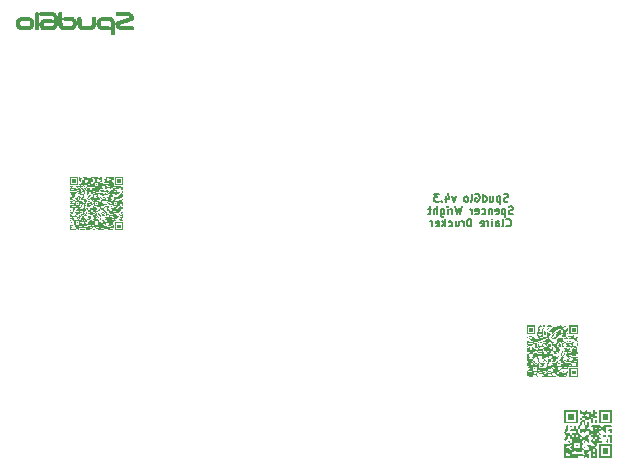
<source format=gbo>
G04 #@! TF.GenerationSoftware,KiCad,Pcbnew,7.0.2-0*
G04 #@! TF.CreationDate,2023-05-07T22:08:19-05:00*
G04 #@! TF.ProjectId,spudglo_driver_v4p3,73707564-676c-46f5-9f64-72697665725f,rev?*
G04 #@! TF.SameCoordinates,Original*
G04 #@! TF.FileFunction,Legend,Bot*
G04 #@! TF.FilePolarity,Positive*
%FSLAX46Y46*%
G04 Gerber Fmt 4.6, Leading zero omitted, Abs format (unit mm)*
G04 Created by KiCad (PCBNEW 7.0.2-0) date 2023-05-07 22:08:19*
%MOMM*%
%LPD*%
G01*
G04 APERTURE LIST*
%ADD10C,0.162500*%
%ADD11R,1.700000X1.700000*%
%ADD12O,1.700000X1.700000*%
%ADD13C,2.000000*%
%ADD14C,3.000000*%
%ADD15R,4.400000X1.800000*%
%ADD16O,4.000000X1.800000*%
%ADD17O,1.800000X4.000000*%
%ADD18C,0.650000*%
%ADD19O,2.100000X1.000000*%
%ADD20O,1.600000X1.000000*%
G04 APERTURE END LIST*
D10*
X250106190Y-64976750D02*
X250013333Y-65007702D01*
X250013333Y-65007702D02*
X249858571Y-65007702D01*
X249858571Y-65007702D02*
X249796666Y-64976750D01*
X249796666Y-64976750D02*
X249765714Y-64945797D01*
X249765714Y-64945797D02*
X249734761Y-64883892D01*
X249734761Y-64883892D02*
X249734761Y-64821988D01*
X249734761Y-64821988D02*
X249765714Y-64760083D01*
X249765714Y-64760083D02*
X249796666Y-64729130D01*
X249796666Y-64729130D02*
X249858571Y-64698178D01*
X249858571Y-64698178D02*
X249982380Y-64667226D01*
X249982380Y-64667226D02*
X250044285Y-64636273D01*
X250044285Y-64636273D02*
X250075238Y-64605321D01*
X250075238Y-64605321D02*
X250106190Y-64543416D01*
X250106190Y-64543416D02*
X250106190Y-64481511D01*
X250106190Y-64481511D02*
X250075238Y-64419607D01*
X250075238Y-64419607D02*
X250044285Y-64388654D01*
X250044285Y-64388654D02*
X249982380Y-64357702D01*
X249982380Y-64357702D02*
X249827619Y-64357702D01*
X249827619Y-64357702D02*
X249734761Y-64388654D01*
X249456190Y-64574369D02*
X249456190Y-65224369D01*
X249456190Y-64605321D02*
X249394285Y-64574369D01*
X249394285Y-64574369D02*
X249270475Y-64574369D01*
X249270475Y-64574369D02*
X249208571Y-64605321D01*
X249208571Y-64605321D02*
X249177618Y-64636273D01*
X249177618Y-64636273D02*
X249146666Y-64698178D01*
X249146666Y-64698178D02*
X249146666Y-64883892D01*
X249146666Y-64883892D02*
X249177618Y-64945797D01*
X249177618Y-64945797D02*
X249208571Y-64976750D01*
X249208571Y-64976750D02*
X249270475Y-65007702D01*
X249270475Y-65007702D02*
X249394285Y-65007702D01*
X249394285Y-65007702D02*
X249456190Y-64976750D01*
X248589523Y-64574369D02*
X248589523Y-65007702D01*
X248868095Y-64574369D02*
X248868095Y-64914845D01*
X248868095Y-64914845D02*
X248837142Y-64976750D01*
X248837142Y-64976750D02*
X248775237Y-65007702D01*
X248775237Y-65007702D02*
X248682380Y-65007702D01*
X248682380Y-65007702D02*
X248620476Y-64976750D01*
X248620476Y-64976750D02*
X248589523Y-64945797D01*
X248001428Y-65007702D02*
X248001428Y-64357702D01*
X248001428Y-64976750D02*
X248063333Y-65007702D01*
X248063333Y-65007702D02*
X248187142Y-65007702D01*
X248187142Y-65007702D02*
X248249047Y-64976750D01*
X248249047Y-64976750D02*
X248280000Y-64945797D01*
X248280000Y-64945797D02*
X248310952Y-64883892D01*
X248310952Y-64883892D02*
X248310952Y-64698178D01*
X248310952Y-64698178D02*
X248280000Y-64636273D01*
X248280000Y-64636273D02*
X248249047Y-64605321D01*
X248249047Y-64605321D02*
X248187142Y-64574369D01*
X248187142Y-64574369D02*
X248063333Y-64574369D01*
X248063333Y-64574369D02*
X248001428Y-64605321D01*
X247351428Y-64388654D02*
X247413333Y-64357702D01*
X247413333Y-64357702D02*
X247506190Y-64357702D01*
X247506190Y-64357702D02*
X247599047Y-64388654D01*
X247599047Y-64388654D02*
X247660952Y-64450559D01*
X247660952Y-64450559D02*
X247691905Y-64512464D01*
X247691905Y-64512464D02*
X247722857Y-64636273D01*
X247722857Y-64636273D02*
X247722857Y-64729130D01*
X247722857Y-64729130D02*
X247691905Y-64852940D01*
X247691905Y-64852940D02*
X247660952Y-64914845D01*
X247660952Y-64914845D02*
X247599047Y-64976750D01*
X247599047Y-64976750D02*
X247506190Y-65007702D01*
X247506190Y-65007702D02*
X247444286Y-65007702D01*
X247444286Y-65007702D02*
X247351428Y-64976750D01*
X247351428Y-64976750D02*
X247320476Y-64945797D01*
X247320476Y-64945797D02*
X247320476Y-64729130D01*
X247320476Y-64729130D02*
X247444286Y-64729130D01*
X246949047Y-65007702D02*
X247010952Y-64976750D01*
X247010952Y-64976750D02*
X247041905Y-64914845D01*
X247041905Y-64914845D02*
X247041905Y-64357702D01*
X246608571Y-65007702D02*
X246670476Y-64976750D01*
X246670476Y-64976750D02*
X246701429Y-64945797D01*
X246701429Y-64945797D02*
X246732381Y-64883892D01*
X246732381Y-64883892D02*
X246732381Y-64698178D01*
X246732381Y-64698178D02*
X246701429Y-64636273D01*
X246701429Y-64636273D02*
X246670476Y-64605321D01*
X246670476Y-64605321D02*
X246608571Y-64574369D01*
X246608571Y-64574369D02*
X246515714Y-64574369D01*
X246515714Y-64574369D02*
X246453810Y-64605321D01*
X246453810Y-64605321D02*
X246422857Y-64636273D01*
X246422857Y-64636273D02*
X246391905Y-64698178D01*
X246391905Y-64698178D02*
X246391905Y-64883892D01*
X246391905Y-64883892D02*
X246422857Y-64945797D01*
X246422857Y-64945797D02*
X246453810Y-64976750D01*
X246453810Y-64976750D02*
X246515714Y-65007702D01*
X246515714Y-65007702D02*
X246608571Y-65007702D01*
X245680000Y-64574369D02*
X245525238Y-65007702D01*
X245525238Y-65007702D02*
X245370477Y-64574369D01*
X244844286Y-64574369D02*
X244844286Y-65007702D01*
X244999048Y-64326750D02*
X245153810Y-64791035D01*
X245153810Y-64791035D02*
X244751429Y-64791035D01*
X244503810Y-64945797D02*
X244472857Y-64976750D01*
X244472857Y-64976750D02*
X244503810Y-65007702D01*
X244503810Y-65007702D02*
X244534762Y-64976750D01*
X244534762Y-64976750D02*
X244503810Y-64945797D01*
X244503810Y-64945797D02*
X244503810Y-65007702D01*
X244256190Y-64357702D02*
X243853809Y-64357702D01*
X243853809Y-64357702D02*
X244070476Y-64605321D01*
X244070476Y-64605321D02*
X243977619Y-64605321D01*
X243977619Y-64605321D02*
X243915714Y-64636273D01*
X243915714Y-64636273D02*
X243884762Y-64667226D01*
X243884762Y-64667226D02*
X243853809Y-64729130D01*
X243853809Y-64729130D02*
X243853809Y-64883892D01*
X243853809Y-64883892D02*
X243884762Y-64945797D01*
X243884762Y-64945797D02*
X243915714Y-64976750D01*
X243915714Y-64976750D02*
X243977619Y-65007702D01*
X243977619Y-65007702D02*
X244163333Y-65007702D01*
X244163333Y-65007702D02*
X244225238Y-64976750D01*
X244225238Y-64976750D02*
X244256190Y-64945797D01*
X250539523Y-66029750D02*
X250446666Y-66060702D01*
X250446666Y-66060702D02*
X250291904Y-66060702D01*
X250291904Y-66060702D02*
X250229999Y-66029750D01*
X250229999Y-66029750D02*
X250199047Y-65998797D01*
X250199047Y-65998797D02*
X250168094Y-65936892D01*
X250168094Y-65936892D02*
X250168094Y-65874988D01*
X250168094Y-65874988D02*
X250199047Y-65813083D01*
X250199047Y-65813083D02*
X250229999Y-65782130D01*
X250229999Y-65782130D02*
X250291904Y-65751178D01*
X250291904Y-65751178D02*
X250415713Y-65720226D01*
X250415713Y-65720226D02*
X250477618Y-65689273D01*
X250477618Y-65689273D02*
X250508571Y-65658321D01*
X250508571Y-65658321D02*
X250539523Y-65596416D01*
X250539523Y-65596416D02*
X250539523Y-65534511D01*
X250539523Y-65534511D02*
X250508571Y-65472607D01*
X250508571Y-65472607D02*
X250477618Y-65441654D01*
X250477618Y-65441654D02*
X250415713Y-65410702D01*
X250415713Y-65410702D02*
X250260952Y-65410702D01*
X250260952Y-65410702D02*
X250168094Y-65441654D01*
X249889523Y-65627369D02*
X249889523Y-66277369D01*
X249889523Y-65658321D02*
X249827618Y-65627369D01*
X249827618Y-65627369D02*
X249703808Y-65627369D01*
X249703808Y-65627369D02*
X249641904Y-65658321D01*
X249641904Y-65658321D02*
X249610951Y-65689273D01*
X249610951Y-65689273D02*
X249579999Y-65751178D01*
X249579999Y-65751178D02*
X249579999Y-65936892D01*
X249579999Y-65936892D02*
X249610951Y-65998797D01*
X249610951Y-65998797D02*
X249641904Y-66029750D01*
X249641904Y-66029750D02*
X249703808Y-66060702D01*
X249703808Y-66060702D02*
X249827618Y-66060702D01*
X249827618Y-66060702D02*
X249889523Y-66029750D01*
X249053809Y-66029750D02*
X249115713Y-66060702D01*
X249115713Y-66060702D02*
X249239523Y-66060702D01*
X249239523Y-66060702D02*
X249301428Y-66029750D01*
X249301428Y-66029750D02*
X249332380Y-65967845D01*
X249332380Y-65967845D02*
X249332380Y-65720226D01*
X249332380Y-65720226D02*
X249301428Y-65658321D01*
X249301428Y-65658321D02*
X249239523Y-65627369D01*
X249239523Y-65627369D02*
X249115713Y-65627369D01*
X249115713Y-65627369D02*
X249053809Y-65658321D01*
X249053809Y-65658321D02*
X249022856Y-65720226D01*
X249022856Y-65720226D02*
X249022856Y-65782130D01*
X249022856Y-65782130D02*
X249332380Y-65844035D01*
X248744285Y-65627369D02*
X248744285Y-66060702D01*
X248744285Y-65689273D02*
X248713332Y-65658321D01*
X248713332Y-65658321D02*
X248651427Y-65627369D01*
X248651427Y-65627369D02*
X248558570Y-65627369D01*
X248558570Y-65627369D02*
X248496666Y-65658321D01*
X248496666Y-65658321D02*
X248465713Y-65720226D01*
X248465713Y-65720226D02*
X248465713Y-66060702D01*
X247877618Y-66029750D02*
X247939523Y-66060702D01*
X247939523Y-66060702D02*
X248063332Y-66060702D01*
X248063332Y-66060702D02*
X248125237Y-66029750D01*
X248125237Y-66029750D02*
X248156190Y-65998797D01*
X248156190Y-65998797D02*
X248187142Y-65936892D01*
X248187142Y-65936892D02*
X248187142Y-65751178D01*
X248187142Y-65751178D02*
X248156190Y-65689273D01*
X248156190Y-65689273D02*
X248125237Y-65658321D01*
X248125237Y-65658321D02*
X248063332Y-65627369D01*
X248063332Y-65627369D02*
X247939523Y-65627369D01*
X247939523Y-65627369D02*
X247877618Y-65658321D01*
X247351428Y-66029750D02*
X247413332Y-66060702D01*
X247413332Y-66060702D02*
X247537142Y-66060702D01*
X247537142Y-66060702D02*
X247599047Y-66029750D01*
X247599047Y-66029750D02*
X247629999Y-65967845D01*
X247629999Y-65967845D02*
X247629999Y-65720226D01*
X247629999Y-65720226D02*
X247599047Y-65658321D01*
X247599047Y-65658321D02*
X247537142Y-65627369D01*
X247537142Y-65627369D02*
X247413332Y-65627369D01*
X247413332Y-65627369D02*
X247351428Y-65658321D01*
X247351428Y-65658321D02*
X247320475Y-65720226D01*
X247320475Y-65720226D02*
X247320475Y-65782130D01*
X247320475Y-65782130D02*
X247629999Y-65844035D01*
X247041904Y-66060702D02*
X247041904Y-65627369D01*
X247041904Y-65751178D02*
X247010951Y-65689273D01*
X247010951Y-65689273D02*
X246979999Y-65658321D01*
X246979999Y-65658321D02*
X246918094Y-65627369D01*
X246918094Y-65627369D02*
X246856189Y-65627369D01*
X246206189Y-65410702D02*
X246051427Y-66060702D01*
X246051427Y-66060702D02*
X245927618Y-65596416D01*
X245927618Y-65596416D02*
X245803808Y-66060702D01*
X245803808Y-66060702D02*
X245649047Y-65410702D01*
X245401428Y-66060702D02*
X245401428Y-65627369D01*
X245401428Y-65751178D02*
X245370475Y-65689273D01*
X245370475Y-65689273D02*
X245339523Y-65658321D01*
X245339523Y-65658321D02*
X245277618Y-65627369D01*
X245277618Y-65627369D02*
X245215713Y-65627369D01*
X244999047Y-66060702D02*
X244999047Y-65627369D01*
X244999047Y-65410702D02*
X245029999Y-65441654D01*
X245029999Y-65441654D02*
X244999047Y-65472607D01*
X244999047Y-65472607D02*
X244968094Y-65441654D01*
X244968094Y-65441654D02*
X244999047Y-65410702D01*
X244999047Y-65410702D02*
X244999047Y-65472607D01*
X244410951Y-65627369D02*
X244410951Y-66153559D01*
X244410951Y-66153559D02*
X244441904Y-66215464D01*
X244441904Y-66215464D02*
X244472856Y-66246416D01*
X244472856Y-66246416D02*
X244534761Y-66277369D01*
X244534761Y-66277369D02*
X244627618Y-66277369D01*
X244627618Y-66277369D02*
X244689523Y-66246416D01*
X244410951Y-66029750D02*
X244472856Y-66060702D01*
X244472856Y-66060702D02*
X244596665Y-66060702D01*
X244596665Y-66060702D02*
X244658570Y-66029750D01*
X244658570Y-66029750D02*
X244689523Y-65998797D01*
X244689523Y-65998797D02*
X244720475Y-65936892D01*
X244720475Y-65936892D02*
X244720475Y-65751178D01*
X244720475Y-65751178D02*
X244689523Y-65689273D01*
X244689523Y-65689273D02*
X244658570Y-65658321D01*
X244658570Y-65658321D02*
X244596665Y-65627369D01*
X244596665Y-65627369D02*
X244472856Y-65627369D01*
X244472856Y-65627369D02*
X244410951Y-65658321D01*
X244101428Y-66060702D02*
X244101428Y-65410702D01*
X243822856Y-66060702D02*
X243822856Y-65720226D01*
X243822856Y-65720226D02*
X243853809Y-65658321D01*
X243853809Y-65658321D02*
X243915713Y-65627369D01*
X243915713Y-65627369D02*
X244008570Y-65627369D01*
X244008570Y-65627369D02*
X244070475Y-65658321D01*
X244070475Y-65658321D02*
X244101428Y-65689273D01*
X243606190Y-65627369D02*
X243358571Y-65627369D01*
X243513333Y-65410702D02*
X243513333Y-65967845D01*
X243513333Y-65967845D02*
X243482380Y-66029750D01*
X243482380Y-66029750D02*
X243420475Y-66060702D01*
X243420475Y-66060702D02*
X243358571Y-66060702D01*
X249966904Y-67051797D02*
X249997856Y-67082750D01*
X249997856Y-67082750D02*
X250090714Y-67113702D01*
X250090714Y-67113702D02*
X250152618Y-67113702D01*
X250152618Y-67113702D02*
X250245475Y-67082750D01*
X250245475Y-67082750D02*
X250307380Y-67020845D01*
X250307380Y-67020845D02*
X250338333Y-66958940D01*
X250338333Y-66958940D02*
X250369285Y-66835130D01*
X250369285Y-66835130D02*
X250369285Y-66742273D01*
X250369285Y-66742273D02*
X250338333Y-66618464D01*
X250338333Y-66618464D02*
X250307380Y-66556559D01*
X250307380Y-66556559D02*
X250245475Y-66494654D01*
X250245475Y-66494654D02*
X250152618Y-66463702D01*
X250152618Y-66463702D02*
X250090714Y-66463702D01*
X250090714Y-66463702D02*
X249997856Y-66494654D01*
X249997856Y-66494654D02*
X249966904Y-66525607D01*
X249595475Y-67113702D02*
X249657380Y-67082750D01*
X249657380Y-67082750D02*
X249688333Y-67020845D01*
X249688333Y-67020845D02*
X249688333Y-66463702D01*
X249069285Y-67113702D02*
X249069285Y-66773226D01*
X249069285Y-66773226D02*
X249100238Y-66711321D01*
X249100238Y-66711321D02*
X249162142Y-66680369D01*
X249162142Y-66680369D02*
X249285952Y-66680369D01*
X249285952Y-66680369D02*
X249347857Y-66711321D01*
X249069285Y-67082750D02*
X249131190Y-67113702D01*
X249131190Y-67113702D02*
X249285952Y-67113702D01*
X249285952Y-67113702D02*
X249347857Y-67082750D01*
X249347857Y-67082750D02*
X249378809Y-67020845D01*
X249378809Y-67020845D02*
X249378809Y-66958940D01*
X249378809Y-66958940D02*
X249347857Y-66897035D01*
X249347857Y-66897035D02*
X249285952Y-66866083D01*
X249285952Y-66866083D02*
X249131190Y-66866083D01*
X249131190Y-66866083D02*
X249069285Y-66835130D01*
X248759762Y-67113702D02*
X248759762Y-66680369D01*
X248759762Y-66463702D02*
X248790714Y-66494654D01*
X248790714Y-66494654D02*
X248759762Y-66525607D01*
X248759762Y-66525607D02*
X248728809Y-66494654D01*
X248728809Y-66494654D02*
X248759762Y-66463702D01*
X248759762Y-66463702D02*
X248759762Y-66525607D01*
X248450238Y-67113702D02*
X248450238Y-66680369D01*
X248450238Y-66804178D02*
X248419285Y-66742273D01*
X248419285Y-66742273D02*
X248388333Y-66711321D01*
X248388333Y-66711321D02*
X248326428Y-66680369D01*
X248326428Y-66680369D02*
X248264523Y-66680369D01*
X247800238Y-67082750D02*
X247862142Y-67113702D01*
X247862142Y-67113702D02*
X247985952Y-67113702D01*
X247985952Y-67113702D02*
X248047857Y-67082750D01*
X248047857Y-67082750D02*
X248078809Y-67020845D01*
X248078809Y-67020845D02*
X248078809Y-66773226D01*
X248078809Y-66773226D02*
X248047857Y-66711321D01*
X248047857Y-66711321D02*
X247985952Y-66680369D01*
X247985952Y-66680369D02*
X247862142Y-66680369D01*
X247862142Y-66680369D02*
X247800238Y-66711321D01*
X247800238Y-66711321D02*
X247769285Y-66773226D01*
X247769285Y-66773226D02*
X247769285Y-66835130D01*
X247769285Y-66835130D02*
X248078809Y-66897035D01*
X246995476Y-67113702D02*
X246995476Y-66463702D01*
X246995476Y-66463702D02*
X246840714Y-66463702D01*
X246840714Y-66463702D02*
X246747857Y-66494654D01*
X246747857Y-66494654D02*
X246685952Y-66556559D01*
X246685952Y-66556559D02*
X246654999Y-66618464D01*
X246654999Y-66618464D02*
X246624047Y-66742273D01*
X246624047Y-66742273D02*
X246624047Y-66835130D01*
X246624047Y-66835130D02*
X246654999Y-66958940D01*
X246654999Y-66958940D02*
X246685952Y-67020845D01*
X246685952Y-67020845D02*
X246747857Y-67082750D01*
X246747857Y-67082750D02*
X246840714Y-67113702D01*
X246840714Y-67113702D02*
X246995476Y-67113702D01*
X246345476Y-67113702D02*
X246345476Y-66680369D01*
X246345476Y-66804178D02*
X246314523Y-66742273D01*
X246314523Y-66742273D02*
X246283571Y-66711321D01*
X246283571Y-66711321D02*
X246221666Y-66680369D01*
X246221666Y-66680369D02*
X246159761Y-66680369D01*
X245664523Y-66680369D02*
X245664523Y-67113702D01*
X245943095Y-66680369D02*
X245943095Y-67020845D01*
X245943095Y-67020845D02*
X245912142Y-67082750D01*
X245912142Y-67082750D02*
X245850237Y-67113702D01*
X245850237Y-67113702D02*
X245757380Y-67113702D01*
X245757380Y-67113702D02*
X245695476Y-67082750D01*
X245695476Y-67082750D02*
X245664523Y-67051797D01*
X245076428Y-67082750D02*
X245138333Y-67113702D01*
X245138333Y-67113702D02*
X245262142Y-67113702D01*
X245262142Y-67113702D02*
X245324047Y-67082750D01*
X245324047Y-67082750D02*
X245355000Y-67051797D01*
X245355000Y-67051797D02*
X245385952Y-66989892D01*
X245385952Y-66989892D02*
X245385952Y-66804178D01*
X245385952Y-66804178D02*
X245355000Y-66742273D01*
X245355000Y-66742273D02*
X245324047Y-66711321D01*
X245324047Y-66711321D02*
X245262142Y-66680369D01*
X245262142Y-66680369D02*
X245138333Y-66680369D01*
X245138333Y-66680369D02*
X245076428Y-66711321D01*
X244797857Y-67113702D02*
X244797857Y-66463702D01*
X244735952Y-66866083D02*
X244550238Y-67113702D01*
X244550238Y-66680369D02*
X244797857Y-66927988D01*
X244024048Y-67082750D02*
X244085952Y-67113702D01*
X244085952Y-67113702D02*
X244209762Y-67113702D01*
X244209762Y-67113702D02*
X244271667Y-67082750D01*
X244271667Y-67082750D02*
X244302619Y-67020845D01*
X244302619Y-67020845D02*
X244302619Y-66773226D01*
X244302619Y-66773226D02*
X244271667Y-66711321D01*
X244271667Y-66711321D02*
X244209762Y-66680369D01*
X244209762Y-66680369D02*
X244085952Y-66680369D01*
X244085952Y-66680369D02*
X244024048Y-66711321D01*
X244024048Y-66711321D02*
X243993095Y-66773226D01*
X243993095Y-66773226D02*
X243993095Y-66835130D01*
X243993095Y-66835130D02*
X244302619Y-66897035D01*
X243714524Y-67113702D02*
X243714524Y-66680369D01*
X243714524Y-66804178D02*
X243683571Y-66742273D01*
X243683571Y-66742273D02*
X243652619Y-66711321D01*
X243652619Y-66711321D02*
X243590714Y-66680369D01*
X243590714Y-66680369D02*
X243528809Y-66680369D01*
G36*
X217316553Y-67226554D02*
G01*
X217043679Y-67226554D01*
X217043679Y-66953680D01*
X217316553Y-66953680D01*
X217316553Y-67226554D01*
G37*
G36*
X217316553Y-63406321D02*
G01*
X217043679Y-63406321D01*
X217043679Y-63133447D01*
X217316553Y-63133447D01*
X217316553Y-63406321D01*
G37*
G36*
X213496320Y-63406321D02*
G01*
X213223446Y-63406321D01*
X213223446Y-63133447D01*
X213496320Y-63133447D01*
X213496320Y-63406321D01*
G37*
G36*
X217209516Y-64050501D02*
G01*
X217225595Y-64088505D01*
X217218121Y-64117905D01*
X217180116Y-64133984D01*
X217150716Y-64126510D01*
X217134637Y-64088505D01*
X217142111Y-64059106D01*
X217180116Y-64043026D01*
X217209516Y-64050501D01*
G37*
G36*
X216936642Y-65141996D02*
G01*
X216952721Y-65180000D01*
X216945247Y-65209400D01*
X216907242Y-65225479D01*
X216877843Y-65218005D01*
X216861763Y-65180000D01*
X216869238Y-65150601D01*
X216907242Y-65134521D01*
X216936642Y-65141996D01*
G37*
G36*
X216572810Y-65414869D02*
G01*
X216588890Y-65452874D01*
X216581415Y-65482274D01*
X216543411Y-65498353D01*
X216514011Y-65490879D01*
X216497932Y-65452874D01*
X216505406Y-65423474D01*
X216543411Y-65407395D01*
X216572810Y-65414869D01*
G37*
G36*
X216027063Y-65596785D02*
G01*
X216043142Y-65634790D01*
X216035668Y-65664190D01*
X215997663Y-65680269D01*
X215968263Y-65672795D01*
X215952184Y-65634790D01*
X215959658Y-65605390D01*
X215997663Y-65589311D01*
X216027063Y-65596785D01*
G37*
G36*
X215299399Y-66779238D02*
G01*
X215315479Y-66817243D01*
X215308004Y-66846643D01*
X215270000Y-66862722D01*
X215240600Y-66855248D01*
X215224521Y-66817243D01*
X215231995Y-66787843D01*
X215270000Y-66771764D01*
X215299399Y-66779238D01*
G37*
G36*
X215299399Y-65141996D02*
G01*
X215315479Y-65180000D01*
X215308004Y-65209400D01*
X215270000Y-65225479D01*
X215240600Y-65218005D01*
X215224521Y-65180000D01*
X215231995Y-65150601D01*
X215270000Y-65134521D01*
X215299399Y-65141996D01*
G37*
G36*
X215299399Y-63504753D02*
G01*
X215315479Y-63542758D01*
X215308004Y-63572157D01*
X215270000Y-63588237D01*
X215240600Y-63580762D01*
X215224521Y-63542758D01*
X215231995Y-63513358D01*
X215270000Y-63497279D01*
X215299399Y-63504753D01*
G37*
G36*
X214935568Y-64869122D02*
G01*
X214951647Y-64907127D01*
X214944173Y-64936526D01*
X214906168Y-64952606D01*
X214876768Y-64945131D01*
X214860689Y-64907127D01*
X214868163Y-64877727D01*
X214906168Y-64861648D01*
X214935568Y-64869122D01*
G37*
G36*
X214480778Y-66779238D02*
G01*
X214496857Y-66817243D01*
X214489383Y-66846643D01*
X214451378Y-66862722D01*
X214421979Y-66855248D01*
X214405899Y-66817243D01*
X214413374Y-66787843D01*
X214451378Y-66771764D01*
X214480778Y-66779238D01*
G37*
G36*
X214480778Y-64505290D02*
G01*
X214496857Y-64543295D01*
X214489383Y-64572695D01*
X214451378Y-64588774D01*
X214421979Y-64581300D01*
X214405899Y-64543295D01*
X214413374Y-64513895D01*
X214451378Y-64497816D01*
X214480778Y-64505290D01*
G37*
G36*
X214298862Y-63686669D02*
G01*
X214314941Y-63724674D01*
X214307467Y-63754073D01*
X214269462Y-63770153D01*
X214240063Y-63762678D01*
X214223984Y-63724674D01*
X214231458Y-63695274D01*
X214269462Y-63679195D01*
X214298862Y-63686669D01*
G37*
G36*
X214207904Y-66597322D02*
G01*
X214223984Y-66635327D01*
X214216509Y-66664727D01*
X214178505Y-66680806D01*
X214149105Y-66673332D01*
X214133026Y-66635327D01*
X214140500Y-66605927D01*
X214178505Y-66589848D01*
X214207904Y-66597322D01*
G37*
G36*
X213662157Y-66779238D02*
G01*
X213678236Y-66817243D01*
X213670762Y-66846643D01*
X213632757Y-66862722D01*
X213603357Y-66855248D01*
X213587278Y-66817243D01*
X213594752Y-66787843D01*
X213632757Y-66771764D01*
X213662157Y-66779238D01*
G37*
G36*
X213662157Y-65141996D02*
G01*
X213678236Y-65180000D01*
X213670762Y-65209400D01*
X213632757Y-65225479D01*
X213603357Y-65218005D01*
X213587278Y-65180000D01*
X213594752Y-65150601D01*
X213632757Y-65134521D01*
X213662157Y-65141996D01*
G37*
G36*
X213571199Y-64414332D02*
G01*
X213587278Y-64452337D01*
X213579804Y-64481737D01*
X213541799Y-64497816D01*
X213512399Y-64490342D01*
X213496320Y-64452337D01*
X213503794Y-64422937D01*
X213541799Y-64406858D01*
X213571199Y-64414332D01*
G37*
G36*
X213116409Y-66597322D02*
G01*
X213132488Y-66635327D01*
X213125014Y-66664727D01*
X213087009Y-66680806D01*
X213057610Y-66673332D01*
X213041531Y-66635327D01*
X213049005Y-66605927D01*
X213087009Y-66589848D01*
X213116409Y-66597322D01*
G37*
G36*
X213116409Y-65687743D02*
G01*
X213132488Y-65725748D01*
X213125014Y-65755148D01*
X213087009Y-65771227D01*
X213057610Y-65763753D01*
X213041531Y-65725748D01*
X213049005Y-65696348D01*
X213087009Y-65680269D01*
X213116409Y-65687743D01*
G37*
G36*
X217498469Y-67408469D02*
G01*
X216861763Y-67408469D01*
X216861763Y-67317512D01*
X216952721Y-67317512D01*
X217407511Y-67317512D01*
X217407511Y-66862722D01*
X216952721Y-66862722D01*
X216952721Y-67317512D01*
X216861763Y-67317512D01*
X216861763Y-66771764D01*
X217498469Y-66771764D01*
X217498469Y-67317512D01*
X217498469Y-67408469D01*
G37*
G36*
X217498469Y-63588237D02*
G01*
X216861763Y-63588237D01*
X216861763Y-63497279D01*
X216952721Y-63497279D01*
X217407511Y-63497279D01*
X217407511Y-63042489D01*
X216952721Y-63042489D01*
X216952721Y-63497279D01*
X216861763Y-63497279D01*
X216861763Y-62951531D01*
X217498469Y-62951531D01*
X217498469Y-63497279D01*
X217498469Y-63588237D01*
G37*
G36*
X213678236Y-63588237D02*
G01*
X213041531Y-63588237D01*
X213041531Y-63497279D01*
X213132488Y-63497279D01*
X213587278Y-63497279D01*
X213587278Y-63042489D01*
X213132488Y-63042489D01*
X213132488Y-63497279D01*
X213041531Y-63497279D01*
X213041531Y-62951531D01*
X213678236Y-62951531D01*
X213678236Y-63497279D01*
X213678236Y-63588237D01*
G37*
G36*
X215660082Y-66413082D02*
G01*
X215675496Y-66439382D01*
X215679310Y-66498890D01*
X215676735Y-66551391D01*
X215663585Y-66582221D01*
X215633831Y-66589848D01*
X215607581Y-66584698D01*
X215592166Y-66558398D01*
X215588352Y-66498890D01*
X215590927Y-66446390D01*
X215604077Y-66415560D01*
X215633831Y-66407932D01*
X215660082Y-66413082D01*
G37*
G36*
X215095105Y-67320086D02*
G01*
X215125935Y-67333237D01*
X215133563Y-67362991D01*
X215128413Y-67389241D01*
X215102113Y-67404656D01*
X215042605Y-67408469D01*
X214990104Y-67405895D01*
X214959275Y-67392745D01*
X214951647Y-67362991D01*
X214956797Y-67336740D01*
X214983097Y-67321325D01*
X215042605Y-67317512D01*
X215095105Y-67320086D01*
G37*
G36*
X213184989Y-66774339D02*
G01*
X213215819Y-66787489D01*
X213223446Y-66817243D01*
X213218297Y-66843493D01*
X213191996Y-66858908D01*
X213132488Y-66862722D01*
X213079988Y-66860147D01*
X213049158Y-66846997D01*
X213041531Y-66817243D01*
X213046680Y-66790993D01*
X213072980Y-66775578D01*
X213132488Y-66771764D01*
X213184989Y-66774339D01*
G37*
G36*
X215663231Y-64596248D02*
G01*
X215679310Y-64634253D01*
X215686785Y-64663653D01*
X215724789Y-64679732D01*
X215754189Y-64687206D01*
X215770268Y-64725211D01*
X215762794Y-64754610D01*
X215724789Y-64770690D01*
X215695390Y-64763215D01*
X215679310Y-64725211D01*
X215671836Y-64695811D01*
X215633831Y-64679732D01*
X215604432Y-64672258D01*
X215588352Y-64634253D01*
X215595827Y-64604853D01*
X215633831Y-64588774D01*
X215663231Y-64596248D01*
G37*
G36*
X215390357Y-66233491D02*
G01*
X215406437Y-66271495D01*
X215413911Y-66300895D01*
X215451915Y-66316974D01*
X215481315Y-66324449D01*
X215497394Y-66362453D01*
X215489920Y-66391853D01*
X215451915Y-66407932D01*
X215422516Y-66400458D01*
X215406437Y-66362453D01*
X215398962Y-66333054D01*
X215360958Y-66316974D01*
X215331558Y-66309500D01*
X215315479Y-66271495D01*
X215322953Y-66242096D01*
X215360958Y-66226016D01*
X215390357Y-66233491D01*
G37*
G36*
X214116946Y-65232954D02*
G01*
X214133026Y-65270958D01*
X214125551Y-65300358D01*
X214087547Y-65316437D01*
X214061296Y-65321587D01*
X214045881Y-65347887D01*
X214042068Y-65407395D01*
X214039493Y-65459896D01*
X214026343Y-65490725D01*
X213996589Y-65498353D01*
X213970338Y-65493203D01*
X213954924Y-65466903D01*
X213951110Y-65407395D01*
X213953685Y-65354895D01*
X213966835Y-65324065D01*
X213996589Y-65316437D01*
X214025988Y-65308963D01*
X214042068Y-65270958D01*
X214049542Y-65241559D01*
X214087547Y-65225479D01*
X214116946Y-65232954D01*
G37*
G36*
X214099725Y-67317515D02*
G01*
X214199154Y-67318299D01*
X214262158Y-67321592D01*
X214296970Y-67329041D01*
X214311821Y-67342291D01*
X214314941Y-67362991D01*
X214314923Y-67365426D01*
X214311005Y-67385312D01*
X214294540Y-67397913D01*
X214257297Y-67404875D01*
X214191043Y-67407845D01*
X214087547Y-67408469D01*
X214075368Y-67408466D01*
X213975939Y-67407682D01*
X213912935Y-67404389D01*
X213878123Y-67396941D01*
X213863273Y-67383690D01*
X213860152Y-67362991D01*
X213860170Y-67360555D01*
X213864088Y-67340669D01*
X213880553Y-67328068D01*
X213917797Y-67321106D01*
X213984051Y-67318136D01*
X214087547Y-67317512D01*
X214099725Y-67317515D01*
G37*
G36*
X215481315Y-65960617D02*
G01*
X215497394Y-65998622D01*
X215504869Y-66028021D01*
X215542873Y-66044101D01*
X215572273Y-66051575D01*
X215588352Y-66089580D01*
X215595827Y-66118979D01*
X215633831Y-66135059D01*
X215660082Y-66140208D01*
X215675496Y-66166509D01*
X215679310Y-66226016D01*
X215676735Y-66278517D01*
X215663585Y-66309347D01*
X215633831Y-66316974D01*
X215604432Y-66309500D01*
X215588352Y-66271495D01*
X215580878Y-66242096D01*
X215542873Y-66226016D01*
X215513474Y-66218542D01*
X215497394Y-66180538D01*
X215489920Y-66151138D01*
X215451915Y-66135059D01*
X215425665Y-66129909D01*
X215410250Y-66103609D01*
X215406437Y-66044101D01*
X215409011Y-65991600D01*
X215422161Y-65960770D01*
X215451915Y-65953143D01*
X215481315Y-65960617D01*
G37*
G36*
X213844073Y-62959006D02*
G01*
X213860152Y-62997010D01*
X213865302Y-63023261D01*
X213891602Y-63038675D01*
X213951110Y-63042489D01*
X214003610Y-63045064D01*
X214034440Y-63058214D01*
X214042068Y-63087968D01*
X214034593Y-63117368D01*
X213996589Y-63133447D01*
X213970338Y-63138597D01*
X213954924Y-63164897D01*
X213951110Y-63224405D01*
X213948535Y-63276906D01*
X213935385Y-63307735D01*
X213905631Y-63315363D01*
X213876231Y-63307889D01*
X213860152Y-63269884D01*
X213852678Y-63240484D01*
X213814673Y-63224405D01*
X213794529Y-63221897D01*
X213778143Y-63205347D01*
X213770853Y-63164171D01*
X213769194Y-63087968D01*
X213770030Y-63027538D01*
X213775547Y-62978378D01*
X213789272Y-62956510D01*
X213814673Y-62951531D01*
X213844073Y-62959006D01*
G37*
G36*
X213821695Y-64500391D02*
G01*
X213852524Y-64513541D01*
X213860152Y-64543295D01*
X213867626Y-64572695D01*
X213905631Y-64588774D01*
X213935030Y-64596248D01*
X213951110Y-64634253D01*
X213943635Y-64663653D01*
X213905631Y-64679732D01*
X213879380Y-64684882D01*
X213863966Y-64711182D01*
X213860152Y-64770690D01*
X213857577Y-64823190D01*
X213844427Y-64854020D01*
X213814673Y-64861648D01*
X213794529Y-64859139D01*
X213778143Y-64842590D01*
X213770853Y-64801414D01*
X213769194Y-64725211D01*
X213768358Y-64664780D01*
X213762841Y-64615621D01*
X213749116Y-64593752D01*
X213723715Y-64588774D01*
X213694315Y-64581300D01*
X213678236Y-64543295D01*
X213683386Y-64517045D01*
X213709686Y-64501630D01*
X213769194Y-64497816D01*
X213821695Y-64500391D01*
G37*
G36*
X213844073Y-66142533D02*
G01*
X213860152Y-66180538D01*
X213867626Y-66209937D01*
X213905631Y-66226016D01*
X213935030Y-66233491D01*
X213951110Y-66271495D01*
X213943635Y-66300895D01*
X213905631Y-66316974D01*
X213879380Y-66322124D01*
X213863966Y-66348424D01*
X213860152Y-66407932D01*
X213857577Y-66460433D01*
X213844427Y-66491263D01*
X213814673Y-66498890D01*
X213785273Y-66491416D01*
X213769194Y-66453411D01*
X213761720Y-66424012D01*
X213723715Y-66407932D01*
X213694315Y-66415407D01*
X213678236Y-66453411D01*
X213670762Y-66482811D01*
X213632757Y-66498890D01*
X213606507Y-66493741D01*
X213591092Y-66467440D01*
X213587278Y-66407932D01*
X213587278Y-66316974D01*
X213769194Y-66316974D01*
X213769194Y-66226016D01*
X213771769Y-66173516D01*
X213784919Y-66142686D01*
X213814673Y-66135059D01*
X213844073Y-66142533D01*
G37*
G36*
X214750502Y-64412008D02*
G01*
X214765917Y-64438308D01*
X214769731Y-64497816D01*
X214767156Y-64550317D01*
X214754006Y-64581146D01*
X214724252Y-64588774D01*
X214694852Y-64596248D01*
X214678773Y-64634253D01*
X214671299Y-64663653D01*
X214633294Y-64679732D01*
X214603894Y-64687206D01*
X214587815Y-64725211D01*
X214595289Y-64754610D01*
X214633294Y-64770690D01*
X214662694Y-64778164D01*
X214678773Y-64816169D01*
X214671299Y-64845568D01*
X214633294Y-64861648D01*
X214603894Y-64854173D01*
X214587815Y-64816169D01*
X214580341Y-64786769D01*
X214542336Y-64770690D01*
X214512937Y-64763215D01*
X214496857Y-64725211D01*
X214504332Y-64695811D01*
X214542336Y-64679732D01*
X214568587Y-64674582D01*
X214584001Y-64648282D01*
X214587815Y-64588774D01*
X214590390Y-64536273D01*
X214603540Y-64505444D01*
X214633294Y-64497816D01*
X214662694Y-64490342D01*
X214678773Y-64452337D01*
X214686247Y-64422937D01*
X214724252Y-64406858D01*
X214750502Y-64412008D01*
G37*
G36*
X214477629Y-65867335D02*
G01*
X214493043Y-65893635D01*
X214496857Y-65953143D01*
X214494282Y-66005643D01*
X214481132Y-66036473D01*
X214451378Y-66044101D01*
X214421979Y-66051575D01*
X214405899Y-66089580D01*
X214413374Y-66118979D01*
X214451378Y-66135059D01*
X214480778Y-66142533D01*
X214496857Y-66180538D01*
X214489383Y-66209937D01*
X214451378Y-66226016D01*
X214421979Y-66218542D01*
X214405899Y-66180538D01*
X214398425Y-66151138D01*
X214360420Y-66135059D01*
X214331021Y-66142533D01*
X214314941Y-66180538D01*
X214307467Y-66209937D01*
X214269462Y-66226016D01*
X214240063Y-66218542D01*
X214223984Y-66180538D01*
X214231458Y-66151138D01*
X214269462Y-66135059D01*
X214298862Y-66127584D01*
X214314941Y-66089580D01*
X214322416Y-66060180D01*
X214360420Y-66044101D01*
X214386671Y-66038951D01*
X214402086Y-66012651D01*
X214405899Y-65953143D01*
X214408474Y-65900642D01*
X214421624Y-65869812D01*
X214451378Y-65862185D01*
X214477629Y-65867335D01*
G37*
G36*
X215944710Y-66028021D02*
G01*
X215906705Y-66044101D01*
X215877305Y-66051575D01*
X215861226Y-66089580D01*
X215868700Y-66118979D01*
X215906705Y-66135059D01*
X215936105Y-66142533D01*
X215952184Y-66180538D01*
X215947034Y-66206788D01*
X215920734Y-66222203D01*
X215861226Y-66226016D01*
X215770268Y-66226016D01*
X215770268Y-66135059D01*
X215767693Y-66082558D01*
X215754543Y-66051728D01*
X215724789Y-66044101D01*
X215695390Y-66036626D01*
X215679310Y-65998622D01*
X215770268Y-65998622D01*
X215777742Y-66028021D01*
X215815747Y-66044101D01*
X215845147Y-66036626D01*
X215861226Y-65998622D01*
X215853752Y-65969222D01*
X215815747Y-65953143D01*
X215786347Y-65960617D01*
X215770268Y-65998622D01*
X215679310Y-65998622D01*
X215686785Y-65969222D01*
X215724789Y-65953143D01*
X215754189Y-65945668D01*
X215770268Y-65907664D01*
X215777742Y-65878264D01*
X215815747Y-65862185D01*
X215845147Y-65869659D01*
X215861226Y-65907664D01*
X215868700Y-65937063D01*
X215906705Y-65953143D01*
X215936105Y-65960617D01*
X215952184Y-65998622D01*
X215944710Y-66028021D01*
G37*
G36*
X214853215Y-66391853D02*
G01*
X214815210Y-66407932D01*
X214785810Y-66415407D01*
X214769731Y-66453411D01*
X214762257Y-66482811D01*
X214724252Y-66498890D01*
X214694852Y-66506365D01*
X214678773Y-66544369D01*
X214673623Y-66570620D01*
X214647323Y-66586034D01*
X214587815Y-66589848D01*
X214535315Y-66587273D01*
X214504485Y-66574123D01*
X214496857Y-66544369D01*
X214502007Y-66518119D01*
X214528307Y-66502704D01*
X214587815Y-66498890D01*
X214640316Y-66496315D01*
X214671145Y-66483165D01*
X214678773Y-66453411D01*
X214671299Y-66424012D01*
X214633294Y-66407932D01*
X214607044Y-66402783D01*
X214591629Y-66376482D01*
X214590730Y-66362453D01*
X214678773Y-66362453D01*
X214686247Y-66391853D01*
X214724252Y-66407932D01*
X214753652Y-66400458D01*
X214769731Y-66362453D01*
X214762257Y-66333054D01*
X214724252Y-66316974D01*
X214694852Y-66324449D01*
X214678773Y-66362453D01*
X214590730Y-66362453D01*
X214587815Y-66316974D01*
X214587815Y-66226016D01*
X214678773Y-66226016D01*
X214731274Y-66228591D01*
X214762103Y-66241741D01*
X214769731Y-66271495D01*
X214777205Y-66300895D01*
X214815210Y-66316974D01*
X214844610Y-66324449D01*
X214860689Y-66362453D01*
X214853215Y-66391853D01*
G37*
G36*
X214003610Y-65864760D02*
G01*
X214034440Y-65877910D01*
X214042068Y-65907664D01*
X214036918Y-65933914D01*
X214010618Y-65949329D01*
X213951110Y-65953143D01*
X213898609Y-65955718D01*
X213867779Y-65968868D01*
X213860152Y-65998622D01*
X213855002Y-66024872D01*
X213828702Y-66040287D01*
X213769194Y-66044101D01*
X213716693Y-66046676D01*
X213685864Y-66059826D01*
X213678236Y-66089580D01*
X213673086Y-66115830D01*
X213646786Y-66131245D01*
X213587278Y-66135059D01*
X213496320Y-66135059D01*
X213496320Y-66044101D01*
X213493745Y-65991600D01*
X213480595Y-65960770D01*
X213450841Y-65953143D01*
X213421441Y-65945668D01*
X213405362Y-65907664D01*
X213412836Y-65878264D01*
X213450841Y-65862185D01*
X213480241Y-65869659D01*
X213496320Y-65907664D01*
X213503794Y-65937063D01*
X213541799Y-65953143D01*
X213571199Y-65945668D01*
X213587278Y-65907664D01*
X213592428Y-65881413D01*
X213618728Y-65865999D01*
X213678236Y-65862185D01*
X213730737Y-65864760D01*
X213761566Y-65877910D01*
X213769194Y-65907664D01*
X213776668Y-65937063D01*
X213814673Y-65953143D01*
X213844073Y-65945668D01*
X213860152Y-65907664D01*
X213865302Y-65881413D01*
X213891602Y-65865999D01*
X213951110Y-65862185D01*
X214003610Y-65864760D01*
G37*
G36*
X214403324Y-64004569D02*
G01*
X214390174Y-64035399D01*
X214360420Y-64043026D01*
X214348430Y-64043696D01*
X214330348Y-64052829D01*
X214320264Y-64079982D01*
X214315891Y-64134304D01*
X214314941Y-64224942D01*
X214314774Y-64272906D01*
X214312491Y-64345232D01*
X214305702Y-64385568D01*
X214292122Y-64403060D01*
X214269462Y-64406858D01*
X214243212Y-64401708D01*
X214227797Y-64375408D01*
X214223984Y-64315900D01*
X214223984Y-64224942D01*
X214133026Y-64224942D01*
X214080525Y-64222367D01*
X214049695Y-64209217D01*
X214042068Y-64179463D01*
X214049542Y-64150064D01*
X214087547Y-64133984D01*
X214116946Y-64126510D01*
X214133026Y-64088505D01*
X214125551Y-64059106D01*
X214087547Y-64043026D01*
X214058147Y-64035552D01*
X214042068Y-63997547D01*
X214223984Y-63997547D01*
X214231458Y-64026947D01*
X214269462Y-64043026D01*
X214298862Y-64035552D01*
X214314941Y-63997547D01*
X214307467Y-63968148D01*
X214269462Y-63952068D01*
X214240063Y-63959543D01*
X214223984Y-63997547D01*
X214042068Y-63997547D01*
X214034593Y-63968148D01*
X213996589Y-63952068D01*
X213967189Y-63944594D01*
X213951110Y-63906589D01*
X213956259Y-63880339D01*
X213982560Y-63864924D01*
X214042068Y-63861110D01*
X214094568Y-63863685D01*
X214125398Y-63876835D01*
X214133026Y-63906589D01*
X214140500Y-63935989D01*
X214178505Y-63952068D01*
X214207904Y-63944594D01*
X214223984Y-63906589D01*
X214229133Y-63880339D01*
X214255433Y-63864924D01*
X214314941Y-63861110D01*
X214367442Y-63858536D01*
X214398272Y-63845386D01*
X214405899Y-63815632D01*
X214413374Y-63786232D01*
X214451378Y-63770153D01*
X214480778Y-63777627D01*
X214496857Y-63815632D01*
X214489383Y-63845031D01*
X214451378Y-63861110D01*
X214425128Y-63866260D01*
X214409713Y-63892560D01*
X214405899Y-63952068D01*
X214403668Y-63997547D01*
X214403324Y-64004569D01*
G37*
G36*
X216308541Y-64208863D02*
G01*
X216270537Y-64224942D01*
X216241137Y-64232416D01*
X216225058Y-64270421D01*
X216217584Y-64299821D01*
X216179579Y-64315900D01*
X216150179Y-64308426D01*
X216134100Y-64270421D01*
X216131592Y-64250278D01*
X216115042Y-64233891D01*
X216073866Y-64226602D01*
X215997663Y-64224942D01*
X215937233Y-64224106D01*
X215888073Y-64218589D01*
X215866204Y-64204864D01*
X215861226Y-64179463D01*
X216134100Y-64179463D01*
X216141574Y-64208863D01*
X216179579Y-64224942D01*
X216208979Y-64217468D01*
X216225058Y-64179463D01*
X216217584Y-64150064D01*
X216179579Y-64133984D01*
X216150179Y-64141459D01*
X216134100Y-64179463D01*
X215861226Y-64179463D01*
X215853752Y-64150064D01*
X215815747Y-64133984D01*
X215786347Y-64141459D01*
X215770268Y-64179463D01*
X215762794Y-64208863D01*
X215724789Y-64224942D01*
X215695390Y-64217468D01*
X215679310Y-64179463D01*
X215671836Y-64150064D01*
X215633831Y-64133984D01*
X215604432Y-64126510D01*
X215588352Y-64088505D01*
X215590861Y-64068362D01*
X215607410Y-64051975D01*
X215648586Y-64044686D01*
X215724789Y-64043026D01*
X215785220Y-64042190D01*
X215834379Y-64036674D01*
X215856248Y-64022948D01*
X215861226Y-63997547D01*
X215868700Y-63968148D01*
X215906705Y-63952068D01*
X215936105Y-63959543D01*
X215952184Y-63997547D01*
X215944710Y-64026947D01*
X215906705Y-64043026D01*
X215877305Y-64050501D01*
X215861226Y-64088505D01*
X215866376Y-64114756D01*
X215892676Y-64130170D01*
X215952184Y-64133984D01*
X216004685Y-64131409D01*
X216035514Y-64118259D01*
X216043142Y-64088505D01*
X216048292Y-64062255D01*
X216074592Y-64046840D01*
X216134100Y-64043026D01*
X216186601Y-64045601D01*
X216217430Y-64058751D01*
X216225058Y-64088505D01*
X216232532Y-64117905D01*
X216270537Y-64133984D01*
X216299936Y-64141459D01*
X216316016Y-64179463D01*
X216308541Y-64208863D01*
G37*
G36*
X217460011Y-65864760D02*
G01*
X217490841Y-65877910D01*
X217498469Y-65907664D01*
X217490994Y-65937063D01*
X217452990Y-65953143D01*
X217423590Y-65960617D01*
X217407511Y-65998622D01*
X217414985Y-66028021D01*
X217452990Y-66044101D01*
X217464981Y-66044770D01*
X217483062Y-66053903D01*
X217493146Y-66081056D01*
X217497519Y-66135378D01*
X217498469Y-66226016D01*
X217498301Y-66273980D01*
X217496018Y-66346306D01*
X217489230Y-66386642D01*
X217475649Y-66404134D01*
X217452990Y-66407932D01*
X217426739Y-66413082D01*
X217411325Y-66439382D01*
X217407511Y-66498890D01*
X217410086Y-66551391D01*
X217423236Y-66582221D01*
X217452990Y-66589848D01*
X217482389Y-66597322D01*
X217498469Y-66635327D01*
X217495960Y-66655471D01*
X217479411Y-66671857D01*
X217438235Y-66679147D01*
X217362032Y-66680806D01*
X217301601Y-66679970D01*
X217252442Y-66674453D01*
X217230573Y-66660728D01*
X217225595Y-66635327D01*
X217218121Y-66605927D01*
X217180116Y-66589848D01*
X217150716Y-66582374D01*
X217134637Y-66544369D01*
X217139787Y-66518119D01*
X217166087Y-66502704D01*
X217225595Y-66498890D01*
X217278096Y-66496315D01*
X217308925Y-66483165D01*
X217316553Y-66453411D01*
X217309079Y-66424012D01*
X217271074Y-66407932D01*
X217241674Y-66400458D01*
X217225595Y-66362453D01*
X217230745Y-66336203D01*
X217257045Y-66320788D01*
X217316553Y-66316974D01*
X217369054Y-66314400D01*
X217399883Y-66301249D01*
X217407511Y-66271495D01*
X217402361Y-66245245D01*
X217376061Y-66229830D01*
X217316553Y-66226016D01*
X217264052Y-66223442D01*
X217233223Y-66210292D01*
X217225595Y-66180538D01*
X217218121Y-66151138D01*
X217180116Y-66135059D01*
X217150716Y-66127584D01*
X217134637Y-66089580D01*
X217142111Y-66060180D01*
X217180116Y-66044101D01*
X217209516Y-66051575D01*
X217225595Y-66089580D01*
X217230745Y-66115830D01*
X217257045Y-66131245D01*
X217316553Y-66135059D01*
X217369054Y-66132484D01*
X217399883Y-66119334D01*
X217407511Y-66089580D01*
X217400037Y-66060180D01*
X217362032Y-66044101D01*
X217335782Y-66038951D01*
X217320367Y-66012651D01*
X217316553Y-65953143D01*
X217316553Y-65862185D01*
X217407511Y-65862185D01*
X217460011Y-65864760D01*
G37*
G36*
X214946497Y-65297209D02*
G01*
X214920197Y-65312623D01*
X214860689Y-65316437D01*
X214808188Y-65319012D01*
X214777359Y-65332162D01*
X214769731Y-65361916D01*
X214762257Y-65391316D01*
X214724252Y-65407395D01*
X214694852Y-65414869D01*
X214678773Y-65452874D01*
X214673623Y-65479124D01*
X214647323Y-65494539D01*
X214587815Y-65498353D01*
X214535315Y-65500928D01*
X214504485Y-65514078D01*
X214496857Y-65543832D01*
X214504332Y-65573232D01*
X214542336Y-65589311D01*
X214568587Y-65594461D01*
X214584001Y-65620761D01*
X214587815Y-65680269D01*
X214590390Y-65732770D01*
X214603540Y-65763599D01*
X214633294Y-65771227D01*
X214659544Y-65766077D01*
X214674959Y-65739777D01*
X214678773Y-65680269D01*
X214681348Y-65627768D01*
X214694498Y-65596939D01*
X214724252Y-65589311D01*
X214753652Y-65581837D01*
X214769731Y-65543832D01*
X214777205Y-65514432D01*
X214815210Y-65498353D01*
X214835353Y-65500861D01*
X214851740Y-65517411D01*
X214859030Y-65558587D01*
X214860689Y-65634790D01*
X214859853Y-65695220D01*
X214854336Y-65744380D01*
X214840611Y-65766249D01*
X214815210Y-65771227D01*
X214788960Y-65776377D01*
X214773545Y-65802677D01*
X214769731Y-65862185D01*
X214772306Y-65914685D01*
X214785456Y-65945515D01*
X214815210Y-65953143D01*
X214844610Y-65945668D01*
X214860689Y-65907664D01*
X214868163Y-65878264D01*
X214906168Y-65862185D01*
X214908604Y-65862166D01*
X214928489Y-65858248D01*
X214941090Y-65841784D01*
X214948053Y-65804540D01*
X214951023Y-65738286D01*
X214951647Y-65634790D01*
X215133563Y-65634790D01*
X215141037Y-65664190D01*
X215179042Y-65680269D01*
X215208441Y-65672795D01*
X215224521Y-65634790D01*
X215217046Y-65605390D01*
X215179042Y-65589311D01*
X215149642Y-65596785D01*
X215133563Y-65634790D01*
X214951647Y-65634790D01*
X214951651Y-65622612D01*
X214952434Y-65523183D01*
X214955727Y-65460178D01*
X214963176Y-65425367D01*
X214976427Y-65410516D01*
X214997126Y-65407395D01*
X215023376Y-65412545D01*
X215038791Y-65438845D01*
X215042605Y-65498353D01*
X215045180Y-65550854D01*
X215058330Y-65581683D01*
X215088084Y-65589311D01*
X215117483Y-65581837D01*
X215133563Y-65543832D01*
X215141037Y-65514432D01*
X215179042Y-65498353D01*
X215208441Y-65505827D01*
X215224521Y-65543832D01*
X215231995Y-65573232D01*
X215270000Y-65589311D01*
X215299399Y-65596785D01*
X215315479Y-65634790D01*
X215308004Y-65664190D01*
X215270000Y-65680269D01*
X215240600Y-65687743D01*
X215224521Y-65725748D01*
X215229670Y-65751998D01*
X215255971Y-65767413D01*
X215315479Y-65771227D01*
X215367979Y-65768652D01*
X215398809Y-65755502D01*
X215406437Y-65725748D01*
X215411586Y-65699498D01*
X215437886Y-65684083D01*
X215497394Y-65680269D01*
X215549895Y-65682844D01*
X215580725Y-65695994D01*
X215588352Y-65725748D01*
X215583203Y-65751998D01*
X215556902Y-65767413D01*
X215497394Y-65771227D01*
X215444894Y-65773802D01*
X215414064Y-65786952D01*
X215406437Y-65816706D01*
X215401287Y-65842956D01*
X215374987Y-65858371D01*
X215315479Y-65862185D01*
X215262978Y-65864760D01*
X215232148Y-65877910D01*
X215224521Y-65907664D01*
X215217046Y-65937063D01*
X215179042Y-65953143D01*
X215149642Y-65960617D01*
X215133563Y-65998622D01*
X215126088Y-66028021D01*
X215088084Y-66044101D01*
X215058684Y-66036626D01*
X215042605Y-65998622D01*
X215050079Y-65969222D01*
X215088084Y-65953143D01*
X215108227Y-65950634D01*
X215124614Y-65934085D01*
X215131903Y-65892909D01*
X215133563Y-65816706D01*
X215132727Y-65756275D01*
X215127210Y-65707116D01*
X215113485Y-65685247D01*
X215088084Y-65680269D01*
X215061833Y-65685419D01*
X215046419Y-65711719D01*
X215042605Y-65771227D01*
X215040030Y-65823728D01*
X215026880Y-65854557D01*
X214997126Y-65862185D01*
X214976982Y-65864693D01*
X214960596Y-65881243D01*
X214953306Y-65922419D01*
X214951647Y-65998622D01*
X214951647Y-66135059D01*
X214815210Y-66135059D01*
X214754780Y-66134222D01*
X214705620Y-66128706D01*
X214683751Y-66114981D01*
X214678773Y-66089580D01*
X214671299Y-66060180D01*
X214633294Y-66044101D01*
X214603894Y-66036626D01*
X214587815Y-65998622D01*
X214595289Y-65969222D01*
X214633294Y-65953143D01*
X214662694Y-65945668D01*
X214678773Y-65907664D01*
X214671299Y-65878264D01*
X214633294Y-65862185D01*
X214603894Y-65854711D01*
X214587815Y-65816706D01*
X214580341Y-65787306D01*
X214542336Y-65771227D01*
X214512937Y-65763753D01*
X214496857Y-65725748D01*
X214489383Y-65696348D01*
X214451378Y-65680269D01*
X214425128Y-65675119D01*
X214409713Y-65648819D01*
X214405899Y-65589311D01*
X214408474Y-65536810D01*
X214421624Y-65505981D01*
X214451378Y-65498353D01*
X214463369Y-65497684D01*
X214481451Y-65488551D01*
X214491535Y-65461397D01*
X214495908Y-65407076D01*
X214496857Y-65316437D01*
X214496857Y-65270958D01*
X214587815Y-65270958D01*
X214592965Y-65297209D01*
X214619265Y-65312623D01*
X214678773Y-65316437D01*
X214731274Y-65313862D01*
X214762103Y-65300712D01*
X214769731Y-65270958D01*
X214764581Y-65244708D01*
X214738281Y-65229293D01*
X214678773Y-65225479D01*
X214626272Y-65228054D01*
X214595443Y-65241204D01*
X214587815Y-65270958D01*
X214496857Y-65270958D01*
X214496857Y-65134521D01*
X214587815Y-65134521D01*
X214640316Y-65131947D01*
X214671145Y-65118796D01*
X214678773Y-65089042D01*
X214671299Y-65059643D01*
X214633294Y-65043563D01*
X214603894Y-65036089D01*
X214587815Y-64998085D01*
X214595289Y-64968685D01*
X214633294Y-64952606D01*
X214662694Y-64960080D01*
X214678773Y-64998085D01*
X214683923Y-65024335D01*
X214710223Y-65039750D01*
X214769731Y-65043563D01*
X214860689Y-65043563D01*
X214860689Y-65134521D01*
X214863264Y-65187022D01*
X214876414Y-65217852D01*
X214906168Y-65225479D01*
X214935568Y-65232954D01*
X214951647Y-65270958D01*
X214946497Y-65297209D01*
G37*
G36*
X215770268Y-63224405D02*
G01*
X215770268Y-63315363D01*
X215679310Y-63315363D01*
X215626810Y-63317938D01*
X215595980Y-63331088D01*
X215588352Y-63360842D01*
X215593502Y-63387092D01*
X215619802Y-63402507D01*
X215679310Y-63406321D01*
X215731811Y-63408896D01*
X215762641Y-63422046D01*
X215770268Y-63451800D01*
X215777742Y-63481200D01*
X215815747Y-63497279D01*
X215845147Y-63504753D01*
X215861226Y-63542758D01*
X215868700Y-63572157D01*
X215906705Y-63588237D01*
X215936105Y-63580762D01*
X215952184Y-63542758D01*
X215959658Y-63513358D01*
X215997663Y-63497279D01*
X216023913Y-63502429D01*
X216039328Y-63528729D01*
X216043142Y-63588237D01*
X216045717Y-63640737D01*
X216058867Y-63671567D01*
X216088621Y-63679195D01*
X216118021Y-63686669D01*
X216134100Y-63724674D01*
X216136608Y-63744817D01*
X216153158Y-63761204D01*
X216194334Y-63768493D01*
X216270537Y-63770153D01*
X216406974Y-63770153D01*
X216406974Y-63679195D01*
X216404399Y-63626694D01*
X216391249Y-63595864D01*
X216361495Y-63588237D01*
X216332095Y-63595711D01*
X216316016Y-63633716D01*
X216308541Y-63663115D01*
X216270537Y-63679195D01*
X216241137Y-63671720D01*
X216225058Y-63633716D01*
X216217584Y-63604316D01*
X216179579Y-63588237D01*
X216150179Y-63580762D01*
X216134100Y-63542758D01*
X216141574Y-63513358D01*
X216179579Y-63497279D01*
X216208979Y-63504753D01*
X216225058Y-63542758D01*
X216232532Y-63572157D01*
X216270537Y-63588237D01*
X216296787Y-63583087D01*
X216312202Y-63556787D01*
X216316016Y-63497279D01*
X216313441Y-63444778D01*
X216300291Y-63413949D01*
X216270537Y-63406321D01*
X216241137Y-63398847D01*
X216225058Y-63360842D01*
X216316016Y-63360842D01*
X216323490Y-63390242D01*
X216361495Y-63406321D01*
X216390894Y-63398847D01*
X216406974Y-63360842D01*
X216399499Y-63331442D01*
X216361495Y-63315363D01*
X216332095Y-63322837D01*
X216316016Y-63360842D01*
X216225058Y-63360842D01*
X216217584Y-63331442D01*
X216179579Y-63315363D01*
X216150179Y-63322837D01*
X216134100Y-63360842D01*
X216131592Y-63380985D01*
X216115042Y-63397372D01*
X216073866Y-63404661D01*
X215997663Y-63406321D01*
X215937233Y-63405485D01*
X215888073Y-63399968D01*
X215866204Y-63386243D01*
X215861226Y-63360842D01*
X215866376Y-63334592D01*
X215892676Y-63319177D01*
X215952184Y-63315363D01*
X216004685Y-63312788D01*
X216035514Y-63299638D01*
X216043142Y-63269884D01*
X216037992Y-63243634D01*
X216011692Y-63228219D01*
X215952184Y-63224405D01*
X215899683Y-63221830D01*
X215868854Y-63208680D01*
X215861226Y-63178926D01*
X215866376Y-63152676D01*
X215892676Y-63137261D01*
X215952184Y-63133447D01*
X216043142Y-63133447D01*
X216043142Y-62951531D01*
X216134100Y-62951531D01*
X216186601Y-62954106D01*
X216217430Y-62967256D01*
X216225058Y-62997010D01*
X216217584Y-63026410D01*
X216179579Y-63042489D01*
X216153329Y-63047639D01*
X216137914Y-63073939D01*
X216134100Y-63133447D01*
X216136675Y-63185948D01*
X216149825Y-63216777D01*
X216179579Y-63224405D01*
X216208979Y-63231879D01*
X216225058Y-63269884D01*
X216232532Y-63299284D01*
X216270537Y-63315363D01*
X216299936Y-63307889D01*
X216316016Y-63269884D01*
X216321165Y-63243634D01*
X216347466Y-63228219D01*
X216406974Y-63224405D01*
X216497932Y-63224405D01*
X216497932Y-63133447D01*
X216495357Y-63080946D01*
X216482207Y-63050117D01*
X216452453Y-63042489D01*
X216423053Y-63049963D01*
X216406974Y-63087968D01*
X216399499Y-63117368D01*
X216361495Y-63133447D01*
X216335244Y-63128297D01*
X216319830Y-63101997D01*
X216316016Y-63042489D01*
X216316016Y-62951531D01*
X216770805Y-62951531D01*
X216770805Y-63087968D01*
X216769969Y-63148399D01*
X216764453Y-63197558D01*
X216750727Y-63219427D01*
X216725326Y-63224405D01*
X216699076Y-63219255D01*
X216683661Y-63192955D01*
X216679847Y-63133447D01*
X216677273Y-63080946D01*
X216664122Y-63050117D01*
X216634368Y-63042489D01*
X216614225Y-63044997D01*
X216597838Y-63061547D01*
X216590549Y-63102723D01*
X216588890Y-63178926D01*
X216589726Y-63239356D01*
X216595242Y-63288516D01*
X216608968Y-63310385D01*
X216634368Y-63315363D01*
X216663768Y-63322837D01*
X216679847Y-63360842D01*
X216687322Y-63390242D01*
X216725326Y-63406321D01*
X216737317Y-63406990D01*
X216755399Y-63416123D01*
X216765483Y-63443277D01*
X216769856Y-63497598D01*
X216770805Y-63588237D01*
X216770638Y-63636200D01*
X216768355Y-63708527D01*
X216761566Y-63748862D01*
X216747986Y-63766355D01*
X216725326Y-63770153D01*
X216695927Y-63777627D01*
X216679847Y-63815632D01*
X216687322Y-63845031D01*
X216725326Y-63861110D01*
X216754726Y-63868585D01*
X216770805Y-63906589D01*
X216778280Y-63935989D01*
X216816284Y-63952068D01*
X216845684Y-63944594D01*
X216861763Y-63906589D01*
X216869238Y-63877190D01*
X216907242Y-63861110D01*
X216936642Y-63853636D01*
X216952721Y-63815632D01*
X216945247Y-63786232D01*
X216907242Y-63770153D01*
X216877843Y-63762678D01*
X216861763Y-63724674D01*
X216869238Y-63695274D01*
X216907242Y-63679195D01*
X216936642Y-63686669D01*
X216952721Y-63724674D01*
X216960195Y-63754073D01*
X216998200Y-63770153D01*
X217027600Y-63762678D01*
X217043679Y-63724674D01*
X217046187Y-63704530D01*
X217062737Y-63688144D01*
X217103913Y-63680854D01*
X217180116Y-63679195D01*
X217316553Y-63679195D01*
X217316553Y-63770153D01*
X217319128Y-63822653D01*
X217332278Y-63853483D01*
X217362032Y-63861110D01*
X217391432Y-63853636D01*
X217407511Y-63815632D01*
X217414985Y-63786232D01*
X217452990Y-63770153D01*
X217473133Y-63772661D01*
X217489520Y-63789211D01*
X217496809Y-63830387D01*
X217498469Y-63906589D01*
X217498469Y-64043026D01*
X217316553Y-64043026D01*
X217316553Y-63861110D01*
X217225595Y-63861110D01*
X217173094Y-63863685D01*
X217142265Y-63876835D01*
X217134637Y-63906589D01*
X217132129Y-63926733D01*
X217115579Y-63943119D01*
X217074403Y-63950409D01*
X216998200Y-63952068D01*
X216937770Y-63952905D01*
X216888610Y-63958421D01*
X216866742Y-63972146D01*
X216861763Y-63997547D01*
X216866913Y-64023798D01*
X216893213Y-64039213D01*
X216952721Y-64043026D01*
X217043679Y-64043026D01*
X217043679Y-64224942D01*
X217134637Y-64224942D01*
X217187138Y-64227517D01*
X217217967Y-64240667D01*
X217225595Y-64270421D01*
X217218121Y-64299821D01*
X217180116Y-64315900D01*
X217150716Y-64323374D01*
X217134637Y-64361379D01*
X217129487Y-64387629D01*
X217103187Y-64403044D01*
X217043679Y-64406858D01*
X216991178Y-64409433D01*
X216960349Y-64422583D01*
X216952721Y-64452337D01*
X216945247Y-64481737D01*
X216907242Y-64497816D01*
X216877843Y-64490342D01*
X216861763Y-64452337D01*
X216856614Y-64426087D01*
X216830313Y-64410672D01*
X216770805Y-64406858D01*
X216679847Y-64406858D01*
X216679847Y-64315900D01*
X216677273Y-64263399D01*
X216664122Y-64232570D01*
X216634368Y-64224942D01*
X216770805Y-64224942D01*
X216861763Y-64224942D01*
X216914264Y-64227517D01*
X216945094Y-64240667D01*
X216952721Y-64270421D01*
X216945247Y-64299821D01*
X216907242Y-64315900D01*
X216877843Y-64323374D01*
X216861763Y-64361379D01*
X216869238Y-64390779D01*
X216907242Y-64406858D01*
X216936642Y-64399384D01*
X216952721Y-64361379D01*
X216960195Y-64331979D01*
X216998200Y-64315900D01*
X217027600Y-64308426D01*
X217043679Y-64270421D01*
X217036205Y-64241021D01*
X216998200Y-64224942D01*
X216968800Y-64217468D01*
X216952721Y-64179463D01*
X216945247Y-64150064D01*
X216907242Y-64133984D01*
X216877843Y-64126510D01*
X216861763Y-64088505D01*
X216854289Y-64059106D01*
X216816284Y-64043026D01*
X216790034Y-64048176D01*
X216774619Y-64074476D01*
X216770805Y-64133984D01*
X216770805Y-64224942D01*
X216634368Y-64224942D01*
X216614225Y-64227450D01*
X216597838Y-64244000D01*
X216590549Y-64285176D01*
X216588890Y-64361379D01*
X216589726Y-64421809D01*
X216595242Y-64470969D01*
X216608968Y-64492838D01*
X216634368Y-64497816D01*
X216663768Y-64505290D01*
X216679847Y-64543295D01*
X216672373Y-64572695D01*
X216634368Y-64588774D01*
X216604969Y-64581300D01*
X216588890Y-64543295D01*
X216581415Y-64513895D01*
X216543411Y-64497816D01*
X216523267Y-64500324D01*
X216506881Y-64516874D01*
X216499591Y-64558050D01*
X216497932Y-64634253D01*
X216498768Y-64694683D01*
X216504284Y-64743843D01*
X216518010Y-64765711D01*
X216543411Y-64770690D01*
X216572810Y-64778164D01*
X216588890Y-64816169D01*
X216581415Y-64845568D01*
X216543411Y-64861648D01*
X216514011Y-64869122D01*
X216497932Y-64907127D01*
X216505406Y-64936526D01*
X216543411Y-64952606D01*
X216572810Y-64960080D01*
X216588890Y-64998085D01*
X216596364Y-65027484D01*
X216634368Y-65043563D01*
X216770805Y-65043563D01*
X216770805Y-65316437D01*
X217043679Y-65316437D01*
X217043679Y-65089042D01*
X217134637Y-65089042D01*
X217135473Y-65149473D01*
X217140990Y-65198632D01*
X217154715Y-65220501D01*
X217180116Y-65225479D01*
X217200259Y-65222971D01*
X217216646Y-65206421D01*
X217223936Y-65165245D01*
X217225595Y-65089042D01*
X217224759Y-65028612D01*
X217219242Y-64979452D01*
X217205517Y-64957584D01*
X217180116Y-64952606D01*
X217159973Y-64955114D01*
X217143586Y-64971664D01*
X217136296Y-65012840D01*
X217134637Y-65089042D01*
X217043679Y-65089042D01*
X217043679Y-65043563D01*
X216770805Y-65043563D01*
X216634368Y-65043563D01*
X216660619Y-65038414D01*
X216676034Y-65012114D01*
X216679847Y-64952606D01*
X216682422Y-64900105D01*
X216695572Y-64869275D01*
X216725326Y-64861648D01*
X216745470Y-64859139D01*
X216761856Y-64842590D01*
X216769146Y-64801414D01*
X216770805Y-64725211D01*
X216861763Y-64725211D01*
X216869238Y-64754610D01*
X216907242Y-64770690D01*
X216936642Y-64763215D01*
X216952721Y-64725211D01*
X216945247Y-64695811D01*
X216907242Y-64679732D01*
X216877843Y-64687206D01*
X216861763Y-64725211D01*
X216770805Y-64725211D01*
X216770805Y-64634253D01*
X217134637Y-64634253D01*
X217142111Y-64663653D01*
X217180116Y-64679732D01*
X217209516Y-64672258D01*
X217225595Y-64634253D01*
X217218121Y-64604853D01*
X217180116Y-64588774D01*
X217150716Y-64596248D01*
X217134637Y-64634253D01*
X216770805Y-64634253D01*
X216770805Y-64588774D01*
X216952721Y-64588774D01*
X217000685Y-64588607D01*
X217073011Y-64586323D01*
X217113347Y-64579535D01*
X217130839Y-64565954D01*
X217134637Y-64543295D01*
X217142111Y-64513895D01*
X217180116Y-64497816D01*
X217209516Y-64490342D01*
X217225595Y-64452337D01*
X217316553Y-64452337D01*
X217324027Y-64481737D01*
X217362032Y-64497816D01*
X217391432Y-64490342D01*
X217407511Y-64452337D01*
X217400037Y-64422937D01*
X217362032Y-64406858D01*
X217332632Y-64414332D01*
X217316553Y-64452337D01*
X217225595Y-64452337D01*
X217233069Y-64422937D01*
X217271074Y-64406858D01*
X217300474Y-64399384D01*
X217316553Y-64361379D01*
X217324027Y-64331979D01*
X217362032Y-64315900D01*
X217388282Y-64310750D01*
X217403697Y-64284450D01*
X217407511Y-64224942D01*
X217410086Y-64172442D01*
X217423236Y-64141612D01*
X217452990Y-64133984D01*
X217479240Y-64139134D01*
X217494655Y-64165434D01*
X217498469Y-64224942D01*
X217495894Y-64277443D01*
X217482744Y-64308272D01*
X217452990Y-64315900D01*
X217423590Y-64323374D01*
X217407511Y-64361379D01*
X217414985Y-64390779D01*
X217452990Y-64406858D01*
X217479240Y-64412008D01*
X217494655Y-64438308D01*
X217495554Y-64452337D01*
X217498469Y-64497816D01*
X217495894Y-64550317D01*
X217482744Y-64581146D01*
X217452990Y-64588774D01*
X217423590Y-64596248D01*
X217407511Y-64634253D01*
X217402361Y-64660503D01*
X217376061Y-64675918D01*
X217316553Y-64679732D01*
X217264052Y-64682307D01*
X217233223Y-64695457D01*
X217225595Y-64725211D01*
X217223087Y-64745354D01*
X217206537Y-64761741D01*
X217165361Y-64769030D01*
X217089158Y-64770690D01*
X217028728Y-64771526D01*
X216979568Y-64777042D01*
X216957699Y-64790768D01*
X216952721Y-64816169D01*
X216945247Y-64845568D01*
X216907242Y-64861648D01*
X216877843Y-64869122D01*
X216861763Y-64907127D01*
X216864272Y-64927270D01*
X216880821Y-64943657D01*
X216921997Y-64950946D01*
X216998200Y-64952606D01*
X217058631Y-64951769D01*
X217107790Y-64946253D01*
X217129659Y-64932528D01*
X217134637Y-64907127D01*
X217142111Y-64877727D01*
X217180116Y-64861648D01*
X217209516Y-64869122D01*
X217225595Y-64907127D01*
X217233069Y-64936526D01*
X217271074Y-64952606D01*
X217300474Y-64945131D01*
X217316553Y-64907127D01*
X217324027Y-64877727D01*
X217362032Y-64861648D01*
X217391432Y-64854173D01*
X217407511Y-64816169D01*
X217414985Y-64786769D01*
X217452990Y-64770690D01*
X217482389Y-64778164D01*
X217498469Y-64816169D01*
X217490994Y-64845568D01*
X217452990Y-64861648D01*
X217426739Y-64866797D01*
X217411325Y-64893098D01*
X217407511Y-64952606D01*
X217410086Y-65005106D01*
X217423236Y-65035936D01*
X217452990Y-65043563D01*
X217464981Y-65044233D01*
X217483062Y-65053366D01*
X217493146Y-65080519D01*
X217493832Y-65089042D01*
X217497519Y-65134841D01*
X217498469Y-65225479D01*
X217498301Y-65273443D01*
X217496018Y-65345769D01*
X217489230Y-65386105D01*
X217475649Y-65403597D01*
X217452990Y-65407395D01*
X217426739Y-65402245D01*
X217411325Y-65375945D01*
X217407511Y-65316437D01*
X217407511Y-65225479D01*
X217316553Y-65225479D01*
X217264052Y-65228054D01*
X217233223Y-65241204D01*
X217225595Y-65270958D01*
X217233069Y-65300358D01*
X217271074Y-65316437D01*
X217297324Y-65321587D01*
X217312739Y-65347887D01*
X217316553Y-65407395D01*
X217316553Y-65498353D01*
X217498469Y-65498353D01*
X217498469Y-65589311D01*
X217495894Y-65641812D01*
X217482744Y-65672641D01*
X217452990Y-65680269D01*
X217423590Y-65672795D01*
X217407511Y-65634790D01*
X217400037Y-65605390D01*
X217362032Y-65589311D01*
X217335782Y-65594461D01*
X217320367Y-65620761D01*
X217316553Y-65680269D01*
X217313978Y-65732770D01*
X217300828Y-65763599D01*
X217271074Y-65771227D01*
X217241674Y-65778701D01*
X217225595Y-65816706D01*
X217218121Y-65846106D01*
X217180116Y-65862185D01*
X217150716Y-65869659D01*
X217134637Y-65907664D01*
X217132129Y-65927807D01*
X217115579Y-65944194D01*
X217074403Y-65951483D01*
X216998200Y-65953143D01*
X216937770Y-65952307D01*
X216888610Y-65946790D01*
X216866742Y-65933065D01*
X216861763Y-65907664D01*
X216869238Y-65878264D01*
X216907242Y-65862185D01*
X216936642Y-65854711D01*
X216952721Y-65816706D01*
X216947571Y-65790456D01*
X216921271Y-65775041D01*
X216861763Y-65771227D01*
X216770805Y-65771227D01*
X216770805Y-65634790D01*
X216861763Y-65634790D01*
X216869238Y-65664190D01*
X216907242Y-65680269D01*
X216936642Y-65687743D01*
X216952721Y-65725748D01*
X216960195Y-65755148D01*
X216998200Y-65771227D01*
X217024450Y-65766077D01*
X217039865Y-65739777D01*
X217043679Y-65680269D01*
X217046254Y-65627768D01*
X217059404Y-65596939D01*
X217089158Y-65589311D01*
X217115408Y-65594461D01*
X217130823Y-65620761D01*
X217134637Y-65680269D01*
X217137212Y-65732770D01*
X217150362Y-65763599D01*
X217180116Y-65771227D01*
X217206366Y-65766077D01*
X217221781Y-65739777D01*
X217225595Y-65680269D01*
X217223020Y-65627768D01*
X217209870Y-65596939D01*
X217180116Y-65589311D01*
X217150716Y-65581837D01*
X217134637Y-65543832D01*
X217142111Y-65514432D01*
X217180116Y-65498353D01*
X217206366Y-65493203D01*
X217221781Y-65466903D01*
X217225595Y-65407395D01*
X217223020Y-65354895D01*
X217209870Y-65324065D01*
X217180116Y-65316437D01*
X217150716Y-65323912D01*
X217134637Y-65361916D01*
X217127163Y-65391316D01*
X217089158Y-65407395D01*
X217059758Y-65414869D01*
X217043679Y-65452874D01*
X217036205Y-65482274D01*
X216998200Y-65498353D01*
X216968800Y-65505827D01*
X216952721Y-65543832D01*
X216945247Y-65573232D01*
X216907242Y-65589311D01*
X216877843Y-65596785D01*
X216861763Y-65634790D01*
X216770805Y-65634790D01*
X216770805Y-65498353D01*
X216861763Y-65498353D01*
X216914264Y-65495778D01*
X216945094Y-65482628D01*
X216952721Y-65452874D01*
X216950213Y-65432731D01*
X216933663Y-65416344D01*
X216892487Y-65409055D01*
X216816284Y-65407395D01*
X216755854Y-65406559D01*
X216706694Y-65401042D01*
X216684826Y-65387317D01*
X216679847Y-65361916D01*
X216672373Y-65332517D01*
X216634368Y-65316437D01*
X216608118Y-65311288D01*
X216592703Y-65284987D01*
X216588890Y-65225479D01*
X216586315Y-65172979D01*
X216573165Y-65142149D01*
X216543411Y-65134521D01*
X216517160Y-65129372D01*
X216501745Y-65103071D01*
X216497932Y-65043563D01*
X216495357Y-64991063D01*
X216482207Y-64960233D01*
X216452453Y-64952606D01*
X216423053Y-64960080D01*
X216406974Y-64998085D01*
X216401824Y-65024335D01*
X216375524Y-65039750D01*
X216316016Y-65043563D01*
X216263515Y-65046138D01*
X216232685Y-65059288D01*
X216225058Y-65089042D01*
X216230208Y-65115293D01*
X216256508Y-65130708D01*
X216316016Y-65134521D01*
X216368516Y-65137096D01*
X216399346Y-65150246D01*
X216406974Y-65180000D01*
X216414448Y-65209400D01*
X216452453Y-65225479D01*
X216481852Y-65232954D01*
X216497932Y-65270958D01*
X216492782Y-65297209D01*
X216466482Y-65312623D01*
X216406974Y-65316437D01*
X216354473Y-65313862D01*
X216323643Y-65300712D01*
X216316016Y-65270958D01*
X216308541Y-65241559D01*
X216270537Y-65225479D01*
X216241137Y-65218005D01*
X216225058Y-65180000D01*
X216217584Y-65150601D01*
X216179579Y-65134521D01*
X216150179Y-65127047D01*
X216134100Y-65089042D01*
X216141574Y-65059643D01*
X216179579Y-65043563D01*
X216191570Y-65042894D01*
X216209651Y-65033761D01*
X216219735Y-65006608D01*
X216224108Y-64952286D01*
X216224581Y-64907127D01*
X216316016Y-64907127D01*
X216323490Y-64936526D01*
X216361495Y-64952606D01*
X216390894Y-64945131D01*
X216406974Y-64907127D01*
X216414448Y-64877727D01*
X216452453Y-64861648D01*
X216481852Y-64854173D01*
X216497932Y-64816169D01*
X216490457Y-64786769D01*
X216452453Y-64770690D01*
X216423053Y-64778164D01*
X216406974Y-64816169D01*
X216399499Y-64845568D01*
X216361495Y-64861648D01*
X216332095Y-64869122D01*
X216316016Y-64907127D01*
X216224581Y-64907127D01*
X216225058Y-64861648D01*
X216224890Y-64813684D01*
X216222607Y-64741358D01*
X216215819Y-64701022D01*
X216202238Y-64683530D01*
X216179579Y-64679732D01*
X216150179Y-64672258D01*
X216134100Y-64634253D01*
X216139250Y-64608003D01*
X216165550Y-64592588D01*
X216225058Y-64588774D01*
X216277558Y-64586199D01*
X216308388Y-64573049D01*
X216316016Y-64543295D01*
X216323490Y-64513895D01*
X216361495Y-64497816D01*
X216390894Y-64490342D01*
X216406974Y-64452337D01*
X216401824Y-64426087D01*
X216375524Y-64410672D01*
X216316016Y-64406858D01*
X216263515Y-64409433D01*
X216232685Y-64422583D01*
X216225058Y-64452337D01*
X216217584Y-64481737D01*
X216179579Y-64497816D01*
X216150179Y-64490342D01*
X216134100Y-64452337D01*
X216128950Y-64426087D01*
X216102650Y-64410672D01*
X216043142Y-64406858D01*
X215990641Y-64409433D01*
X215959812Y-64422583D01*
X215952184Y-64452337D01*
X215947034Y-64478587D01*
X215920734Y-64494002D01*
X215861226Y-64497816D01*
X215808725Y-64500391D01*
X215777896Y-64513541D01*
X215770268Y-64543295D01*
X215775418Y-64569545D01*
X215801718Y-64584960D01*
X215861226Y-64588774D01*
X215913727Y-64591349D01*
X215944556Y-64604499D01*
X215952184Y-64634253D01*
X215959658Y-64663653D01*
X215997663Y-64679732D01*
X216023913Y-64684882D01*
X216039328Y-64711182D01*
X216043142Y-64770690D01*
X216045717Y-64823190D01*
X216058867Y-64854020D01*
X216088621Y-64861648D01*
X216118021Y-64869122D01*
X216134100Y-64907127D01*
X216126626Y-64936526D01*
X216088621Y-64952606D01*
X216059221Y-64945131D01*
X216043142Y-64907127D01*
X216035668Y-64877727D01*
X215997663Y-64861648D01*
X215968263Y-64869122D01*
X215952184Y-64907127D01*
X215944710Y-64936526D01*
X215906705Y-64952606D01*
X215877305Y-64945131D01*
X215861226Y-64907127D01*
X215853752Y-64877727D01*
X215815747Y-64861648D01*
X215795604Y-64864156D01*
X215779217Y-64880706D01*
X215771928Y-64921882D01*
X215770268Y-64998085D01*
X215771104Y-65058515D01*
X215776621Y-65107675D01*
X215790346Y-65129543D01*
X215815747Y-65134521D01*
X215845147Y-65141996D01*
X215861226Y-65180000D01*
X215868700Y-65209400D01*
X215906705Y-65225479D01*
X215936105Y-65218005D01*
X215952184Y-65180000D01*
X215959658Y-65150601D01*
X215997663Y-65134521D01*
X216027063Y-65141996D01*
X216043142Y-65180000D01*
X216050616Y-65209400D01*
X216088621Y-65225479D01*
X216118021Y-65232954D01*
X216134100Y-65270958D01*
X216131592Y-65291102D01*
X216115042Y-65307488D01*
X216073866Y-65314778D01*
X215997663Y-65316437D01*
X215937233Y-65317273D01*
X215888073Y-65322790D01*
X215866204Y-65336515D01*
X215861226Y-65361916D01*
X215856076Y-65388167D01*
X215829776Y-65403581D01*
X215770268Y-65407395D01*
X215679310Y-65407395D01*
X215679310Y-65589311D01*
X215770268Y-65589311D01*
X215822769Y-65586736D01*
X215853598Y-65573586D01*
X215861226Y-65543832D01*
X215868700Y-65514432D01*
X215906705Y-65498353D01*
X215936105Y-65490879D01*
X215952184Y-65452874D01*
X215952853Y-65440883D01*
X215961987Y-65422802D01*
X215989140Y-65412718D01*
X216043462Y-65408345D01*
X216134100Y-65407395D01*
X216316016Y-65407395D01*
X216316016Y-65498353D01*
X216313441Y-65550854D01*
X216300291Y-65581683D01*
X216270537Y-65589311D01*
X216241137Y-65596785D01*
X216225058Y-65634790D01*
X216230208Y-65661040D01*
X216256508Y-65676455D01*
X216316016Y-65680269D01*
X216368516Y-65682844D01*
X216399346Y-65695994D01*
X216406974Y-65725748D01*
X216412123Y-65751998D01*
X216438424Y-65767413D01*
X216497932Y-65771227D01*
X216550432Y-65768652D01*
X216581262Y-65755502D01*
X216588890Y-65725748D01*
X216581415Y-65696348D01*
X216543411Y-65680269D01*
X216514011Y-65672795D01*
X216497932Y-65634790D01*
X216503081Y-65608540D01*
X216529382Y-65593125D01*
X216588890Y-65589311D01*
X216679847Y-65589311D01*
X216679847Y-65725748D01*
X216680684Y-65786178D01*
X216686200Y-65835338D01*
X216699925Y-65857207D01*
X216725326Y-65862185D01*
X216745470Y-65864693D01*
X216761856Y-65881243D01*
X216769146Y-65922419D01*
X216770805Y-65998622D01*
X216771641Y-66059052D01*
X216777158Y-66108212D01*
X216790883Y-66130080D01*
X216816284Y-66135059D01*
X216845684Y-66127584D01*
X216861763Y-66089580D01*
X216869238Y-66060180D01*
X216907242Y-66044101D01*
X216936642Y-66051575D01*
X216952721Y-66089580D01*
X216960195Y-66118979D01*
X216998200Y-66135059D01*
X217027600Y-66142533D01*
X217043679Y-66180538D01*
X217051153Y-66209937D01*
X217089158Y-66226016D01*
X217118558Y-66233491D01*
X217134637Y-66271495D01*
X217127163Y-66300895D01*
X217089158Y-66316974D01*
X217062908Y-66322124D01*
X217047493Y-66348424D01*
X217046594Y-66362453D01*
X217043679Y-66407932D01*
X217043679Y-66498890D01*
X216952721Y-66498890D01*
X216900221Y-66501465D01*
X216869391Y-66514615D01*
X216861763Y-66544369D01*
X216869238Y-66573769D01*
X216907242Y-66589848D01*
X216936642Y-66597322D01*
X216952721Y-66635327D01*
X216945247Y-66664727D01*
X216907242Y-66680806D01*
X216877843Y-66673332D01*
X216861763Y-66635327D01*
X216854289Y-66605927D01*
X216816284Y-66589848D01*
X216790034Y-66594998D01*
X216774619Y-66621298D01*
X216770805Y-66680806D01*
X216770805Y-66771764D01*
X216679847Y-66771764D01*
X216627347Y-66774339D01*
X216596517Y-66787489D01*
X216588890Y-66817243D01*
X216596364Y-66846643D01*
X216634368Y-66862722D01*
X216663768Y-66870196D01*
X216679847Y-66908201D01*
X216687322Y-66937601D01*
X216725326Y-66953680D01*
X216745470Y-66956188D01*
X216761856Y-66972738D01*
X216766534Y-66999159D01*
X216769146Y-67013914D01*
X216770805Y-67090117D01*
X216770805Y-67226554D01*
X216497932Y-67226554D01*
X216497932Y-67044638D01*
X216361495Y-67044638D01*
X216301064Y-67043802D01*
X216251905Y-67038285D01*
X216230036Y-67024560D01*
X216225058Y-66999159D01*
X216497932Y-66999159D01*
X216503081Y-67025409D01*
X216529382Y-67040824D01*
X216588890Y-67044638D01*
X216641390Y-67042063D01*
X216672220Y-67028913D01*
X216679847Y-66999159D01*
X216674698Y-66972908D01*
X216648397Y-66957494D01*
X216588890Y-66953680D01*
X216536389Y-66956255D01*
X216505559Y-66969405D01*
X216497932Y-66999159D01*
X216225058Y-66999159D01*
X216230208Y-66972908D01*
X216256508Y-66957494D01*
X216316016Y-66953680D01*
X216368516Y-66951105D01*
X216399346Y-66937955D01*
X216406974Y-66908201D01*
X216399499Y-66878801D01*
X216361495Y-66862722D01*
X216332095Y-66855248D01*
X216316016Y-66817243D01*
X216406974Y-66817243D01*
X216414448Y-66846643D01*
X216452453Y-66862722D01*
X216481852Y-66855248D01*
X216497932Y-66817243D01*
X216490457Y-66787843D01*
X216452453Y-66771764D01*
X216423053Y-66779238D01*
X216406974Y-66817243D01*
X216316016Y-66817243D01*
X216308541Y-66787843D01*
X216270537Y-66771764D01*
X216241137Y-66779238D01*
X216225058Y-66817243D01*
X216219908Y-66843493D01*
X216193608Y-66858908D01*
X216134100Y-66862722D01*
X216081599Y-66865297D01*
X216050770Y-66878447D01*
X216043142Y-66908201D01*
X216035668Y-66937601D01*
X215997663Y-66953680D01*
X215968263Y-66946206D01*
X215952184Y-66908201D01*
X215947034Y-66881951D01*
X215920734Y-66866536D01*
X215861226Y-66862722D01*
X215808725Y-66865297D01*
X215777896Y-66878447D01*
X215770268Y-66908201D01*
X215777742Y-66937601D01*
X215815747Y-66953680D01*
X215845147Y-66961154D01*
X215861226Y-66999159D01*
X215868700Y-67028559D01*
X215906705Y-67044638D01*
X215932955Y-67049788D01*
X215948370Y-67076088D01*
X215949269Y-67090117D01*
X215952184Y-67135596D01*
X215954759Y-67188096D01*
X215967909Y-67218926D01*
X215997663Y-67226554D01*
X216023913Y-67221404D01*
X216039328Y-67195104D01*
X216043142Y-67135596D01*
X216045717Y-67083095D01*
X216058867Y-67052265D01*
X216088621Y-67044638D01*
X216118021Y-67052112D01*
X216134100Y-67090117D01*
X216141574Y-67119516D01*
X216179579Y-67135596D01*
X216205829Y-67140745D01*
X216221244Y-67167046D01*
X216225058Y-67226554D01*
X216227633Y-67279054D01*
X216240783Y-67309884D01*
X216270537Y-67317512D01*
X216296787Y-67312362D01*
X216312202Y-67286062D01*
X216316016Y-67226554D01*
X216318591Y-67174053D01*
X216331741Y-67143223D01*
X216361495Y-67135596D01*
X216387745Y-67140745D01*
X216403160Y-67167046D01*
X216406974Y-67226554D01*
X216406974Y-67317512D01*
X216543411Y-67317512D01*
X216603841Y-67318348D01*
X216653001Y-67323864D01*
X216674869Y-67337590D01*
X216679847Y-67362991D01*
X216679829Y-67365426D01*
X216675911Y-67385312D01*
X216659446Y-67397913D01*
X216622203Y-67404875D01*
X216555949Y-67407845D01*
X216452453Y-67408469D01*
X216440274Y-67408466D01*
X216340845Y-67407682D01*
X216277841Y-67404389D01*
X216243029Y-67396941D01*
X216228179Y-67383690D01*
X216225058Y-67362991D01*
X216224388Y-67351000D01*
X216215255Y-67332918D01*
X216188102Y-67322834D01*
X216133780Y-67318461D01*
X216043142Y-67317512D01*
X215995178Y-67317679D01*
X215922852Y-67319962D01*
X215882517Y-67326751D01*
X215865024Y-67340331D01*
X215861226Y-67362991D01*
X215853752Y-67392390D01*
X215815747Y-67408469D01*
X215786347Y-67400995D01*
X215770268Y-67362991D01*
X215777742Y-67333591D01*
X215815747Y-67317512D01*
X215845147Y-67310037D01*
X215861226Y-67272033D01*
X215853752Y-67242633D01*
X215815747Y-67226554D01*
X215786347Y-67219079D01*
X215770268Y-67181075D01*
X215762794Y-67151675D01*
X215724789Y-67135596D01*
X215704646Y-67138104D01*
X215688259Y-67154654D01*
X215680970Y-67195830D01*
X215679310Y-67272033D01*
X215679310Y-67408469D01*
X215406437Y-67408469D01*
X215406437Y-67317512D01*
X215409011Y-67265011D01*
X215422161Y-67234181D01*
X215451915Y-67226554D01*
X215481315Y-67219079D01*
X215497394Y-67181075D01*
X215494886Y-67160931D01*
X215478336Y-67144545D01*
X215437160Y-67137255D01*
X215360958Y-67135596D01*
X215300527Y-67136432D01*
X215251368Y-67141948D01*
X215229499Y-67155674D01*
X215224521Y-67181075D01*
X215231995Y-67210474D01*
X215270000Y-67226554D01*
X215299399Y-67234028D01*
X215315479Y-67272033D01*
X215308004Y-67301432D01*
X215270000Y-67317512D01*
X215240600Y-67310037D01*
X215224521Y-67272033D01*
X215217046Y-67242633D01*
X215179042Y-67226554D01*
X215149642Y-67219079D01*
X215133563Y-67181075D01*
X215128413Y-67154824D01*
X215102113Y-67139410D01*
X215042605Y-67135596D01*
X214990104Y-67138171D01*
X214959275Y-67151321D01*
X214951647Y-67181075D01*
X214944173Y-67210474D01*
X214906168Y-67226554D01*
X214876768Y-67234028D01*
X214860689Y-67272033D01*
X214855539Y-67298283D01*
X214829239Y-67313698D01*
X214769731Y-67317512D01*
X214717230Y-67320086D01*
X214686401Y-67333237D01*
X214678773Y-67362991D01*
X214671299Y-67392390D01*
X214633294Y-67408469D01*
X214603894Y-67400995D01*
X214587815Y-67362991D01*
X214580341Y-67333591D01*
X214542336Y-67317512D01*
X214512937Y-67324986D01*
X214496857Y-67362991D01*
X214489383Y-67392390D01*
X214451378Y-67408469D01*
X214425128Y-67403320D01*
X214409713Y-67377020D01*
X214405899Y-67317512D01*
X214403324Y-67265011D01*
X214390174Y-67234181D01*
X214360420Y-67226554D01*
X214331021Y-67219079D01*
X214314941Y-67181075D01*
X214678773Y-67181075D01*
X214683923Y-67207325D01*
X214710223Y-67222740D01*
X214769731Y-67226554D01*
X214860689Y-67226554D01*
X214860689Y-67090117D01*
X215133563Y-67090117D01*
X215141037Y-67119516D01*
X215179042Y-67135596D01*
X215208441Y-67128121D01*
X215224521Y-67090117D01*
X215497394Y-67090117D01*
X215504869Y-67119516D01*
X215542873Y-67135596D01*
X215572273Y-67128121D01*
X215588352Y-67090117D01*
X215770268Y-67090117D01*
X215777742Y-67119516D01*
X215815747Y-67135596D01*
X215845147Y-67128121D01*
X215861226Y-67090117D01*
X215853752Y-67060717D01*
X215815747Y-67044638D01*
X215786347Y-67052112D01*
X215770268Y-67090117D01*
X215588352Y-67090117D01*
X215595827Y-67060717D01*
X215633831Y-67044638D01*
X215663231Y-67037164D01*
X215679310Y-66999159D01*
X215671836Y-66969759D01*
X215633831Y-66953680D01*
X215604432Y-66961154D01*
X215588352Y-66999159D01*
X215580878Y-67028559D01*
X215542873Y-67044638D01*
X215513474Y-67052112D01*
X215497394Y-67090117D01*
X215224521Y-67090117D01*
X215217046Y-67060717D01*
X215179042Y-67044638D01*
X215149642Y-67052112D01*
X215133563Y-67090117D01*
X214860689Y-67090117D01*
X214860689Y-67044638D01*
X215042605Y-67044638D01*
X215042605Y-66953680D01*
X215040030Y-66901179D01*
X215026880Y-66870350D01*
X214997126Y-66862722D01*
X214967726Y-66870196D01*
X214951647Y-66908201D01*
X214944173Y-66937601D01*
X214906168Y-66953680D01*
X214876768Y-66946206D01*
X214860689Y-66908201D01*
X214853215Y-66878801D01*
X214815210Y-66862722D01*
X214785810Y-66870196D01*
X214769731Y-66908201D01*
X214777205Y-66937601D01*
X214815210Y-66953680D01*
X214844610Y-66961154D01*
X214860689Y-66999159D01*
X214853215Y-67028559D01*
X214815210Y-67044638D01*
X214785810Y-67052112D01*
X214769731Y-67090117D01*
X214762257Y-67119516D01*
X214724252Y-67135596D01*
X214694852Y-67143070D01*
X214678773Y-67181075D01*
X214314941Y-67181075D01*
X214317450Y-67160931D01*
X214334000Y-67144545D01*
X214375176Y-67137255D01*
X214451378Y-67135596D01*
X214511809Y-67134760D01*
X214560968Y-67129243D01*
X214582837Y-67115518D01*
X214587815Y-67090117D01*
X214592965Y-67063866D01*
X214619265Y-67048452D01*
X214678773Y-67044638D01*
X214731274Y-67042063D01*
X214762103Y-67028913D01*
X214769731Y-66999159D01*
X214767223Y-66979015D01*
X214750673Y-66962629D01*
X214709497Y-66955339D01*
X214633294Y-66953680D01*
X214572864Y-66954516D01*
X214523704Y-66960033D01*
X214501836Y-66973758D01*
X214496857Y-66999159D01*
X214491708Y-67025409D01*
X214465407Y-67040824D01*
X214405899Y-67044638D01*
X214353399Y-67042063D01*
X214322569Y-67028913D01*
X214314941Y-66999159D01*
X214307467Y-66969759D01*
X214269462Y-66953680D01*
X214249319Y-66956188D01*
X214232932Y-66972738D01*
X214225643Y-67013914D01*
X214223984Y-67090117D01*
X214223984Y-67226554D01*
X214042068Y-67226554D01*
X213994104Y-67226386D01*
X213921778Y-67224103D01*
X213881442Y-67217315D01*
X213863950Y-67203734D01*
X213860152Y-67181075D01*
X213865302Y-67154824D01*
X213891602Y-67139410D01*
X213951110Y-67135596D01*
X214003610Y-67133021D01*
X214034440Y-67119871D01*
X214042068Y-67090117D01*
X214039559Y-67069973D01*
X214023010Y-67053587D01*
X213981834Y-67046297D01*
X213905631Y-67044638D01*
X213769194Y-67044638D01*
X213769194Y-67090117D01*
X213769194Y-67226554D01*
X213769027Y-67274517D01*
X213766743Y-67346844D01*
X213759955Y-67387179D01*
X213746375Y-67404672D01*
X213723715Y-67408469D01*
X213694315Y-67400995D01*
X213678236Y-67362991D01*
X213673086Y-67336740D01*
X213646786Y-67321325D01*
X213587278Y-67317512D01*
X213534777Y-67320086D01*
X213503948Y-67333237D01*
X213496320Y-67362991D01*
X213496302Y-67365426D01*
X213492384Y-67385312D01*
X213475919Y-67397913D01*
X213438675Y-67404875D01*
X213372421Y-67407845D01*
X213268925Y-67408469D01*
X213041531Y-67408469D01*
X213041531Y-66953680D01*
X213177967Y-66953680D01*
X213238398Y-66954516D01*
X213287557Y-66960033D01*
X213309426Y-66973758D01*
X213314404Y-66999159D01*
X213309255Y-67025409D01*
X213282954Y-67040824D01*
X213223446Y-67044638D01*
X213170946Y-67047213D01*
X213140116Y-67060363D01*
X213132488Y-67090117D01*
X213139963Y-67119516D01*
X213177967Y-67135596D01*
X213207367Y-67143070D01*
X213223446Y-67181075D01*
X213215972Y-67210474D01*
X213177967Y-67226554D01*
X213148568Y-67234028D01*
X213132488Y-67272033D01*
X213133158Y-67284023D01*
X213142291Y-67302105D01*
X213169444Y-67312189D01*
X213223766Y-67316562D01*
X213314404Y-67317512D01*
X213496320Y-67317512D01*
X213496320Y-67226554D01*
X213493745Y-67174053D01*
X213480595Y-67143223D01*
X213450841Y-67135596D01*
X213430698Y-67133087D01*
X213414311Y-67116538D01*
X213409634Y-67090117D01*
X213496320Y-67090117D01*
X213503794Y-67119516D01*
X213541799Y-67135596D01*
X213571199Y-67128121D01*
X213587278Y-67090117D01*
X213579804Y-67060717D01*
X213541799Y-67044638D01*
X213512399Y-67052112D01*
X213496320Y-67090117D01*
X213409634Y-67090117D01*
X213407022Y-67075362D01*
X213405362Y-66999159D01*
X213404526Y-66938728D01*
X213399009Y-66889569D01*
X213385284Y-66867700D01*
X213359883Y-66862722D01*
X213330484Y-66855248D01*
X213314404Y-66817243D01*
X213321879Y-66787843D01*
X213359883Y-66771764D01*
X213389283Y-66764290D01*
X213405362Y-66726285D01*
X213397888Y-66696885D01*
X213359883Y-66680806D01*
X213496320Y-66680806D01*
X213496320Y-66953680D01*
X213769194Y-66953680D01*
X213769194Y-66680806D01*
X213496320Y-66680806D01*
X213359883Y-66680806D01*
X213330484Y-66673332D01*
X213314404Y-66635327D01*
X213306930Y-66605927D01*
X213268925Y-66589848D01*
X213239526Y-66582374D01*
X213223446Y-66544369D01*
X213218297Y-66518119D01*
X213191996Y-66502704D01*
X213132488Y-66498890D01*
X213079988Y-66496315D01*
X213049158Y-66483165D01*
X213041531Y-66453411D01*
X213046680Y-66427161D01*
X213072980Y-66411746D01*
X213132488Y-66407932D01*
X213223446Y-66407932D01*
X213223446Y-66316974D01*
X213220871Y-66264474D01*
X213207721Y-66233644D01*
X213177967Y-66226016D01*
X213148568Y-66233491D01*
X213132488Y-66271495D01*
X213125014Y-66300895D01*
X213087009Y-66316974D01*
X213066866Y-66314466D01*
X213050479Y-66297916D01*
X213043190Y-66256740D01*
X213041531Y-66180538D01*
X213042367Y-66120107D01*
X213045792Y-66089580D01*
X213132488Y-66089580D01*
X213139963Y-66118979D01*
X213177967Y-66135059D01*
X213207367Y-66142533D01*
X213223446Y-66180538D01*
X213228596Y-66206788D01*
X213254896Y-66222203D01*
X213314404Y-66226016D01*
X213366905Y-66223442D01*
X213397735Y-66210292D01*
X213405362Y-66180538D01*
X213412836Y-66151138D01*
X213450841Y-66135059D01*
X213480241Y-66142533D01*
X213496320Y-66180538D01*
X213503794Y-66209937D01*
X213541799Y-66226016D01*
X213571199Y-66233491D01*
X213587278Y-66271495D01*
X213584770Y-66291639D01*
X213568220Y-66308025D01*
X213527044Y-66315315D01*
X213450841Y-66316974D01*
X213390411Y-66317811D01*
X213341251Y-66323327D01*
X213319383Y-66337052D01*
X213314404Y-66362453D01*
X213321879Y-66391853D01*
X213359883Y-66407932D01*
X213389283Y-66415407D01*
X213405362Y-66453411D01*
X213397888Y-66482811D01*
X213359883Y-66498890D01*
X213330484Y-66506365D01*
X213314404Y-66544369D01*
X213315074Y-66556360D01*
X213324207Y-66574442D01*
X213351360Y-66584526D01*
X213405682Y-66588899D01*
X213496320Y-66589848D01*
X213544284Y-66589681D01*
X213616610Y-66587398D01*
X213656945Y-66580609D01*
X213674438Y-66567029D01*
X213678236Y-66544369D01*
X213685710Y-66514970D01*
X213723715Y-66498890D01*
X213753115Y-66506365D01*
X213769194Y-66544369D01*
X213774344Y-66570620D01*
X213800644Y-66586034D01*
X213860152Y-66589848D01*
X213951110Y-66589848D01*
X213951110Y-66498890D01*
X213953685Y-66446390D01*
X213966835Y-66415560D01*
X213996589Y-66407932D01*
X214025988Y-66415407D01*
X214042068Y-66453411D01*
X214049542Y-66482811D01*
X214087547Y-66498890D01*
X214116946Y-66506365D01*
X214133026Y-66544369D01*
X214125551Y-66573769D01*
X214087547Y-66589848D01*
X214058147Y-66597322D01*
X214042068Y-66635327D01*
X214049542Y-66664727D01*
X214087547Y-66680806D01*
X214116946Y-66688280D01*
X214133026Y-66726285D01*
X214127876Y-66752535D01*
X214101576Y-66767950D01*
X214042068Y-66771764D01*
X213989567Y-66769189D01*
X213958737Y-66756039D01*
X213951110Y-66726285D01*
X213943635Y-66696885D01*
X213905631Y-66680806D01*
X213879380Y-66685956D01*
X213863966Y-66712256D01*
X213860152Y-66771764D01*
X213860152Y-66862722D01*
X213996589Y-66862722D01*
X214057019Y-66863558D01*
X214106179Y-66869075D01*
X214128047Y-66882800D01*
X214133026Y-66908201D01*
X214140500Y-66937601D01*
X214178505Y-66953680D01*
X214207904Y-66946206D01*
X214223984Y-66908201D01*
X214216509Y-66878801D01*
X214178505Y-66862722D01*
X214149105Y-66855248D01*
X214133026Y-66817243D01*
X214140500Y-66787843D01*
X214178505Y-66771764D01*
X214207904Y-66764290D01*
X214223984Y-66726285D01*
X214231458Y-66696885D01*
X214269462Y-66680806D01*
X214298862Y-66673332D01*
X214314941Y-66635327D01*
X214307467Y-66605927D01*
X214269462Y-66589848D01*
X214240063Y-66582374D01*
X214223984Y-66544369D01*
X214216509Y-66514970D01*
X214178505Y-66498890D01*
X214149105Y-66491416D01*
X214133026Y-66453411D01*
X214125551Y-66424012D01*
X214087547Y-66407932D01*
X214061296Y-66402783D01*
X214045881Y-66376482D01*
X214042068Y-66316974D01*
X214042068Y-66226016D01*
X214223984Y-66226016D01*
X214223984Y-66316974D01*
X214226558Y-66369475D01*
X214239708Y-66400305D01*
X214269462Y-66407932D01*
X214298862Y-66415407D01*
X214314941Y-66453411D01*
X214322416Y-66482811D01*
X214360420Y-66498890D01*
X214389820Y-66506365D01*
X214405899Y-66544369D01*
X214413374Y-66573769D01*
X214451378Y-66589848D01*
X214480778Y-66597322D01*
X214496857Y-66635327D01*
X214489383Y-66664727D01*
X214451378Y-66680806D01*
X214421979Y-66688280D01*
X214405899Y-66726285D01*
X214398425Y-66755685D01*
X214360420Y-66771764D01*
X214331021Y-66779238D01*
X214314941Y-66817243D01*
X214322416Y-66846643D01*
X214360420Y-66862722D01*
X214389820Y-66870196D01*
X214405899Y-66908201D01*
X214413374Y-66937601D01*
X214451378Y-66953680D01*
X214480778Y-66946206D01*
X214496857Y-66908201D01*
X214504332Y-66878801D01*
X214542336Y-66862722D01*
X214568587Y-66857572D01*
X214584001Y-66831272D01*
X214587815Y-66771764D01*
X214590390Y-66719263D01*
X214603540Y-66688434D01*
X214633294Y-66680806D01*
X214662694Y-66673332D01*
X214678773Y-66635327D01*
X214686247Y-66605927D01*
X214724252Y-66589848D01*
X214753652Y-66582374D01*
X214769731Y-66544369D01*
X214777205Y-66514970D01*
X214815210Y-66498890D01*
X214841460Y-66504040D01*
X214856875Y-66530340D01*
X214860689Y-66589848D01*
X214863264Y-66642349D01*
X214876414Y-66673178D01*
X214906168Y-66680806D01*
X214935568Y-66688280D01*
X214951647Y-66726285D01*
X214959121Y-66755685D01*
X214997126Y-66771764D01*
X215023376Y-66766614D01*
X215038791Y-66740314D01*
X215042605Y-66680806D01*
X215133563Y-66680806D01*
X215133563Y-66953680D01*
X215406437Y-66953680D01*
X215406437Y-66680806D01*
X215133563Y-66680806D01*
X215042605Y-66680806D01*
X215040030Y-66628305D01*
X215026880Y-66597476D01*
X214997126Y-66589848D01*
X214967726Y-66582374D01*
X214951647Y-66544369D01*
X214959121Y-66514970D01*
X214997126Y-66498890D01*
X215023376Y-66493741D01*
X215038791Y-66467440D01*
X215042605Y-66407932D01*
X215040030Y-66355432D01*
X215026880Y-66324602D01*
X214997126Y-66316974D01*
X214970876Y-66311825D01*
X214955461Y-66285524D01*
X214951647Y-66226016D01*
X214954222Y-66173516D01*
X214967372Y-66142686D01*
X214997126Y-66135059D01*
X215026526Y-66142533D01*
X215042605Y-66180538D01*
X215050079Y-66209937D01*
X215088084Y-66226016D01*
X215114334Y-66220867D01*
X215129749Y-66194567D01*
X215133563Y-66135059D01*
X215136138Y-66082558D01*
X215149288Y-66051728D01*
X215179042Y-66044101D01*
X215208441Y-66036626D01*
X215224521Y-65998622D01*
X215231995Y-65969222D01*
X215270000Y-65953143D01*
X215290143Y-65955651D01*
X215306530Y-65972201D01*
X215313819Y-66013377D01*
X215315479Y-66089580D01*
X215314642Y-66150010D01*
X215309126Y-66199170D01*
X215295401Y-66221038D01*
X215270000Y-66226016D01*
X215240600Y-66233491D01*
X215224521Y-66271495D01*
X215231995Y-66300895D01*
X215270000Y-66316974D01*
X215299399Y-66324449D01*
X215315479Y-66362453D01*
X215308004Y-66391853D01*
X215270000Y-66407932D01*
X215240600Y-66415407D01*
X215224521Y-66453411D01*
X215229670Y-66479662D01*
X215255971Y-66495076D01*
X215315479Y-66498890D01*
X215367979Y-66501465D01*
X215398809Y-66514615D01*
X215406437Y-66544369D01*
X215413911Y-66573769D01*
X215451915Y-66589848D01*
X215478166Y-66594998D01*
X215493581Y-66621298D01*
X215497394Y-66680806D01*
X215497394Y-66771764D01*
X215588352Y-66771764D01*
X215640853Y-66774339D01*
X215671683Y-66787489D01*
X215679310Y-66817243D01*
X215686785Y-66846643D01*
X215724789Y-66862722D01*
X215754189Y-66855248D01*
X215770268Y-66817243D01*
X215777742Y-66787843D01*
X215815747Y-66771764D01*
X215845147Y-66764290D01*
X215861226Y-66726285D01*
X215853752Y-66696885D01*
X215815747Y-66680806D01*
X215786347Y-66673332D01*
X215770268Y-66635327D01*
X215775418Y-66609077D01*
X215801718Y-66593662D01*
X215861226Y-66589848D01*
X215913727Y-66592423D01*
X215944556Y-66605573D01*
X215952184Y-66635327D01*
X215959658Y-66664727D01*
X215997663Y-66680806D01*
X216027063Y-66688280D01*
X216043142Y-66726285D01*
X216035668Y-66755685D01*
X215997663Y-66771764D01*
X215968263Y-66779238D01*
X215952184Y-66817243D01*
X215959658Y-66846643D01*
X215997663Y-66862722D01*
X216027063Y-66855248D01*
X216043142Y-66817243D01*
X216050616Y-66787843D01*
X216088621Y-66771764D01*
X216114871Y-66766614D01*
X216130286Y-66740314D01*
X216134100Y-66680806D01*
X216134100Y-66589848D01*
X216043142Y-66589848D01*
X215990641Y-66587273D01*
X215959812Y-66574123D01*
X215952184Y-66544369D01*
X215959658Y-66514970D01*
X215997663Y-66498890D01*
X216027063Y-66491416D01*
X216043142Y-66453411D01*
X216035668Y-66424012D01*
X215997663Y-66407932D01*
X215968263Y-66400458D01*
X215952184Y-66362453D01*
X215957334Y-66336203D01*
X215983634Y-66320788D01*
X216043142Y-66316974D01*
X216095643Y-66319549D01*
X216126472Y-66332699D01*
X216134100Y-66362453D01*
X216141574Y-66391853D01*
X216179579Y-66407932D01*
X216199722Y-66410441D01*
X216216109Y-66426990D01*
X216223398Y-66468166D01*
X216225058Y-66544369D01*
X216225894Y-66604800D01*
X216231411Y-66653959D01*
X216245136Y-66675828D01*
X216270537Y-66680806D01*
X216290680Y-66678298D01*
X216307067Y-66661748D01*
X216314356Y-66620572D01*
X216316016Y-66544369D01*
X216406974Y-66544369D01*
X216414448Y-66573769D01*
X216452453Y-66589848D01*
X216481852Y-66582374D01*
X216497932Y-66544369D01*
X216490457Y-66514970D01*
X216452453Y-66498890D01*
X216423053Y-66506365D01*
X216406974Y-66544369D01*
X216316016Y-66544369D01*
X216315180Y-66483939D01*
X216309663Y-66434779D01*
X216295938Y-66412911D01*
X216270537Y-66407932D01*
X216241137Y-66400458D01*
X216225058Y-66362453D01*
X216232532Y-66333054D01*
X216270537Y-66316974D01*
X216296787Y-66311825D01*
X216312202Y-66285524D01*
X216316016Y-66226016D01*
X216316016Y-66135059D01*
X216406974Y-66135059D01*
X216459474Y-66137633D01*
X216490304Y-66150784D01*
X216497932Y-66180538D01*
X216490457Y-66209937D01*
X216452453Y-66226016D01*
X216426202Y-66231166D01*
X216410787Y-66257466D01*
X216406974Y-66316974D01*
X216409549Y-66369475D01*
X216422699Y-66400305D01*
X216452453Y-66407932D01*
X216481852Y-66400458D01*
X216497932Y-66362453D01*
X216505406Y-66333054D01*
X216543411Y-66316974D01*
X216572810Y-66324449D01*
X216588890Y-66362453D01*
X216596364Y-66391853D01*
X216634368Y-66407932D01*
X216663768Y-66415407D01*
X216679847Y-66453411D01*
X216672373Y-66482811D01*
X216634368Y-66498890D01*
X216608118Y-66504040D01*
X216592703Y-66530340D01*
X216591804Y-66544369D01*
X216588890Y-66589848D01*
X216591464Y-66642349D01*
X216604614Y-66673178D01*
X216634368Y-66680806D01*
X216663768Y-66673332D01*
X216679847Y-66635327D01*
X216687322Y-66605927D01*
X216725326Y-66589848D01*
X216745470Y-66587340D01*
X216761856Y-66570790D01*
X216769146Y-66529614D01*
X216770805Y-66453411D01*
X216771641Y-66392981D01*
X216777158Y-66343821D01*
X216790883Y-66321953D01*
X216816284Y-66316974D01*
X216845684Y-66324449D01*
X216861763Y-66362453D01*
X216869238Y-66391853D01*
X216907242Y-66407932D01*
X216936642Y-66400458D01*
X216952721Y-66362453D01*
X216945247Y-66333054D01*
X216907242Y-66316974D01*
X216877843Y-66309500D01*
X216861763Y-66271495D01*
X216869238Y-66242096D01*
X216907242Y-66226016D01*
X216936642Y-66218542D01*
X216952721Y-66180538D01*
X216945247Y-66151138D01*
X216907242Y-66135059D01*
X216877843Y-66142533D01*
X216861763Y-66180538D01*
X216854289Y-66209937D01*
X216816284Y-66226016D01*
X216786885Y-66233491D01*
X216770805Y-66271495D01*
X216763331Y-66300895D01*
X216725326Y-66316974D01*
X216695927Y-66309500D01*
X216679847Y-66271495D01*
X216672373Y-66242096D01*
X216634368Y-66226016D01*
X216604969Y-66218542D01*
X216588890Y-66180538D01*
X216596364Y-66151138D01*
X216634368Y-66135059D01*
X216663768Y-66127584D01*
X216679847Y-66089580D01*
X216672373Y-66060180D01*
X216634368Y-66044101D01*
X216604969Y-66036626D01*
X216588890Y-65998622D01*
X216596364Y-65969222D01*
X216634368Y-65953143D01*
X216663768Y-65945668D01*
X216679847Y-65907664D01*
X216672373Y-65878264D01*
X216634368Y-65862185D01*
X216604969Y-65869659D01*
X216588890Y-65907664D01*
X216581415Y-65937063D01*
X216543411Y-65953143D01*
X216514011Y-65960617D01*
X216497932Y-65998622D01*
X216490457Y-66028021D01*
X216452453Y-66044101D01*
X216423053Y-66036626D01*
X216406974Y-65998622D01*
X216399499Y-65969222D01*
X216361495Y-65953143D01*
X216335244Y-65947993D01*
X216319830Y-65921693D01*
X216316016Y-65862185D01*
X216316016Y-65771227D01*
X216134100Y-65771227D01*
X216134100Y-65498353D01*
X216043142Y-65498353D01*
X215990641Y-65500928D01*
X215959812Y-65514078D01*
X215952184Y-65543832D01*
X215944710Y-65573232D01*
X215906705Y-65589311D01*
X215877305Y-65596785D01*
X215861226Y-65634790D01*
X215868700Y-65664190D01*
X215906705Y-65680269D01*
X215936105Y-65687743D01*
X215952184Y-65725748D01*
X215959658Y-65755148D01*
X215997663Y-65771227D01*
X216027063Y-65778701D01*
X216043142Y-65816706D01*
X216050616Y-65846106D01*
X216088621Y-65862185D01*
X216114871Y-65867335D01*
X216130286Y-65893635D01*
X216134100Y-65953143D01*
X216134100Y-66044101D01*
X216225058Y-66044101D01*
X216277558Y-66046676D01*
X216308388Y-66059826D01*
X216316016Y-66089580D01*
X216310866Y-66115830D01*
X216284566Y-66131245D01*
X216225058Y-66135059D01*
X216172557Y-66137633D01*
X216141728Y-66150784D01*
X216134100Y-66180538D01*
X216126626Y-66209937D01*
X216088621Y-66226016D01*
X216068477Y-66223508D01*
X216052091Y-66206958D01*
X216044801Y-66165782D01*
X216043142Y-66089580D01*
X216042306Y-66029149D01*
X216036789Y-65979990D01*
X216023064Y-65958121D01*
X215997663Y-65953143D01*
X215968263Y-65945668D01*
X215952184Y-65907664D01*
X215944710Y-65878264D01*
X215906705Y-65862185D01*
X215877305Y-65854711D01*
X215861226Y-65816706D01*
X215853752Y-65787306D01*
X215815747Y-65771227D01*
X215786347Y-65763753D01*
X215770268Y-65725748D01*
X215765118Y-65699498D01*
X215738818Y-65684083D01*
X215679310Y-65680269D01*
X215588352Y-65680269D01*
X215588352Y-65589311D01*
X215585777Y-65536810D01*
X215572627Y-65505981D01*
X215542873Y-65498353D01*
X215513474Y-65490879D01*
X215497394Y-65452874D01*
X215489920Y-65423474D01*
X215451915Y-65407395D01*
X215422516Y-65414869D01*
X215406437Y-65452874D01*
X215398962Y-65482274D01*
X215360958Y-65498353D01*
X215331558Y-65490879D01*
X215315479Y-65452874D01*
X215312970Y-65432731D01*
X215296420Y-65416344D01*
X215255244Y-65409055D01*
X215179042Y-65407395D01*
X215042605Y-65407395D01*
X215042605Y-65316437D01*
X215133563Y-65316437D01*
X215406437Y-65316437D01*
X215406437Y-65180000D01*
X215497394Y-65180000D01*
X215504869Y-65209400D01*
X215542873Y-65225479D01*
X215572273Y-65218005D01*
X215588352Y-65180000D01*
X215580878Y-65150601D01*
X215542873Y-65134521D01*
X215513474Y-65141996D01*
X215497394Y-65180000D01*
X215406437Y-65180000D01*
X215406437Y-65043563D01*
X215133563Y-65043563D01*
X215133563Y-65316437D01*
X215042605Y-65316437D01*
X215040030Y-65263937D01*
X215026880Y-65233107D01*
X214997126Y-65225479D01*
X214967726Y-65218005D01*
X214951647Y-65180000D01*
X214959121Y-65150601D01*
X214997126Y-65134521D01*
X215026526Y-65127047D01*
X215042605Y-65089042D01*
X215035131Y-65059643D01*
X214997126Y-65043563D01*
X214967726Y-65036089D01*
X214951647Y-64998085D01*
X214959121Y-64968685D01*
X214997126Y-64952606D01*
X215026526Y-64945131D01*
X215042605Y-64907127D01*
X215050079Y-64877727D01*
X215088084Y-64861648D01*
X215117483Y-64854173D01*
X215133563Y-64816169D01*
X215126088Y-64786769D01*
X215088084Y-64770690D01*
X215058684Y-64778164D01*
X215042605Y-64816169D01*
X215035131Y-64845568D01*
X214997126Y-64861648D01*
X214970876Y-64856498D01*
X214955461Y-64830198D01*
X214951647Y-64770690D01*
X214949072Y-64718189D01*
X214935922Y-64687359D01*
X214906168Y-64679732D01*
X214879918Y-64684882D01*
X214864503Y-64711182D01*
X214860689Y-64770690D01*
X214858114Y-64823190D01*
X214844964Y-64854020D01*
X214815210Y-64861648D01*
X214785810Y-64854173D01*
X214769731Y-64816169D01*
X214762257Y-64786769D01*
X214724252Y-64770690D01*
X214694852Y-64763215D01*
X214678773Y-64725211D01*
X214686247Y-64695811D01*
X214724252Y-64679732D01*
X214753652Y-64672258D01*
X214769731Y-64634253D01*
X214774881Y-64608003D01*
X214801181Y-64592588D01*
X214860689Y-64588774D01*
X214951647Y-64588774D01*
X214951647Y-64497816D01*
X214954222Y-64445315D01*
X214967372Y-64414486D01*
X214997126Y-64406858D01*
X215017269Y-64409366D01*
X215033656Y-64425916D01*
X215040945Y-64467092D01*
X215042605Y-64543295D01*
X215042605Y-64679732D01*
X215315479Y-64679732D01*
X215315479Y-64952606D01*
X215406437Y-64952606D01*
X215458937Y-64955180D01*
X215489767Y-64968331D01*
X215497394Y-64998085D01*
X215502544Y-65024335D01*
X215528844Y-65039750D01*
X215588352Y-65043563D01*
X215679310Y-65043563D01*
X215679310Y-64952606D01*
X215681885Y-64900105D01*
X215695035Y-64869275D01*
X215724789Y-64861648D01*
X215754189Y-64854173D01*
X215770268Y-64816169D01*
X215775418Y-64789918D01*
X215801718Y-64774504D01*
X215861226Y-64770690D01*
X215913727Y-64768115D01*
X215944556Y-64754965D01*
X215952184Y-64725211D01*
X215947034Y-64698960D01*
X215920734Y-64683546D01*
X215861226Y-64679732D01*
X215808725Y-64677157D01*
X215777896Y-64664007D01*
X215770268Y-64634253D01*
X215762794Y-64604853D01*
X215724789Y-64588774D01*
X215695390Y-64581300D01*
X215679310Y-64543295D01*
X215686785Y-64513895D01*
X215724789Y-64497816D01*
X215754189Y-64490342D01*
X215770268Y-64452337D01*
X215762794Y-64422937D01*
X215724789Y-64406858D01*
X215695390Y-64414332D01*
X215679310Y-64452337D01*
X215671836Y-64481737D01*
X215633831Y-64497816D01*
X215607581Y-64492666D01*
X215592166Y-64466366D01*
X215588352Y-64406858D01*
X215588352Y-64315900D01*
X215724789Y-64315900D01*
X215785220Y-64316736D01*
X215834379Y-64322253D01*
X215856248Y-64335978D01*
X215861226Y-64361379D01*
X215868700Y-64390779D01*
X215906705Y-64406858D01*
X215936105Y-64399384D01*
X215952184Y-64361379D01*
X215957334Y-64335129D01*
X215983634Y-64319714D01*
X216043142Y-64315900D01*
X216095643Y-64318475D01*
X216126472Y-64331625D01*
X216134100Y-64361379D01*
X216141574Y-64390779D01*
X216179579Y-64406858D01*
X216208979Y-64399384D01*
X216225058Y-64361379D01*
X216232532Y-64331979D01*
X216270537Y-64315900D01*
X216299936Y-64308426D01*
X216316016Y-64270421D01*
X216323490Y-64241021D01*
X216361495Y-64224942D01*
X216390894Y-64217468D01*
X216406974Y-64179463D01*
X216414448Y-64150064D01*
X216452453Y-64133984D01*
X216481852Y-64141459D01*
X216497932Y-64179463D01*
X216505406Y-64208863D01*
X216543411Y-64224942D01*
X216572810Y-64217468D01*
X216588890Y-64179463D01*
X216581415Y-64150064D01*
X216543411Y-64133984D01*
X216514011Y-64126510D01*
X216497932Y-64088505D01*
X216503081Y-64062255D01*
X216529382Y-64046840D01*
X216588890Y-64043026D01*
X216679847Y-64043026D01*
X216679847Y-63952068D01*
X216677273Y-63899568D01*
X216664122Y-63868738D01*
X216634368Y-63861110D01*
X216614225Y-63858602D01*
X216597838Y-63842052D01*
X216590549Y-63800876D01*
X216588890Y-63724674D01*
X216589726Y-63664243D01*
X216595242Y-63615084D01*
X216608968Y-63593215D01*
X216634368Y-63588237D01*
X216660619Y-63583087D01*
X216676034Y-63556787D01*
X216679847Y-63497279D01*
X216677273Y-63444778D01*
X216664122Y-63413949D01*
X216634368Y-63406321D01*
X216608118Y-63411471D01*
X216592703Y-63437771D01*
X216588890Y-63497279D01*
X216586315Y-63549779D01*
X216573165Y-63580609D01*
X216543411Y-63588237D01*
X216514011Y-63580762D01*
X216497932Y-63542758D01*
X216490457Y-63513358D01*
X216452453Y-63497279D01*
X216423053Y-63504753D01*
X216406974Y-63542758D01*
X216414448Y-63572157D01*
X216452453Y-63588237D01*
X216464443Y-63588906D01*
X216482525Y-63598039D01*
X216492609Y-63625193D01*
X216496982Y-63679514D01*
X216497932Y-63770153D01*
X216497764Y-63818116D01*
X216495481Y-63890442D01*
X216488693Y-63930778D01*
X216475112Y-63948270D01*
X216452453Y-63952068D01*
X216423053Y-63944594D01*
X216406974Y-63906589D01*
X216404465Y-63886446D01*
X216387916Y-63870059D01*
X216346740Y-63862770D01*
X216270537Y-63861110D01*
X216210106Y-63861947D01*
X216160947Y-63867463D01*
X216139078Y-63881189D01*
X216134100Y-63906589D01*
X216128950Y-63932840D01*
X216102650Y-63948255D01*
X216043142Y-63952068D01*
X215952184Y-63952068D01*
X215952184Y-63679195D01*
X215770268Y-63679195D01*
X215770268Y-63770153D01*
X215772499Y-63815632D01*
X215772843Y-63822653D01*
X215785993Y-63853483D01*
X215815747Y-63861110D01*
X215845147Y-63868585D01*
X215861226Y-63906589D01*
X215858718Y-63926733D01*
X215842168Y-63943119D01*
X215800992Y-63950409D01*
X215724789Y-63952068D01*
X215664359Y-63952905D01*
X215615199Y-63958421D01*
X215593331Y-63972146D01*
X215588352Y-63997547D01*
X215580878Y-64026947D01*
X215542873Y-64043026D01*
X215516623Y-64048176D01*
X215501208Y-64074476D01*
X215497394Y-64133984D01*
X215494820Y-64186485D01*
X215481669Y-64217315D01*
X215451915Y-64224942D01*
X215425665Y-64219792D01*
X215410250Y-64193492D01*
X215406437Y-64133984D01*
X215403862Y-64081484D01*
X215390712Y-64050654D01*
X215360958Y-64043026D01*
X215334707Y-64048176D01*
X215319292Y-64074476D01*
X215315479Y-64133984D01*
X215312904Y-64186485D01*
X215299754Y-64217315D01*
X215270000Y-64224942D01*
X215240600Y-64232416D01*
X215224521Y-64270421D01*
X215227029Y-64290565D01*
X215243579Y-64306951D01*
X215284755Y-64314241D01*
X215360958Y-64315900D01*
X215421388Y-64316736D01*
X215470548Y-64322253D01*
X215492416Y-64335978D01*
X215497394Y-64361379D01*
X215489920Y-64390779D01*
X215451915Y-64406858D01*
X215425665Y-64412008D01*
X215410250Y-64438308D01*
X215406437Y-64497816D01*
X215409011Y-64550317D01*
X215422161Y-64581146D01*
X215451915Y-64588774D01*
X215481315Y-64596248D01*
X215497394Y-64634253D01*
X215504869Y-64663653D01*
X215542873Y-64679732D01*
X215569124Y-64684882D01*
X215584539Y-64711182D01*
X215588352Y-64770690D01*
X215588352Y-64861648D01*
X215406437Y-64861648D01*
X215406437Y-64770690D01*
X215403862Y-64718189D01*
X215390712Y-64687359D01*
X215360958Y-64679732D01*
X215331558Y-64672258D01*
X215315479Y-64634253D01*
X215308004Y-64604853D01*
X215270000Y-64588774D01*
X215240600Y-64581300D01*
X215224521Y-64543295D01*
X215231995Y-64513895D01*
X215270000Y-64497816D01*
X215299399Y-64490342D01*
X215315479Y-64452337D01*
X215308004Y-64422937D01*
X215270000Y-64406858D01*
X215240600Y-64414332D01*
X215224521Y-64452337D01*
X215217046Y-64481737D01*
X215179042Y-64497816D01*
X215152791Y-64492666D01*
X215137377Y-64466366D01*
X215133563Y-64406858D01*
X215130988Y-64354357D01*
X215117838Y-64323528D01*
X215088084Y-64315900D01*
X215058684Y-64308426D01*
X215042605Y-64270421D01*
X215050079Y-64241021D01*
X215088084Y-64224942D01*
X215117483Y-64217468D01*
X215133563Y-64179463D01*
X215128413Y-64153213D01*
X215102113Y-64137798D01*
X215042605Y-64133984D01*
X214951647Y-64133984D01*
X214951647Y-64270421D01*
X214950811Y-64330852D01*
X214945294Y-64380011D01*
X214931569Y-64401880D01*
X214906168Y-64406858D01*
X214876768Y-64399384D01*
X214860689Y-64361379D01*
X214853215Y-64331979D01*
X214815210Y-64315900D01*
X214785810Y-64308426D01*
X214769731Y-64270421D01*
X214762257Y-64241021D01*
X214724252Y-64224942D01*
X214694852Y-64217468D01*
X214678773Y-64179463D01*
X214671299Y-64150064D01*
X214633294Y-64133984D01*
X214603894Y-64141459D01*
X214587815Y-64179463D01*
X214595289Y-64208863D01*
X214633294Y-64224942D01*
X214662694Y-64232416D01*
X214678773Y-64270421D01*
X214671299Y-64299821D01*
X214633294Y-64315900D01*
X214607044Y-64321050D01*
X214591629Y-64347350D01*
X214587815Y-64406858D01*
X214585240Y-64459359D01*
X214572090Y-64490188D01*
X214542336Y-64497816D01*
X214512937Y-64490342D01*
X214496857Y-64452337D01*
X214489383Y-64422937D01*
X214451378Y-64406858D01*
X214421979Y-64399384D01*
X214405899Y-64361379D01*
X214413374Y-64331979D01*
X214451378Y-64315900D01*
X214477629Y-64310750D01*
X214493043Y-64284450D01*
X214496857Y-64224942D01*
X214494282Y-64172442D01*
X214481132Y-64141612D01*
X214451378Y-64133984D01*
X214421979Y-64126510D01*
X214405899Y-64088505D01*
X214413374Y-64059106D01*
X214451378Y-64043026D01*
X214477629Y-64037877D01*
X214493043Y-64011576D01*
X214496857Y-63952068D01*
X214496857Y-63861110D01*
X214678773Y-63861110D01*
X214678773Y-64043026D01*
X214860689Y-64043026D01*
X214860689Y-63997547D01*
X215133563Y-63997547D01*
X215141037Y-64026947D01*
X215179042Y-64043026D01*
X215208441Y-64035552D01*
X215224521Y-63997547D01*
X215231995Y-63968148D01*
X215270000Y-63952068D01*
X215299399Y-63944594D01*
X215315479Y-63906589D01*
X215308004Y-63877190D01*
X215270000Y-63861110D01*
X215240600Y-63868585D01*
X215224521Y-63906589D01*
X215217046Y-63935989D01*
X215179042Y-63952068D01*
X215149642Y-63959543D01*
X215133563Y-63997547D01*
X214860689Y-63997547D01*
X214860689Y-63861110D01*
X214997126Y-63861110D01*
X215057556Y-63860274D01*
X215106716Y-63854758D01*
X215128584Y-63841032D01*
X215133563Y-63815632D01*
X215497394Y-63815632D01*
X215504869Y-63845031D01*
X215542873Y-63861110D01*
X215572273Y-63853636D01*
X215588352Y-63815632D01*
X215580878Y-63786232D01*
X215542873Y-63770153D01*
X215513474Y-63777627D01*
X215497394Y-63815632D01*
X215133563Y-63815632D01*
X215128413Y-63789381D01*
X215102113Y-63773966D01*
X215042605Y-63770153D01*
X214990104Y-63767578D01*
X214959275Y-63754428D01*
X214951647Y-63724674D01*
X214959121Y-63695274D01*
X214997126Y-63679195D01*
X215023376Y-63674045D01*
X215038791Y-63647745D01*
X215042605Y-63588237D01*
X215040030Y-63535736D01*
X215026880Y-63504906D01*
X214997126Y-63497279D01*
X214970876Y-63502429D01*
X214955461Y-63528729D01*
X214951647Y-63588237D01*
X214949072Y-63640737D01*
X214935922Y-63671567D01*
X214906168Y-63679195D01*
X214876768Y-63686669D01*
X214860689Y-63724674D01*
X214860020Y-63736664D01*
X214850886Y-63754746D01*
X214823733Y-63764830D01*
X214769411Y-63769203D01*
X214678773Y-63770153D01*
X214496857Y-63770153D01*
X214496857Y-63633716D01*
X214497693Y-63573285D01*
X214503210Y-63524126D01*
X214516935Y-63502257D01*
X214542336Y-63497279D01*
X214571736Y-63504753D01*
X214587815Y-63542758D01*
X214595289Y-63572157D01*
X214633294Y-63588237D01*
X214662694Y-63595711D01*
X214678773Y-63633716D01*
X214686247Y-63663115D01*
X214724252Y-63679195D01*
X214753652Y-63671720D01*
X214769731Y-63633716D01*
X214762257Y-63604316D01*
X214724252Y-63588237D01*
X214694852Y-63580762D01*
X214678773Y-63542758D01*
X214671299Y-63513358D01*
X214633294Y-63497279D01*
X214603894Y-63489805D01*
X214587815Y-63451800D01*
X214580341Y-63422400D01*
X214542336Y-63406321D01*
X214512937Y-63398847D01*
X214496857Y-63360842D01*
X214504332Y-63331442D01*
X214542336Y-63315363D01*
X214568587Y-63310213D01*
X214584001Y-63283913D01*
X214587815Y-63224405D01*
X214585240Y-63171904D01*
X214572090Y-63141075D01*
X214542336Y-63133447D01*
X214512937Y-63140921D01*
X214496857Y-63178926D01*
X214491708Y-63205176D01*
X214465407Y-63220591D01*
X214405899Y-63224405D01*
X214314941Y-63224405D01*
X214314941Y-63406321D01*
X214405899Y-63406321D01*
X214458400Y-63408896D01*
X214489230Y-63422046D01*
X214496857Y-63451800D01*
X214489383Y-63481200D01*
X214451378Y-63497279D01*
X214421979Y-63504753D01*
X214405899Y-63542758D01*
X214398425Y-63572157D01*
X214360420Y-63588237D01*
X214331021Y-63580762D01*
X214314941Y-63542758D01*
X214307467Y-63513358D01*
X214269462Y-63497279D01*
X214243212Y-63502429D01*
X214227797Y-63528729D01*
X214223984Y-63588237D01*
X214221409Y-63640737D01*
X214208259Y-63671567D01*
X214178505Y-63679195D01*
X214158361Y-63676686D01*
X214141975Y-63660137D01*
X214134685Y-63618961D01*
X214133026Y-63542758D01*
X214133862Y-63482327D01*
X214139378Y-63433168D01*
X214153104Y-63411299D01*
X214178505Y-63406321D01*
X214207904Y-63398847D01*
X214223984Y-63360842D01*
X214216509Y-63331442D01*
X214178505Y-63315363D01*
X214149105Y-63322837D01*
X214133026Y-63360842D01*
X214125551Y-63390242D01*
X214087547Y-63406321D01*
X214061296Y-63411471D01*
X214045881Y-63437771D01*
X214042068Y-63497279D01*
X214039493Y-63549779D01*
X214026343Y-63580609D01*
X213996589Y-63588237D01*
X213967189Y-63595711D01*
X213951110Y-63633716D01*
X213956259Y-63659966D01*
X213982560Y-63675381D01*
X214042068Y-63679195D01*
X214094568Y-63681770D01*
X214125398Y-63694920D01*
X214133026Y-63724674D01*
X214127876Y-63750924D01*
X214101576Y-63766339D01*
X214042068Y-63770153D01*
X213989567Y-63772727D01*
X213958737Y-63785878D01*
X213951110Y-63815632D01*
X213943635Y-63845031D01*
X213905631Y-63861110D01*
X213876231Y-63853636D01*
X213860152Y-63815632D01*
X213855002Y-63789381D01*
X213828702Y-63773966D01*
X213769194Y-63770153D01*
X213716693Y-63772727D01*
X213685864Y-63785878D01*
X213678236Y-63815632D01*
X213683386Y-63841882D01*
X213709686Y-63857297D01*
X213769194Y-63861110D01*
X213821695Y-63863685D01*
X213852524Y-63876835D01*
X213860152Y-63906589D01*
X213867626Y-63935989D01*
X213905631Y-63952068D01*
X213925774Y-63954577D01*
X213942161Y-63971127D01*
X213949450Y-64012303D01*
X213951110Y-64088505D01*
X213951946Y-64148936D01*
X213957462Y-64198095D01*
X213971188Y-64219964D01*
X213996589Y-64224942D01*
X214025988Y-64232416D01*
X214042068Y-64270421D01*
X214034593Y-64299821D01*
X213996589Y-64315900D01*
X213970338Y-64321050D01*
X213954924Y-64347350D01*
X213951110Y-64406858D01*
X213948535Y-64459359D01*
X213935385Y-64490188D01*
X213905631Y-64497816D01*
X213876231Y-64490342D01*
X213860152Y-64452337D01*
X213855002Y-64426087D01*
X213828702Y-64410672D01*
X213769194Y-64406858D01*
X213716693Y-64404283D01*
X213685864Y-64391133D01*
X213678236Y-64361379D01*
X213685710Y-64331979D01*
X213723715Y-64315900D01*
X213753115Y-64308426D01*
X213769194Y-64270421D01*
X213776668Y-64241021D01*
X213814673Y-64224942D01*
X213844073Y-64217468D01*
X213860152Y-64179463D01*
X213852678Y-64150064D01*
X213814673Y-64133984D01*
X213788423Y-64128835D01*
X213773008Y-64102534D01*
X213769194Y-64043026D01*
X213766619Y-63990526D01*
X213753469Y-63959696D01*
X213723715Y-63952068D01*
X213694315Y-63959543D01*
X213678236Y-63997547D01*
X213670762Y-64026947D01*
X213632757Y-64043026D01*
X213603357Y-64050501D01*
X213587278Y-64088505D01*
X213592428Y-64114756D01*
X213618728Y-64130170D01*
X213678236Y-64133984D01*
X213730737Y-64136559D01*
X213761566Y-64149709D01*
X213769194Y-64179463D01*
X213764044Y-64205714D01*
X213737744Y-64221128D01*
X213678236Y-64224942D01*
X213625735Y-64227517D01*
X213594906Y-64240667D01*
X213587278Y-64270421D01*
X213579804Y-64299821D01*
X213541799Y-64315900D01*
X213512399Y-64323374D01*
X213496320Y-64361379D01*
X213488846Y-64390779D01*
X213450841Y-64406858D01*
X213421441Y-64414332D01*
X213405362Y-64452337D01*
X213412836Y-64481737D01*
X213450841Y-64497816D01*
X213480241Y-64505290D01*
X213496320Y-64543295D01*
X213488846Y-64572695D01*
X213450841Y-64588774D01*
X213421441Y-64596248D01*
X213405362Y-64634253D01*
X213397888Y-64663653D01*
X213359883Y-64679732D01*
X213330484Y-64672258D01*
X213314404Y-64634253D01*
X213306930Y-64604853D01*
X213268925Y-64588774D01*
X213242675Y-64593924D01*
X213227260Y-64620224D01*
X213223446Y-64679732D01*
X213226021Y-64732232D01*
X213239171Y-64763062D01*
X213268925Y-64770690D01*
X213298325Y-64778164D01*
X213314404Y-64816169D01*
X213321879Y-64845568D01*
X213359883Y-64861648D01*
X213389283Y-64869122D01*
X213405362Y-64907127D01*
X213397888Y-64936526D01*
X213359883Y-64952606D01*
X213330484Y-64960080D01*
X213314404Y-64998085D01*
X213306930Y-65027484D01*
X213268925Y-65043563D01*
X213239526Y-65051038D01*
X213223446Y-65089042D01*
X213228596Y-65115293D01*
X213254896Y-65130708D01*
X213314404Y-65134521D01*
X213405362Y-65134521D01*
X213405362Y-64952606D01*
X213496320Y-64952606D01*
X213548821Y-64950031D01*
X213579650Y-64936881D01*
X213587278Y-64907127D01*
X213579804Y-64877727D01*
X213541799Y-64861648D01*
X213512399Y-64854173D01*
X213496320Y-64816169D01*
X213488846Y-64786769D01*
X213450841Y-64770690D01*
X213421441Y-64763215D01*
X213405362Y-64725211D01*
X213410512Y-64698960D01*
X213436812Y-64683546D01*
X213496320Y-64679732D01*
X213548821Y-64677157D01*
X213579650Y-64664007D01*
X213587278Y-64634253D01*
X213594752Y-64604853D01*
X213632757Y-64588774D01*
X213652900Y-64591282D01*
X213669287Y-64607832D01*
X213676577Y-64649008D01*
X213678236Y-64725211D01*
X213679072Y-64785641D01*
X213684589Y-64834801D01*
X213698314Y-64856669D01*
X213723715Y-64861648D01*
X213753115Y-64869122D01*
X213769194Y-64907127D01*
X213771702Y-64927270D01*
X213788252Y-64943657D01*
X213829428Y-64950946D01*
X213905631Y-64952606D01*
X213966061Y-64953442D01*
X214015221Y-64958958D01*
X214037089Y-64972684D01*
X214042068Y-64998085D01*
X214049542Y-65027484D01*
X214087547Y-65043563D01*
X214116946Y-65051038D01*
X214133026Y-65089042D01*
X214125551Y-65118442D01*
X214087547Y-65134521D01*
X214058147Y-65141996D01*
X214042068Y-65180000D01*
X214036918Y-65206251D01*
X214010618Y-65221666D01*
X213951110Y-65225479D01*
X213860152Y-65225479D01*
X213860152Y-65316437D01*
X213857577Y-65368938D01*
X213844427Y-65399768D01*
X213814673Y-65407395D01*
X213785273Y-65414869D01*
X213769194Y-65452874D01*
X213774344Y-65479124D01*
X213800644Y-65494539D01*
X213860152Y-65498353D01*
X213912652Y-65500928D01*
X213943482Y-65514078D01*
X213951110Y-65543832D01*
X213943635Y-65573232D01*
X213905631Y-65589311D01*
X213876231Y-65596785D01*
X213860152Y-65634790D01*
X213865302Y-65661040D01*
X213891602Y-65676455D01*
X213951110Y-65680269D01*
X214003610Y-65677694D01*
X214034440Y-65664544D01*
X214042068Y-65634790D01*
X214049542Y-65605390D01*
X214087547Y-65589311D01*
X214116946Y-65596785D01*
X214133026Y-65634790D01*
X214140500Y-65664190D01*
X214178505Y-65680269D01*
X214207904Y-65672795D01*
X214223984Y-65634790D01*
X214216509Y-65605390D01*
X214178505Y-65589311D01*
X214149105Y-65581837D01*
X214133026Y-65543832D01*
X214140500Y-65514432D01*
X214178505Y-65498353D01*
X214198648Y-65495845D01*
X214215035Y-65479295D01*
X214222324Y-65438119D01*
X214223984Y-65361916D01*
X214223147Y-65301486D01*
X214217631Y-65252326D01*
X214203905Y-65230458D01*
X214178505Y-65225479D01*
X214149105Y-65218005D01*
X214133026Y-65180000D01*
X214138175Y-65153750D01*
X214164476Y-65138335D01*
X214223984Y-65134521D01*
X214276484Y-65131947D01*
X214307314Y-65118796D01*
X214314941Y-65089042D01*
X214307467Y-65059643D01*
X214269462Y-65043563D01*
X214243212Y-65038414D01*
X214227797Y-65012114D01*
X214223984Y-64952606D01*
X214223984Y-64861648D01*
X213951110Y-64861648D01*
X213951110Y-64770690D01*
X213953685Y-64718189D01*
X213966835Y-64687359D01*
X213996589Y-64679732D01*
X214025988Y-64672258D01*
X214042068Y-64634253D01*
X214049542Y-64604853D01*
X214087547Y-64588774D01*
X214116946Y-64581300D01*
X214133026Y-64543295D01*
X214125551Y-64513895D01*
X214087547Y-64497816D01*
X214058147Y-64490342D01*
X214042068Y-64452337D01*
X214047217Y-64426087D01*
X214073518Y-64410672D01*
X214133026Y-64406858D01*
X214223984Y-64406858D01*
X214223984Y-64543295D01*
X214223147Y-64603725D01*
X214217631Y-64652885D01*
X214203905Y-64674754D01*
X214178505Y-64679732D01*
X214149105Y-64687206D01*
X214133026Y-64725211D01*
X214135534Y-64745354D01*
X214152084Y-64761741D01*
X214193260Y-64769030D01*
X214269462Y-64770690D01*
X214329893Y-64771526D01*
X214379052Y-64777042D01*
X214400921Y-64790768D01*
X214405899Y-64816169D01*
X214398425Y-64845568D01*
X214360420Y-64861648D01*
X214331021Y-64869122D01*
X214314941Y-64907127D01*
X214322416Y-64936526D01*
X214360420Y-64952606D01*
X214389820Y-64945131D01*
X214405899Y-64907127D01*
X214413374Y-64877727D01*
X214451378Y-64861648D01*
X214477629Y-64866797D01*
X214493043Y-64893098D01*
X214496857Y-64952606D01*
X214494282Y-65005106D01*
X214481132Y-65035936D01*
X214451378Y-65043563D01*
X214425128Y-65048713D01*
X214409713Y-65075013D01*
X214405899Y-65134521D01*
X214403324Y-65187022D01*
X214390174Y-65217852D01*
X214360420Y-65225479D01*
X214331021Y-65232954D01*
X214314941Y-65270958D01*
X214322416Y-65300358D01*
X214360420Y-65316437D01*
X214389820Y-65323912D01*
X214405899Y-65361916D01*
X214398425Y-65391316D01*
X214360420Y-65407395D01*
X214340277Y-65409903D01*
X214323890Y-65426453D01*
X214316601Y-65467629D01*
X214314941Y-65543832D01*
X214315778Y-65604262D01*
X214321294Y-65653422D01*
X214335019Y-65675291D01*
X214360420Y-65680269D01*
X214389820Y-65687743D01*
X214405899Y-65725748D01*
X214398425Y-65755148D01*
X214360420Y-65771227D01*
X214331021Y-65778701D01*
X214314941Y-65816706D01*
X214307467Y-65846106D01*
X214269462Y-65862185D01*
X214240063Y-65869659D01*
X214223984Y-65907664D01*
X214231458Y-65937063D01*
X214269462Y-65953143D01*
X214298862Y-65960617D01*
X214314941Y-65998622D01*
X214307467Y-66028021D01*
X214269462Y-66044101D01*
X214240063Y-66051575D01*
X214223984Y-66089580D01*
X214218834Y-66115830D01*
X214192534Y-66131245D01*
X214133026Y-66135059D01*
X214080525Y-66137633D01*
X214049695Y-66150784D01*
X214042068Y-66180538D01*
X214034593Y-66209937D01*
X213996589Y-66226016D01*
X213970338Y-66220867D01*
X213954924Y-66194567D01*
X213951110Y-66135059D01*
X213951110Y-66044101D01*
X214133026Y-66044101D01*
X214133026Y-65771227D01*
X213996589Y-65771227D01*
X213936158Y-65772063D01*
X213886999Y-65777580D01*
X213865130Y-65791305D01*
X213860152Y-65816706D01*
X213852678Y-65846106D01*
X213814673Y-65862185D01*
X213785273Y-65854711D01*
X213769194Y-65816706D01*
X213766686Y-65796562D01*
X213750136Y-65780176D01*
X213708960Y-65772886D01*
X213632757Y-65771227D01*
X213572327Y-65770391D01*
X213523167Y-65764874D01*
X213501298Y-65751149D01*
X213496320Y-65725748D01*
X213501470Y-65699498D01*
X213527770Y-65684083D01*
X213587278Y-65680269D01*
X213678236Y-65680269D01*
X213678236Y-65543832D01*
X213677400Y-65483402D01*
X213671883Y-65434242D01*
X213658158Y-65412373D01*
X213632757Y-65407395D01*
X213606507Y-65412545D01*
X213591092Y-65438845D01*
X213587278Y-65498353D01*
X213584703Y-65550854D01*
X213571553Y-65581683D01*
X213541799Y-65589311D01*
X213515549Y-65584161D01*
X213500134Y-65557861D01*
X213496320Y-65498353D01*
X213496320Y-65407395D01*
X213314404Y-65407395D01*
X213266441Y-65407563D01*
X213194114Y-65409846D01*
X213153779Y-65416634D01*
X213136286Y-65430215D01*
X213132488Y-65452874D01*
X213134997Y-65473018D01*
X213151547Y-65489404D01*
X213192723Y-65496694D01*
X213268925Y-65498353D01*
X213405362Y-65498353D01*
X213405362Y-65680269D01*
X213405195Y-65728232D01*
X213402912Y-65800559D01*
X213396123Y-65840894D01*
X213382543Y-65858387D01*
X213359883Y-65862185D01*
X213333633Y-65867335D01*
X213318218Y-65893635D01*
X213314404Y-65953143D01*
X213314404Y-66044101D01*
X213223446Y-66044101D01*
X213170946Y-66046676D01*
X213140116Y-66059826D01*
X213132488Y-66089580D01*
X213045792Y-66089580D01*
X213047883Y-66070948D01*
X213061609Y-66049079D01*
X213087009Y-66044101D01*
X213116409Y-66036626D01*
X213132488Y-65998622D01*
X213125014Y-65969222D01*
X213087009Y-65953143D01*
X213057610Y-65945668D01*
X213041531Y-65907664D01*
X213044039Y-65887520D01*
X213060589Y-65871134D01*
X213101765Y-65863844D01*
X213177967Y-65862185D01*
X213314404Y-65862185D01*
X213314404Y-65589311D01*
X213041531Y-65589311D01*
X213041531Y-65316437D01*
X213223446Y-65316437D01*
X213496320Y-65316437D01*
X213769194Y-65316437D01*
X213769194Y-65043563D01*
X213496320Y-65043563D01*
X213496320Y-65316437D01*
X213223446Y-65316437D01*
X213271410Y-65316270D01*
X213343736Y-65313987D01*
X213384072Y-65307198D01*
X213401564Y-65293618D01*
X213405362Y-65270958D01*
X213404693Y-65258967D01*
X213395560Y-65240886D01*
X213368406Y-65230802D01*
X213314085Y-65226429D01*
X213223446Y-65225479D01*
X213175483Y-65225312D01*
X213103156Y-65223029D01*
X213062821Y-65216240D01*
X213045328Y-65202660D01*
X213041531Y-65180000D01*
X213049005Y-65150601D01*
X213087009Y-65134521D01*
X213116409Y-65127047D01*
X213132488Y-65089042D01*
X213125014Y-65059643D01*
X213087009Y-65043563D01*
X213057610Y-65036089D01*
X213041531Y-64998085D01*
X213044039Y-64977941D01*
X213060589Y-64961555D01*
X213101765Y-64954265D01*
X213177967Y-64952606D01*
X213238398Y-64951769D01*
X213287557Y-64946253D01*
X213309426Y-64932528D01*
X213314404Y-64907127D01*
X213306930Y-64877727D01*
X213268925Y-64861648D01*
X213239526Y-64854173D01*
X213223446Y-64816169D01*
X213215972Y-64786769D01*
X213177967Y-64770690D01*
X213148568Y-64778164D01*
X213132488Y-64816169D01*
X213125014Y-64845568D01*
X213087009Y-64861648D01*
X213066866Y-64859139D01*
X213050479Y-64842590D01*
X213043190Y-64801414D01*
X213041531Y-64725211D01*
X213041531Y-64588774D01*
X213132488Y-64588774D01*
X213184989Y-64586199D01*
X213215819Y-64573049D01*
X213223446Y-64543295D01*
X213215972Y-64513895D01*
X213177967Y-64497816D01*
X213151717Y-64492666D01*
X213136302Y-64466366D01*
X213132488Y-64406858D01*
X213129914Y-64354357D01*
X213116763Y-64323528D01*
X213087009Y-64315900D01*
X213057610Y-64308426D01*
X213041531Y-64270421D01*
X213046680Y-64244171D01*
X213072980Y-64228756D01*
X213132488Y-64224942D01*
X213223446Y-64224942D01*
X213223446Y-64361379D01*
X213224282Y-64421809D01*
X213229799Y-64470969D01*
X213243524Y-64492838D01*
X213268925Y-64497816D01*
X213289069Y-64495308D01*
X213305455Y-64478758D01*
X213312745Y-64437582D01*
X213314404Y-64361379D01*
X213314404Y-64224942D01*
X213450841Y-64224942D01*
X213511272Y-64224106D01*
X213560431Y-64218589D01*
X213582300Y-64204864D01*
X213587278Y-64179463D01*
X213579804Y-64150064D01*
X213541799Y-64133984D01*
X213512399Y-64126510D01*
X213496320Y-64088505D01*
X213488846Y-64059106D01*
X213450841Y-64043026D01*
X213421441Y-64050501D01*
X213405362Y-64088505D01*
X213400212Y-64114756D01*
X213373912Y-64130170D01*
X213314404Y-64133984D01*
X213261904Y-64131409D01*
X213231074Y-64118259D01*
X213223446Y-64088505D01*
X213228596Y-64062255D01*
X213254896Y-64046840D01*
X213314404Y-64043026D01*
X213366905Y-64040451D01*
X213397735Y-64027301D01*
X213405362Y-63997547D01*
X213400212Y-63971297D01*
X213373912Y-63955882D01*
X213314404Y-63952068D01*
X213261904Y-63949494D01*
X213231074Y-63936343D01*
X213223446Y-63906589D01*
X213215972Y-63877190D01*
X213177967Y-63861110D01*
X213157824Y-63863619D01*
X213141437Y-63880169D01*
X213134148Y-63921345D01*
X213132488Y-63997547D01*
X213131652Y-64057978D01*
X213126136Y-64107137D01*
X213112410Y-64129006D01*
X213087009Y-64133984D01*
X213066866Y-64131476D01*
X213050479Y-64114926D01*
X213043190Y-64073750D01*
X213041531Y-63997547D01*
X213042367Y-63937117D01*
X213047883Y-63887957D01*
X213061609Y-63866089D01*
X213087009Y-63861110D01*
X213116409Y-63853636D01*
X213132488Y-63815632D01*
X213125014Y-63786232D01*
X213087009Y-63770153D01*
X213057610Y-63762678D01*
X213041531Y-63724674D01*
X213044039Y-63704530D01*
X213060589Y-63688144D01*
X213101765Y-63680854D01*
X213177967Y-63679195D01*
X213238398Y-63680031D01*
X213287557Y-63685547D01*
X213309426Y-63699273D01*
X213314404Y-63724674D01*
X213306930Y-63754073D01*
X213268925Y-63770153D01*
X213239526Y-63777627D01*
X213223446Y-63815632D01*
X213225955Y-63835775D01*
X213242504Y-63852162D01*
X213283680Y-63859451D01*
X213359883Y-63861110D01*
X213496320Y-63861110D01*
X213496320Y-63952068D01*
X213498895Y-64004569D01*
X213512045Y-64035399D01*
X213541799Y-64043026D01*
X213571199Y-64035552D01*
X213587278Y-63997547D01*
X213594752Y-63968148D01*
X213632757Y-63952068D01*
X213662157Y-63944594D01*
X213678236Y-63906589D01*
X213670762Y-63877190D01*
X213632757Y-63861110D01*
X213603357Y-63853636D01*
X213587278Y-63815632D01*
X213579804Y-63786232D01*
X213541799Y-63770153D01*
X213512399Y-63762678D01*
X213496320Y-63724674D01*
X213496990Y-63712683D01*
X213506123Y-63694601D01*
X213533276Y-63684517D01*
X213587598Y-63680144D01*
X213678236Y-63679195D01*
X213726199Y-63679027D01*
X213798526Y-63676744D01*
X213838861Y-63669956D01*
X213856354Y-63656375D01*
X213860152Y-63633716D01*
X213852678Y-63604316D01*
X213814673Y-63588237D01*
X213785273Y-63580762D01*
X213769194Y-63542758D01*
X213776668Y-63513358D01*
X213814673Y-63497279D01*
X213844073Y-63504753D01*
X213860152Y-63542758D01*
X213867626Y-63572157D01*
X213905631Y-63588237D01*
X213931881Y-63583087D01*
X213947296Y-63556787D01*
X213951110Y-63497279D01*
X213953685Y-63444778D01*
X213966835Y-63413949D01*
X213996589Y-63406321D01*
X214022839Y-63401171D01*
X214038254Y-63374871D01*
X214042068Y-63315363D01*
X214042068Y-63224405D01*
X214223984Y-63224405D01*
X214223984Y-63133447D01*
X214221409Y-63080946D01*
X214208259Y-63050117D01*
X214178505Y-63042489D01*
X214149105Y-63035015D01*
X214133026Y-62997010D01*
X214138175Y-62970760D01*
X214164476Y-62955345D01*
X214223984Y-62951531D01*
X214276484Y-62954106D01*
X214307314Y-62967256D01*
X214314941Y-62997010D01*
X214322416Y-63026410D01*
X214360420Y-63042489D01*
X214389820Y-63035015D01*
X214405899Y-62997010D01*
X214413374Y-62967611D01*
X214451378Y-62951531D01*
X214480778Y-62959006D01*
X214496857Y-62997010D01*
X214504332Y-63026410D01*
X214542336Y-63042489D01*
X214571736Y-63035015D01*
X214587815Y-62997010D01*
X214595289Y-62967611D01*
X214633294Y-62951531D01*
X214659544Y-62956681D01*
X214674959Y-62982981D01*
X214678773Y-63042489D01*
X214681348Y-63094990D01*
X214694498Y-63125819D01*
X214724252Y-63133447D01*
X214750502Y-63128297D01*
X214765917Y-63101997D01*
X214769731Y-63042489D01*
X214769731Y-62951531D01*
X214860689Y-62951531D01*
X214913190Y-62954106D01*
X214944019Y-62967256D01*
X214951647Y-62997010D01*
X214944173Y-63026410D01*
X214906168Y-63042489D01*
X214876768Y-63049963D01*
X214860689Y-63087968D01*
X214868163Y-63117368D01*
X214906168Y-63133447D01*
X214932418Y-63138597D01*
X214947833Y-63164897D01*
X214951647Y-63224405D01*
X214949072Y-63276906D01*
X214935922Y-63307735D01*
X214906168Y-63315363D01*
X214876768Y-63307889D01*
X214860689Y-63269884D01*
X214853215Y-63240484D01*
X214815210Y-63224405D01*
X214803219Y-63225074D01*
X214785138Y-63234208D01*
X214775054Y-63261361D01*
X214770681Y-63315683D01*
X214769731Y-63406321D01*
X214769898Y-63454284D01*
X214772182Y-63526611D01*
X214778970Y-63566946D01*
X214792550Y-63584439D01*
X214815210Y-63588237D01*
X214844610Y-63580762D01*
X214860689Y-63542758D01*
X214868163Y-63513358D01*
X214906168Y-63497279D01*
X214935568Y-63489805D01*
X214951647Y-63451800D01*
X214959121Y-63422400D01*
X214997126Y-63406321D01*
X215133563Y-63406321D01*
X215133563Y-63679195D01*
X215406437Y-63679195D01*
X215406437Y-63497279D01*
X215497394Y-63497279D01*
X215499969Y-63549779D01*
X215513119Y-63580609D01*
X215542873Y-63588237D01*
X215569124Y-63583087D01*
X215584539Y-63556787D01*
X215585438Y-63542758D01*
X215679310Y-63542758D01*
X215686785Y-63572157D01*
X215724789Y-63588237D01*
X215754189Y-63580762D01*
X215770268Y-63542758D01*
X215762794Y-63513358D01*
X215724789Y-63497279D01*
X215695390Y-63504753D01*
X215679310Y-63542758D01*
X215585438Y-63542758D01*
X215588352Y-63497279D01*
X215585777Y-63444778D01*
X215572627Y-63413949D01*
X215542873Y-63406321D01*
X215516623Y-63411471D01*
X215501208Y-63437771D01*
X215497394Y-63497279D01*
X215406437Y-63497279D01*
X215406437Y-63406321D01*
X215133563Y-63406321D01*
X214997126Y-63406321D01*
X215026526Y-63398847D01*
X215042605Y-63360842D01*
X215050079Y-63331442D01*
X215088084Y-63315363D01*
X215114334Y-63310213D01*
X215129749Y-63283913D01*
X215133563Y-63224405D01*
X215130988Y-63171904D01*
X215117838Y-63141075D01*
X215088084Y-63133447D01*
X215061833Y-63128297D01*
X215046419Y-63101997D01*
X215045520Y-63087968D01*
X215224521Y-63087968D01*
X215231995Y-63117368D01*
X215270000Y-63133447D01*
X215296250Y-63138597D01*
X215311665Y-63164897D01*
X215315479Y-63224405D01*
X215315479Y-63315363D01*
X215451915Y-63315363D01*
X215512346Y-63314527D01*
X215561505Y-63309010D01*
X215583374Y-63295285D01*
X215588352Y-63269884D01*
X215595827Y-63240484D01*
X215633831Y-63224405D01*
X215663231Y-63216931D01*
X215679310Y-63178926D01*
X215671836Y-63149526D01*
X215633831Y-63133447D01*
X215604432Y-63140921D01*
X215588352Y-63178926D01*
X215580878Y-63208326D01*
X215542873Y-63224405D01*
X215513474Y-63216931D01*
X215497394Y-63178926D01*
X215492245Y-63152676D01*
X215465944Y-63137261D01*
X215406437Y-63133447D01*
X215353936Y-63130872D01*
X215323106Y-63117722D01*
X215315479Y-63087968D01*
X215308004Y-63058568D01*
X215270000Y-63042489D01*
X215240600Y-63049963D01*
X215224521Y-63087968D01*
X215045520Y-63087968D01*
X215042605Y-63042489D01*
X215042605Y-62951531D01*
X215224521Y-62951531D01*
X215272484Y-62951699D01*
X215344811Y-62953982D01*
X215385146Y-62960770D01*
X215402639Y-62974351D01*
X215406437Y-62997010D01*
X215413911Y-63026410D01*
X215451915Y-63042489D01*
X215481315Y-63049963D01*
X215497394Y-63087968D01*
X215504869Y-63117368D01*
X215542873Y-63133447D01*
X215569124Y-63128297D01*
X215584539Y-63101997D01*
X215588352Y-63042489D01*
X215588352Y-62951531D01*
X215679310Y-62951531D01*
X215731811Y-62954106D01*
X215762641Y-62967256D01*
X215770268Y-62997010D01*
X215762794Y-63026410D01*
X215724789Y-63042489D01*
X215695390Y-63049963D01*
X215679310Y-63087968D01*
X215686785Y-63117368D01*
X215724789Y-63133447D01*
X215751040Y-63138597D01*
X215766454Y-63164897D01*
X215767353Y-63178926D01*
X215770268Y-63224405D01*
G37*
G36*
X210272646Y-48942522D02*
G01*
X210314266Y-48959330D01*
X210319018Y-48962164D01*
X210348938Y-48985110D01*
X210371377Y-49011019D01*
X210391006Y-49041214D01*
X210393151Y-49708695D01*
X210393461Y-49822944D01*
X210393635Y-49941547D01*
X210393610Y-50046191D01*
X210393384Y-50137046D01*
X210392958Y-50214283D01*
X210392328Y-50278070D01*
X210391494Y-50328578D01*
X210390455Y-50365978D01*
X210389209Y-50390438D01*
X210387755Y-50402130D01*
X210374939Y-50428463D01*
X210352013Y-50456391D01*
X210323545Y-50480324D01*
X210293712Y-50496091D01*
X210251970Y-50506150D01*
X210205046Y-50507642D01*
X210160502Y-50499589D01*
X210121556Y-50482607D01*
X210091420Y-50457311D01*
X210085828Y-50450817D01*
X210079922Y-50443855D01*
X210074743Y-50436838D01*
X210070243Y-50428877D01*
X210066375Y-50419083D01*
X210063091Y-50406567D01*
X210060345Y-50390440D01*
X210058087Y-50369813D01*
X210056270Y-50343798D01*
X210054847Y-50311505D01*
X210053769Y-50272046D01*
X210052990Y-50224532D01*
X210052462Y-50168073D01*
X210052137Y-50101781D01*
X210051967Y-50024767D01*
X210051904Y-49936143D01*
X210051902Y-49835018D01*
X210051911Y-49720505D01*
X210051926Y-49635317D01*
X210051999Y-49529889D01*
X210052145Y-49437307D01*
X210052376Y-49356741D01*
X210052705Y-49287363D01*
X210053142Y-49228344D01*
X210053701Y-49178853D01*
X210054394Y-49138063D01*
X210055232Y-49105143D01*
X210056228Y-49079266D01*
X210057394Y-49059601D01*
X210058743Y-49045320D01*
X210060286Y-49035594D01*
X210062035Y-49029593D01*
X210075382Y-49005775D01*
X210104162Y-48976056D01*
X210141046Y-48954100D01*
X210183267Y-48940679D01*
X210228057Y-48936563D01*
X210272646Y-48942522D01*
G37*
G36*
X210013932Y-49958555D02*
G01*
X210012307Y-49990382D01*
X210006016Y-50052292D01*
X209995205Y-50106293D01*
X209978914Y-50156528D01*
X209956179Y-50207140D01*
X209929224Y-50255024D01*
X209879145Y-50322345D01*
X209819404Y-50379887D01*
X209749504Y-50428032D01*
X209668948Y-50467161D01*
X209577239Y-50497655D01*
X209574931Y-50498235D01*
X209561061Y-50500622D01*
X209540893Y-50502602D01*
X209513288Y-50504207D01*
X209477106Y-50505469D01*
X209431206Y-50506421D01*
X209374450Y-50507096D01*
X209305696Y-50507526D01*
X209223806Y-50507744D01*
X208906127Y-50508182D01*
X208825296Y-50480164D01*
X208798475Y-50470279D01*
X208758971Y-50454014D01*
X208722312Y-50437160D01*
X208693901Y-50422106D01*
X208678977Y-50412841D01*
X208615646Y-50363532D01*
X208560716Y-50303675D01*
X208515198Y-50234748D01*
X208480106Y-50158227D01*
X208456450Y-50075589D01*
X208453482Y-50058653D01*
X208448731Y-50014564D01*
X208446142Y-49963218D01*
X208445874Y-49930000D01*
X208791906Y-49930000D01*
X208792197Y-49962648D01*
X208793643Y-49988488D01*
X208796997Y-50008268D01*
X208803015Y-50026276D01*
X208812449Y-50046795D01*
X208818970Y-50059002D01*
X208845460Y-50093880D01*
X208881696Y-50122799D01*
X208929859Y-50147629D01*
X208934531Y-50149552D01*
X208944492Y-50152988D01*
X208956122Y-50155753D01*
X208970998Y-50157935D01*
X208990695Y-50159624D01*
X209016790Y-50160906D01*
X209050859Y-50161873D01*
X209094477Y-50162610D01*
X209149221Y-50163209D01*
X209216667Y-50163756D01*
X209219670Y-50163779D01*
X209286128Y-50164242D01*
X209340024Y-50164493D01*
X209383009Y-50164455D01*
X209416731Y-50164048D01*
X209442838Y-50163194D01*
X209462980Y-50161815D01*
X209478806Y-50159832D01*
X209491965Y-50157167D01*
X209504105Y-50153742D01*
X209516875Y-50149477D01*
X209517147Y-50149383D01*
X209569208Y-50125724D01*
X209609462Y-50094519D01*
X209638473Y-50055001D01*
X209656802Y-50006405D01*
X209665013Y-49947967D01*
X209664507Y-49897918D01*
X209654182Y-49842122D01*
X209632809Y-49795262D01*
X209600186Y-49757040D01*
X209556112Y-49727159D01*
X209500384Y-49705323D01*
X209492499Y-49703205D01*
X209478803Y-49700406D01*
X209462238Y-49698252D01*
X209441175Y-49696689D01*
X209413984Y-49695665D01*
X209379035Y-49695126D01*
X209334700Y-49695020D01*
X209279348Y-49695292D01*
X209211351Y-49695890D01*
X209165984Y-49696355D01*
X209108079Y-49697048D01*
X209061739Y-49697819D01*
X209025331Y-49698771D01*
X208997222Y-49700008D01*
X208975777Y-49701634D01*
X208959363Y-49703751D01*
X208946347Y-49706463D01*
X208935095Y-49709874D01*
X208923974Y-49714087D01*
X208920708Y-49715417D01*
X208874243Y-49740253D01*
X208838720Y-49772522D01*
X208811991Y-49814139D01*
X208803691Y-49832052D01*
X208797427Y-49850045D01*
X208793867Y-49869527D01*
X208792273Y-49894759D01*
X208791906Y-49930000D01*
X208445874Y-49930000D01*
X208445703Y-49908892D01*
X208447404Y-49855861D01*
X208451236Y-49808400D01*
X208457187Y-49770785D01*
X208465953Y-49738767D01*
X208478845Y-49700964D01*
X208492714Y-49667003D01*
X208529679Y-49598412D01*
X208577515Y-49534534D01*
X208634630Y-49480046D01*
X208701847Y-49434290D01*
X208779991Y-49396610D01*
X208869886Y-49366350D01*
X208947867Y-49344614D01*
X209227471Y-49344614D01*
X209288481Y-49344647D01*
X209349293Y-49344807D01*
X209398788Y-49345167D01*
X209438576Y-49345794D01*
X209470265Y-49346758D01*
X209495464Y-49348128D01*
X209515782Y-49349974D01*
X209532829Y-49352363D01*
X209548213Y-49355366D01*
X209563543Y-49359052D01*
X209584513Y-49364642D01*
X209673007Y-49394296D01*
X209749944Y-49431207D01*
X209816361Y-49476176D01*
X209873298Y-49530007D01*
X209921793Y-49593500D01*
X209962883Y-49667457D01*
X209984468Y-49720262D01*
X210003518Y-49792152D01*
X210013202Y-49870804D01*
X210013844Y-49947967D01*
X210013932Y-49958555D01*
G37*
G36*
X213836354Y-49346593D02*
G01*
X213840746Y-49347046D01*
X213887178Y-49358612D01*
X213928398Y-49380990D01*
X213960787Y-49412271D01*
X213962979Y-49415172D01*
X213972304Y-49428591D01*
X213979909Y-49442475D01*
X213985969Y-49458359D01*
X213990660Y-49477777D01*
X213994156Y-49502264D01*
X213996632Y-49533355D01*
X213998264Y-49572584D01*
X213999227Y-49621486D01*
X213999697Y-49681596D01*
X213999848Y-49754448D01*
X213999868Y-49778577D01*
X213999999Y-49841197D01*
X214000299Y-49891629D01*
X214000843Y-49931437D01*
X214001706Y-49962181D01*
X214002967Y-49985426D01*
X214004700Y-50002734D01*
X214006981Y-50015669D01*
X214009887Y-50025791D01*
X214013493Y-50034665D01*
X214022533Y-50051449D01*
X214050357Y-50086894D01*
X214086539Y-50118702D01*
X214127134Y-50143109D01*
X214167454Y-50162012D01*
X214438435Y-50164197D01*
X214466898Y-50164425D01*
X214536525Y-50164888D01*
X214593882Y-50164941D01*
X214640443Y-50164370D01*
X214677684Y-50162961D01*
X214707078Y-50160501D01*
X214730100Y-50156778D01*
X214748224Y-50151577D01*
X214762926Y-50144687D01*
X214775679Y-50135893D01*
X214787959Y-50124983D01*
X214801238Y-50111743D01*
X214831868Y-50074794D01*
X214855877Y-50030563D01*
X214873843Y-49976618D01*
X214875346Y-49970353D01*
X214878280Y-49953808D01*
X214880581Y-49932788D01*
X214882315Y-49905660D01*
X214883548Y-49870790D01*
X214884347Y-49826546D01*
X214884778Y-49771292D01*
X214884907Y-49703397D01*
X214884907Y-49699673D01*
X214884998Y-49632235D01*
X214885406Y-49577390D01*
X214886349Y-49533531D01*
X214888048Y-49499053D01*
X214890720Y-49472350D01*
X214894584Y-49451819D01*
X214899858Y-49435852D01*
X214906763Y-49422844D01*
X214915515Y-49411191D01*
X214926334Y-49399287D01*
X214942926Y-49384094D01*
X214981795Y-49361134D01*
X215024857Y-49349081D01*
X215069529Y-49347570D01*
X215113227Y-49356237D01*
X215153369Y-49374718D01*
X215187372Y-49402649D01*
X215212653Y-49439665D01*
X215213297Y-49441004D01*
X215217025Y-49449459D01*
X215220040Y-49458629D01*
X215222420Y-49470023D01*
X215224238Y-49485146D01*
X215225570Y-49505505D01*
X215226491Y-49532608D01*
X215227077Y-49567961D01*
X215227402Y-49613071D01*
X215227542Y-49669445D01*
X215227572Y-49738589D01*
X215227571Y-49754452D01*
X215227522Y-49820939D01*
X215227336Y-49875209D01*
X215226926Y-49918964D01*
X215226205Y-49953904D01*
X215225088Y-49981729D01*
X215223486Y-50004139D01*
X215221314Y-50022836D01*
X215218485Y-50039519D01*
X215214913Y-50055889D01*
X215210511Y-50073646D01*
X215189565Y-50142383D01*
X215153728Y-50223720D01*
X215107874Y-50295887D01*
X215051376Y-50360011D01*
X215031929Y-50378444D01*
X214982614Y-50419474D01*
X214933569Y-50450738D01*
X214880710Y-50474591D01*
X214819951Y-50493386D01*
X214816164Y-50494347D01*
X214802273Y-50497492D01*
X214787292Y-50500083D01*
X214769756Y-50502175D01*
X214748198Y-50503825D01*
X214721155Y-50505090D01*
X214687161Y-50506028D01*
X214644750Y-50506694D01*
X214592457Y-50507146D01*
X214528817Y-50507441D01*
X214452365Y-50507634D01*
X214382356Y-50507722D01*
X214310757Y-50507581D01*
X214250625Y-50507014D01*
X214200433Y-50505855D01*
X214158651Y-50503936D01*
X214123754Y-50501088D01*
X214094211Y-50497145D01*
X214068495Y-50491940D01*
X214045078Y-50485305D01*
X214022432Y-50477071D01*
X213999029Y-50467073D01*
X213973341Y-50455143D01*
X213909936Y-50421081D01*
X213838266Y-50369864D01*
X213778120Y-50310324D01*
X213729237Y-50242145D01*
X213691357Y-50165010D01*
X213664220Y-50078603D01*
X213661862Y-50068408D01*
X213658623Y-50052199D01*
X213656030Y-50034883D01*
X213654012Y-50014813D01*
X213652499Y-49990345D01*
X213651424Y-49959831D01*
X213650715Y-49921624D01*
X213650304Y-49874080D01*
X213650120Y-49815550D01*
X213650094Y-49744390D01*
X213650141Y-49689387D01*
X213650305Y-49628740D01*
X213650645Y-49579781D01*
X213651227Y-49541043D01*
X213652114Y-49511056D01*
X213653371Y-49488352D01*
X213655061Y-49471462D01*
X213657250Y-49458917D01*
X213660002Y-49449249D01*
X213663380Y-49440989D01*
X213672426Y-49423781D01*
X213690782Y-49400409D01*
X213716320Y-49380822D01*
X213752491Y-49361960D01*
X213761985Y-49357721D01*
X213786821Y-49348705D01*
X213809165Y-49345443D01*
X213836354Y-49346593D01*
G37*
G36*
X216004615Y-49345595D02*
G01*
X216084233Y-49346387D01*
X216131898Y-49346925D01*
X216202288Y-49347874D01*
X216260992Y-49349059D01*
X216309642Y-49350698D01*
X216349867Y-49353010D01*
X216383298Y-49356211D01*
X216411566Y-49360521D01*
X216436300Y-49366156D01*
X216459130Y-49373335D01*
X216481688Y-49382277D01*
X216505603Y-49393198D01*
X216532506Y-49406317D01*
X216550858Y-49415643D01*
X216579797Y-49432223D01*
X216605663Y-49450487D01*
X216632577Y-49473489D01*
X216664657Y-49504283D01*
X216685663Y-49525647D01*
X216724192Y-49569404D01*
X216754169Y-49611840D01*
X216778220Y-49656953D01*
X216798973Y-49708739D01*
X216799979Y-49711585D01*
X216807944Y-49734571D01*
X216814804Y-49755943D01*
X216820641Y-49776924D01*
X216825539Y-49798737D01*
X216829580Y-49822604D01*
X216832845Y-49849747D01*
X216835417Y-49881388D01*
X216837380Y-49918751D01*
X216838814Y-49963056D01*
X216839803Y-50015528D01*
X216840428Y-50077388D01*
X216840773Y-50149858D01*
X216840920Y-50234161D01*
X216840950Y-50331520D01*
X216840917Y-50392810D01*
X216840700Y-50488497D01*
X216840272Y-50570695D01*
X216839625Y-50639904D01*
X216838750Y-50696626D01*
X216837639Y-50741359D01*
X216836283Y-50774604D01*
X216834673Y-50796862D01*
X216832802Y-50808632D01*
X216816098Y-50843963D01*
X216786421Y-50877507D01*
X216746755Y-50903807D01*
X216728413Y-50911693D01*
X216682239Y-50921956D01*
X216635800Y-50920256D01*
X216591869Y-50907259D01*
X216553223Y-50883631D01*
X216522635Y-50850037D01*
X216514877Y-50837962D01*
X216508046Y-50824709D01*
X216503418Y-50810000D01*
X216500307Y-50790632D01*
X216498027Y-50763402D01*
X216495893Y-50725108D01*
X216495834Y-50723924D01*
X216494900Y-50697456D01*
X216494025Y-50658650D01*
X216493228Y-50609335D01*
X216492529Y-50551339D01*
X216491946Y-50486488D01*
X216491499Y-50416612D01*
X216491208Y-50343538D01*
X216491091Y-50269095D01*
X216491072Y-50228408D01*
X216490958Y-50148709D01*
X216490664Y-50081400D01*
X216490095Y-50025182D01*
X216489157Y-49978758D01*
X216487752Y-49940828D01*
X216485786Y-49910096D01*
X216483162Y-49885263D01*
X216479786Y-49865032D01*
X216475561Y-49848103D01*
X216470392Y-49833179D01*
X216464184Y-49818962D01*
X216456840Y-49804155D01*
X216448174Y-49790143D01*
X216429403Y-49766547D01*
X216408186Y-49745121D01*
X216394818Y-49733711D01*
X216380709Y-49723200D01*
X216365868Y-49714721D01*
X216348791Y-49708073D01*
X216327972Y-49703054D01*
X216301906Y-49699462D01*
X216269089Y-49697096D01*
X216228015Y-49695756D01*
X216177180Y-49695238D01*
X216115078Y-49695343D01*
X216040206Y-49695868D01*
X215780832Y-49697987D01*
X215735799Y-49718780D01*
X215725910Y-49723567D01*
X215682064Y-49752045D01*
X215649462Y-49787719D01*
X215627621Y-49831496D01*
X215616060Y-49884283D01*
X215614295Y-49946984D01*
X215616532Y-49976513D01*
X215627229Y-50029660D01*
X215646856Y-50072527D01*
X215676353Y-50106362D01*
X215716660Y-50132412D01*
X215768717Y-50151922D01*
X215779755Y-50154884D01*
X215794594Y-50158072D01*
X215811514Y-50160564D01*
X215832258Y-50162444D01*
X215858568Y-50163796D01*
X215892186Y-50164702D01*
X215934854Y-50165246D01*
X215988316Y-50165511D01*
X216054312Y-50165581D01*
X216292143Y-50165581D01*
X216330602Y-50183775D01*
X216347710Y-50193015D01*
X216384053Y-50223143D01*
X216409506Y-50261722D01*
X216423360Y-50307433D01*
X216424904Y-50358957D01*
X216418761Y-50393146D01*
X216401017Y-50436583D01*
X216374128Y-50472522D01*
X216339801Y-50498175D01*
X216328960Y-50500669D01*
X216305147Y-50503023D01*
X216270641Y-50504993D01*
X216227309Y-50506577D01*
X216177020Y-50507776D01*
X216121640Y-50508588D01*
X216063037Y-50509014D01*
X216003079Y-50509052D01*
X215943634Y-50508701D01*
X215886569Y-50507962D01*
X215833751Y-50506833D01*
X215787048Y-50505313D01*
X215748327Y-50503403D01*
X215719457Y-50501100D01*
X215702305Y-50498406D01*
X215686648Y-50493982D01*
X215602487Y-50463669D01*
X215525193Y-50424668D01*
X215456940Y-50378222D01*
X215399902Y-50325572D01*
X215388430Y-50312299D01*
X215355581Y-50266565D01*
X215324939Y-50213403D01*
X215299209Y-50157840D01*
X215281097Y-50104901D01*
X215277981Y-50091482D01*
X215271926Y-50052280D01*
X215267562Y-50004905D01*
X215265047Y-49953562D01*
X215264542Y-49902456D01*
X215266206Y-49855790D01*
X215270199Y-49817769D01*
X215282718Y-49757702D01*
X215311090Y-49674309D01*
X215350816Y-49599556D01*
X215401810Y-49533549D01*
X215463986Y-49476392D01*
X215537257Y-49428190D01*
X215621537Y-49389050D01*
X215631134Y-49385371D01*
X215658610Y-49375212D01*
X215683886Y-49366831D01*
X215708610Y-49360078D01*
X215734430Y-49354799D01*
X215762993Y-49350844D01*
X215795946Y-49348059D01*
X215834938Y-49346294D01*
X215881615Y-49345396D01*
X215937624Y-49345214D01*
X216004615Y-49345595D01*
G37*
G36*
X212229389Y-48937939D02*
G01*
X212254525Y-48940426D01*
X212275888Y-48947428D01*
X212300706Y-48960902D01*
X212330625Y-48982804D01*
X212361070Y-49019226D01*
X212382743Y-49054350D01*
X212386313Y-49522515D01*
X212386961Y-49606774D01*
X212387622Y-49688123D01*
X212388259Y-49757290D01*
X212388914Y-49815381D01*
X212389631Y-49863500D01*
X212390451Y-49902750D01*
X212391418Y-49934239D01*
X212392573Y-49959068D01*
X212393959Y-49978345D01*
X212395618Y-49993172D01*
X212397594Y-50004656D01*
X212399929Y-50013900D01*
X212402664Y-50022009D01*
X212405844Y-50030088D01*
X212410727Y-50040797D01*
X212432870Y-50075400D01*
X212462325Y-50108443D01*
X212495161Y-50135927D01*
X212527449Y-50153853D01*
X212533511Y-50155942D01*
X212544896Y-50158718D01*
X212559863Y-50160919D01*
X212579942Y-50162607D01*
X212606659Y-50163847D01*
X212641542Y-50164701D01*
X212686119Y-50165232D01*
X212741918Y-50165505D01*
X212810466Y-50165581D01*
X212840117Y-50165574D01*
X212902225Y-50165469D01*
X212952412Y-50165177D01*
X212992344Y-50164616D01*
X213023686Y-50163707D01*
X213048104Y-50162368D01*
X213067265Y-50160520D01*
X213082832Y-50158081D01*
X213096473Y-50154971D01*
X213109852Y-50151110D01*
X213141009Y-50139838D01*
X213182850Y-50116465D01*
X213215486Y-50085111D01*
X213241636Y-50043558D01*
X213244607Y-50037593D01*
X213255596Y-50013234D01*
X213261864Y-49992159D01*
X213264709Y-49968521D01*
X213265430Y-49936475D01*
X213260414Y-49875748D01*
X213244432Y-49821786D01*
X213217577Y-49776917D01*
X213179950Y-49741311D01*
X213131657Y-49715139D01*
X213131278Y-49714988D01*
X213119765Y-49710587D01*
X213108463Y-49707006D01*
X213095763Y-49704134D01*
X213080055Y-49701859D01*
X213059730Y-49700072D01*
X213033176Y-49698662D01*
X212998785Y-49697518D01*
X212954947Y-49696529D01*
X212900052Y-49695585D01*
X212832490Y-49694576D01*
X212771643Y-49693667D01*
X212715478Y-49692715D01*
X212670690Y-49691735D01*
X212635744Y-49690626D01*
X212609106Y-49689284D01*
X212589242Y-49687607D01*
X212574617Y-49685493D01*
X212563699Y-49682839D01*
X212554952Y-49679544D01*
X212546843Y-49675504D01*
X212516500Y-49656371D01*
X212483457Y-49623924D01*
X212462406Y-49584637D01*
X212452448Y-49537194D01*
X212451835Y-49511339D01*
X212459950Y-49463693D01*
X212479171Y-49420821D01*
X212508168Y-49385256D01*
X212545612Y-49359533D01*
X212546800Y-49358961D01*
X212555269Y-49355215D01*
X212564427Y-49352184D01*
X212575783Y-49349794D01*
X212590847Y-49347967D01*
X212611131Y-49346629D01*
X212638142Y-49345705D01*
X212673391Y-49345119D01*
X212718389Y-49344795D01*
X212774644Y-49344658D01*
X212843668Y-49344633D01*
X212874910Y-49344637D01*
X212938243Y-49344698D01*
X212989724Y-49344903D01*
X213031049Y-49345344D01*
X213063915Y-49346112D01*
X213090018Y-49347301D01*
X213111055Y-49349001D01*
X213128722Y-49351304D01*
X213144717Y-49354303D01*
X213160735Y-49358088D01*
X213178474Y-49362752D01*
X213235025Y-49380138D01*
X213320708Y-49416647D01*
X213395917Y-49462552D01*
X213460461Y-49517704D01*
X213514147Y-49581954D01*
X213556782Y-49655154D01*
X213559928Y-49661792D01*
X213578349Y-49703683D01*
X213591841Y-49741942D01*
X213601100Y-49780135D01*
X213606824Y-49821831D01*
X213609708Y-49870597D01*
X213610449Y-49930000D01*
X213610279Y-49957677D01*
X213608767Y-50009257D01*
X213605078Y-50051869D01*
X213598465Y-50089124D01*
X213588181Y-50124631D01*
X213573480Y-50162001D01*
X213553616Y-50204845D01*
X213543446Y-50224856D01*
X213498699Y-50295414D01*
X213444598Y-50356037D01*
X213380477Y-50407280D01*
X213305672Y-50449698D01*
X213219518Y-50483847D01*
X213146599Y-50507770D01*
X212825208Y-50508008D01*
X212755719Y-50508035D01*
X212690669Y-50507967D01*
X212637149Y-50507740D01*
X212593711Y-50507297D01*
X212558910Y-50506584D01*
X212531298Y-50505543D01*
X212509427Y-50504119D01*
X212491850Y-50502255D01*
X212477122Y-50499895D01*
X212463794Y-50496983D01*
X212450419Y-50493464D01*
X212429760Y-50487331D01*
X212348729Y-50454461D01*
X212275679Y-50410066D01*
X212211114Y-50354721D01*
X212155541Y-50289002D01*
X212109464Y-50213483D01*
X212073390Y-50128740D01*
X212047824Y-50035349D01*
X212046832Y-50030284D01*
X212044618Y-50016310D01*
X212042735Y-49999421D01*
X212041159Y-49978480D01*
X212039864Y-49952351D01*
X212038826Y-49919897D01*
X212038017Y-49879983D01*
X212037414Y-49831472D01*
X212036991Y-49773229D01*
X212036723Y-49704117D01*
X212036584Y-49622999D01*
X212036549Y-49528741D01*
X212036671Y-49428675D01*
X212037036Y-49335663D01*
X212037640Y-49255117D01*
X212038478Y-49187340D01*
X212039546Y-49132632D01*
X212040838Y-49091295D01*
X212042350Y-49063631D01*
X212044077Y-49049942D01*
X212059145Y-49016327D01*
X212086776Y-48984316D01*
X212123574Y-48959530D01*
X212167195Y-48943503D01*
X212215296Y-48937770D01*
X212229389Y-48937939D01*
G37*
G36*
X211044210Y-48939226D02*
G01*
X211547499Y-48941270D01*
X211608179Y-48961552D01*
X211642452Y-48974054D01*
X211726248Y-49014571D01*
X211801344Y-49066107D01*
X211867119Y-49128193D01*
X211922955Y-49200358D01*
X211933444Y-49216584D01*
X211950751Y-49245332D01*
X211965213Y-49273227D01*
X211977068Y-49301783D01*
X211986551Y-49332511D01*
X211993896Y-49366924D01*
X211999340Y-49406533D01*
X212003117Y-49452851D01*
X212005464Y-49507390D01*
X212006615Y-49571661D01*
X212006807Y-49647178D01*
X212006274Y-49735452D01*
X212006177Y-49746686D01*
X212005524Y-49816564D01*
X212004842Y-49873980D01*
X212004046Y-49920522D01*
X212003052Y-49957777D01*
X212001776Y-49987330D01*
X212000132Y-50010770D01*
X211998037Y-50029682D01*
X211995406Y-50045654D01*
X211992154Y-50060271D01*
X211988198Y-50075122D01*
X211986182Y-50082188D01*
X211955515Y-50167454D01*
X211915306Y-50246888D01*
X211866999Y-50318000D01*
X211812040Y-50378306D01*
X211783657Y-50403650D01*
X211750793Y-50428677D01*
X211716671Y-50448755D01*
X211677020Y-50466329D01*
X211627565Y-50483844D01*
X211554638Y-50507770D01*
X211179848Y-50507912D01*
X210805059Y-50508055D01*
X210745968Y-50487486D01*
X210706886Y-50472631D01*
X210651722Y-50445444D01*
X210602804Y-50411884D01*
X210555200Y-50368885D01*
X210527017Y-50338377D01*
X210491230Y-50289324D01*
X210464860Y-50236634D01*
X210447066Y-50177986D01*
X210437006Y-50111053D01*
X210433839Y-50033513D01*
X210433853Y-50026602D01*
X210435467Y-49968275D01*
X210440292Y-49919946D01*
X210449077Y-49877930D01*
X210462566Y-49838537D01*
X210481507Y-49798081D01*
X210490949Y-49780602D01*
X210528381Y-49723623D01*
X210572131Y-49675773D01*
X210624113Y-49635498D01*
X210686244Y-49601241D01*
X210760438Y-49571444D01*
X210764095Y-49570188D01*
X210774893Y-49566769D01*
X210786211Y-49563926D01*
X210799423Y-49561594D01*
X210815906Y-49559707D01*
X210837036Y-49558199D01*
X210864188Y-49557006D01*
X210898739Y-49556062D01*
X210942064Y-49555302D01*
X210995539Y-49554659D01*
X211060539Y-49554069D01*
X211138442Y-49553466D01*
X211163976Y-49553278D01*
X211237638Y-49552771D01*
X211298736Y-49552453D01*
X211348576Y-49552365D01*
X211388466Y-49552548D01*
X211419715Y-49553045D01*
X211443629Y-49553897D01*
X211461516Y-49555145D01*
X211474685Y-49556832D01*
X211484442Y-49558998D01*
X211492096Y-49561686D01*
X211498953Y-49564937D01*
X211530031Y-49585578D01*
X211559857Y-49618165D01*
X211580377Y-49656511D01*
X211591543Y-49698289D01*
X211593306Y-49741173D01*
X211585618Y-49782834D01*
X211568433Y-49820946D01*
X211541701Y-49853182D01*
X211505376Y-49877215D01*
X211497251Y-49880931D01*
X211488266Y-49884515D01*
X211478355Y-49887386D01*
X211466035Y-49889623D01*
X211449823Y-49891308D01*
X211428234Y-49892517D01*
X211399785Y-49893333D01*
X211362993Y-49893832D01*
X211316374Y-49894097D01*
X211258444Y-49894204D01*
X211187720Y-49894236D01*
X211164883Y-49894243D01*
X211097760Y-49894318D01*
X211042942Y-49894522D01*
X210998911Y-49894925D01*
X210964150Y-49895600D01*
X210937144Y-49896616D01*
X210916375Y-49898045D01*
X210900326Y-49899957D01*
X210887480Y-49902424D01*
X210876321Y-49905516D01*
X210865332Y-49909305D01*
X210847440Y-49916951D01*
X210822161Y-49931160D01*
X210803952Y-49945433D01*
X210801971Y-49947526D01*
X210792165Y-49959802D01*
X210786356Y-49973319D01*
X210783268Y-49992421D01*
X210781626Y-50021454D01*
X210781101Y-50046827D01*
X210782578Y-50069561D01*
X210787217Y-50087043D01*
X210795870Y-50104230D01*
X210799380Y-50109862D01*
X210815697Y-50131052D01*
X210832353Y-50147063D01*
X210834413Y-50148563D01*
X210839656Y-50151846D01*
X210846128Y-50154546D01*
X210855135Y-50156720D01*
X210867982Y-50158425D01*
X210885973Y-50159718D01*
X210910413Y-50160656D01*
X210942607Y-50161296D01*
X210983860Y-50161695D01*
X211035476Y-50161909D01*
X211098760Y-50161996D01*
X211175018Y-50162012D01*
X211225309Y-50162009D01*
X211293084Y-50161966D01*
X211348800Y-50161819D01*
X211393812Y-50161507D01*
X211429472Y-50160967D01*
X211457136Y-50160136D01*
X211478156Y-50158952D01*
X211493886Y-50157351D01*
X211505680Y-50155271D01*
X211514892Y-50152650D01*
X211522875Y-50149425D01*
X211530982Y-50145532D01*
X211532002Y-50145025D01*
X211572004Y-50117594D01*
X211607368Y-50078671D01*
X211635769Y-50030800D01*
X211654581Y-49990680D01*
X211654581Y-49440989D01*
X211632460Y-49401725D01*
X211626739Y-49392345D01*
X211602588Y-49361296D01*
X211575349Y-49335579D01*
X211562898Y-49325993D01*
X211551319Y-49317518D01*
X211539803Y-49310274D01*
X211527245Y-49304153D01*
X211512543Y-49299049D01*
X211494595Y-49294857D01*
X211472296Y-49291469D01*
X211444544Y-49288779D01*
X211410236Y-49286680D01*
X211368269Y-49285067D01*
X211317541Y-49283833D01*
X211256947Y-49282871D01*
X211185385Y-49282076D01*
X211101753Y-49281340D01*
X211004947Y-49280558D01*
X210980963Y-49280365D01*
X210889214Y-49279653D01*
X210810403Y-49279002D01*
X210743449Y-49278300D01*
X210687272Y-49277433D01*
X210640791Y-49276288D01*
X210602927Y-49274753D01*
X210572600Y-49272713D01*
X210548728Y-49270056D01*
X210530231Y-49266667D01*
X210516030Y-49262435D01*
X210505044Y-49257246D01*
X210496192Y-49250986D01*
X210488395Y-49243542D01*
X210480572Y-49234801D01*
X210471643Y-49224649D01*
X210457860Y-49207786D01*
X210440241Y-49175679D01*
X210432020Y-49139194D01*
X210431961Y-49094279D01*
X210434057Y-49075172D01*
X210447384Y-49027566D01*
X210471841Y-48988736D01*
X210507638Y-48958304D01*
X210540922Y-48937184D01*
X211044210Y-48939226D01*
G37*
G36*
X218023415Y-48955831D02*
G01*
X218071005Y-48970937D01*
X218156392Y-49007032D01*
X218230561Y-49051701D01*
X218293896Y-49105298D01*
X218346782Y-49168178D01*
X218389603Y-49240693D01*
X218422744Y-49323198D01*
X218425474Y-49331725D01*
X218432964Y-49357605D01*
X218437936Y-49381343D01*
X218440918Y-49407043D01*
X218442439Y-49438809D01*
X218443026Y-49480742D01*
X218443099Y-49493231D01*
X218443108Y-49528732D01*
X218442366Y-49553886D01*
X218440389Y-49571746D01*
X218436692Y-49585369D01*
X218430792Y-49597810D01*
X218422204Y-49612124D01*
X218413127Y-49625667D01*
X218396894Y-49646189D01*
X218382940Y-49659835D01*
X218379896Y-49661414D01*
X218364149Y-49667784D01*
X218336415Y-49678117D01*
X218297739Y-49692049D01*
X218249164Y-49709217D01*
X218191733Y-49729259D01*
X218126489Y-49751811D01*
X218054477Y-49776509D01*
X217976740Y-49802991D01*
X217894321Y-49830893D01*
X217808263Y-49859852D01*
X217762177Y-49875318D01*
X217678586Y-49903386D01*
X217599490Y-49929964D01*
X217525894Y-49954716D01*
X217458803Y-49977301D01*
X217399222Y-49997381D01*
X217348155Y-50014618D01*
X217306607Y-50028672D01*
X217275582Y-50039205D01*
X217256086Y-50045879D01*
X217249122Y-50048354D01*
X217248256Y-50054482D01*
X217255357Y-50067728D01*
X217269027Y-50084631D01*
X217286834Y-50102245D01*
X217306346Y-50117625D01*
X217309295Y-50119626D01*
X217323045Y-50128708D01*
X217336236Y-50136507D01*
X217350011Y-50143121D01*
X217365510Y-50148647D01*
X217383874Y-50153184D01*
X217406245Y-50156829D01*
X217433765Y-50159680D01*
X217467573Y-50161835D01*
X217508812Y-50163392D01*
X217558622Y-50164448D01*
X217618145Y-50165101D01*
X217688523Y-50165449D01*
X217770895Y-50165590D01*
X217866404Y-50165621D01*
X217959796Y-50165740D01*
X218048996Y-50166105D01*
X218126757Y-50166710D01*
X218192607Y-50167545D01*
X218246073Y-50168604D01*
X218286681Y-50169879D01*
X218313959Y-50171362D01*
X218327434Y-50173046D01*
X218336731Y-50176294D01*
X218360831Y-50188205D01*
X218384007Y-50203346D01*
X218402388Y-50219898D01*
X218428077Y-50256249D01*
X218443183Y-50297898D01*
X218447866Y-50342249D01*
X218442294Y-50386708D01*
X218426626Y-50428681D01*
X218401028Y-50465571D01*
X218365662Y-50494786D01*
X218362224Y-50496722D01*
X218356689Y-50499060D01*
X218349259Y-50501057D01*
X218338904Y-50502741D01*
X218324590Y-50504138D01*
X218305287Y-50505275D01*
X218279961Y-50506178D01*
X218247582Y-50506875D01*
X218207116Y-50507393D01*
X218157533Y-50507757D01*
X218097800Y-50507995D01*
X218026886Y-50508134D01*
X217943757Y-50508199D01*
X217847383Y-50508219D01*
X217761698Y-50508237D01*
X217672407Y-50508230D01*
X217595258Y-50508086D01*
X217529092Y-50507694D01*
X217472750Y-50506942D01*
X217425074Y-50505719D01*
X217384907Y-50503914D01*
X217351088Y-50501415D01*
X217322461Y-50498110D01*
X217297867Y-50493889D01*
X217276147Y-50488639D01*
X217256144Y-50482249D01*
X217236698Y-50474609D01*
X217216651Y-50465606D01*
X217194846Y-50455129D01*
X217170123Y-50443066D01*
X217144968Y-50430522D01*
X217115092Y-50413792D01*
X217089671Y-50396203D01*
X217064098Y-50374448D01*
X217033765Y-50345223D01*
X217023279Y-50334589D01*
X216974019Y-50277193D01*
X216935858Y-50217467D01*
X216907605Y-50152795D01*
X216888073Y-50080563D01*
X216876074Y-49998156D01*
X216875385Y-49990982D01*
X216872241Y-49951949D01*
X216871383Y-49923328D01*
X216872825Y-49901930D01*
X216876580Y-49884564D01*
X216894811Y-49843047D01*
X216923669Y-49805895D01*
X216959826Y-49778937D01*
X216962126Y-49777837D01*
X216978157Y-49771425D01*
X217006307Y-49761035D01*
X217045470Y-49747047D01*
X217094542Y-49729842D01*
X217152419Y-49709803D01*
X217217995Y-49687309D01*
X217290166Y-49662743D01*
X217367828Y-49636485D01*
X217449875Y-49608916D01*
X217535202Y-49580417D01*
X217620799Y-49551826D01*
X217708025Y-49522489D01*
X217787905Y-49495404D01*
X217859659Y-49470845D01*
X217922511Y-49449083D01*
X217975680Y-49430389D01*
X218018389Y-49415036D01*
X218049859Y-49403294D01*
X218069312Y-49395435D01*
X218075970Y-49391731D01*
X218074591Y-49386882D01*
X218064022Y-49372709D01*
X218045437Y-49355106D01*
X218021720Y-49336655D01*
X217995758Y-49319939D01*
X217993811Y-49318823D01*
X217980293Y-49311246D01*
X217967401Y-49304741D01*
X217953988Y-49299225D01*
X217938907Y-49294616D01*
X217921012Y-49290833D01*
X217899157Y-49287791D01*
X217872195Y-49285409D01*
X217838981Y-49283605D01*
X217798367Y-49282296D01*
X217749207Y-49281399D01*
X217690355Y-49280833D01*
X217620664Y-49280515D01*
X217538989Y-49280362D01*
X217444182Y-49280293D01*
X217375512Y-49280264D01*
X217291411Y-49280205D01*
X217219681Y-49280029D01*
X217159214Y-49279628D01*
X217108899Y-49278896D01*
X217067627Y-49277726D01*
X217034289Y-49276012D01*
X217007776Y-49273647D01*
X216986977Y-49270524D01*
X216970785Y-49266537D01*
X216958089Y-49261578D01*
X216947781Y-49255542D01*
X216938750Y-49248322D01*
X216929887Y-49239810D01*
X216920084Y-49229901D01*
X216917696Y-49227474D01*
X216893014Y-49194788D01*
X216879201Y-49157516D01*
X216874883Y-49112080D01*
X216874894Y-49109743D01*
X216881358Y-49059088D01*
X216899031Y-49014529D01*
X216926865Y-48977963D01*
X216963811Y-48951283D01*
X216967095Y-48949680D01*
X216973278Y-48947235D01*
X216981075Y-48945147D01*
X216991543Y-48943387D01*
X217005736Y-48941929D01*
X217024709Y-48940742D01*
X217049518Y-48939800D01*
X217081219Y-48939075D01*
X217120865Y-48938538D01*
X217169513Y-48938162D01*
X217228218Y-48937918D01*
X217298034Y-48937779D01*
X217380018Y-48937715D01*
X217475224Y-48937701D01*
X217960151Y-48937701D01*
X218023415Y-48955831D01*
G37*
G36*
X255838167Y-79648168D02*
G01*
X255519005Y-79648168D01*
X255519005Y-79329005D01*
X255838167Y-79329005D01*
X255838167Y-79648168D01*
G37*
G36*
X255838167Y-76030995D02*
G01*
X255519005Y-76030995D01*
X255519005Y-75711833D01*
X255838167Y-75711833D01*
X255838167Y-76030995D01*
G37*
G36*
X252220995Y-76030995D02*
G01*
X251901832Y-76030995D01*
X251901832Y-75711833D01*
X252220995Y-75711833D01*
X252220995Y-76030995D01*
G37*
G36*
X255393811Y-76784449D02*
G01*
X255412618Y-76828901D01*
X255403875Y-76863288D01*
X255359424Y-76882094D01*
X255325037Y-76873352D01*
X255306230Y-76828901D01*
X255314972Y-76794514D01*
X255359424Y-76775707D01*
X255393811Y-76784449D01*
G37*
G36*
X255181036Y-76784449D02*
G01*
X255199843Y-76828901D01*
X255191101Y-76863288D01*
X255146649Y-76882094D01*
X255112262Y-76873352D01*
X255093455Y-76828901D01*
X255102197Y-76794514D01*
X255146649Y-76775707D01*
X255181036Y-76784449D01*
G37*
G36*
X255181036Y-76146125D02*
G01*
X255199843Y-76190576D01*
X255191101Y-76224963D01*
X255146649Y-76243770D01*
X255112262Y-76235028D01*
X255093455Y-76190576D01*
X255102197Y-76156189D01*
X255146649Y-76137382D01*
X255181036Y-76146125D01*
G37*
G36*
X254968261Y-78380261D02*
G01*
X254987068Y-78424712D01*
X254978326Y-78459099D01*
X254933874Y-78477906D01*
X254899487Y-78469164D01*
X254880680Y-78424712D01*
X254889423Y-78390325D01*
X254933874Y-78371519D01*
X254968261Y-78380261D01*
G37*
G36*
X254861874Y-79337748D02*
G01*
X254880680Y-79382199D01*
X254871938Y-79416586D01*
X254827487Y-79435393D01*
X254793100Y-79426651D01*
X254774293Y-79382199D01*
X254783035Y-79347812D01*
X254827487Y-79329005D01*
X254861874Y-79337748D01*
G37*
G36*
X254117162Y-76146125D02*
G01*
X254135968Y-76190576D01*
X254127226Y-76224963D01*
X254082775Y-76243770D01*
X254048388Y-76235028D01*
X254029581Y-76190576D01*
X254038323Y-76156189D01*
X254082775Y-76137382D01*
X254117162Y-76146125D01*
G37*
G36*
X253904387Y-79124973D02*
G01*
X253923194Y-79169424D01*
X253914451Y-79203811D01*
X253870000Y-79222618D01*
X253835613Y-79213876D01*
X253816806Y-79169424D01*
X253825548Y-79135037D01*
X253870000Y-79116231D01*
X253904387Y-79124973D01*
G37*
G36*
X252946900Y-76890837D02*
G01*
X252965707Y-76935288D01*
X252956964Y-76969675D01*
X252912513Y-76988482D01*
X252878126Y-76979740D01*
X252859319Y-76935288D01*
X252868061Y-76900901D01*
X252912513Y-76882094D01*
X252946900Y-76890837D01*
G37*
G36*
X252734125Y-76890837D02*
G01*
X252752932Y-76935288D01*
X252744190Y-76969675D01*
X252699738Y-76988482D01*
X252665351Y-76979740D01*
X252646544Y-76935288D01*
X252655286Y-76900901D01*
X252699738Y-76882094D01*
X252734125Y-76890837D01*
G37*
G36*
X252414963Y-79124973D02*
G01*
X252433769Y-79169424D01*
X252425027Y-79203811D01*
X252380576Y-79222618D01*
X252346189Y-79213876D01*
X252327382Y-79169424D01*
X252336124Y-79135037D01*
X252380576Y-79116231D01*
X252414963Y-79124973D01*
G37*
G36*
X251776638Y-76465287D02*
G01*
X251795445Y-76509738D01*
X251786703Y-76544125D01*
X251742251Y-76562932D01*
X251707864Y-76554190D01*
X251689057Y-76509738D01*
X251697800Y-76475352D01*
X251742251Y-76456545D01*
X251776638Y-76465287D01*
G37*
G36*
X256050942Y-79860943D02*
G01*
X255306230Y-79860943D01*
X255306230Y-79754555D01*
X255412618Y-79754555D01*
X255944555Y-79754555D01*
X255944555Y-79222618D01*
X255412618Y-79222618D01*
X255412618Y-79754555D01*
X255306230Y-79754555D01*
X255306230Y-79116231D01*
X256050942Y-79116231D01*
X256050942Y-79754555D01*
X256050942Y-79860943D01*
G37*
G36*
X256050942Y-76243770D02*
G01*
X255306230Y-76243770D01*
X255306230Y-76137382D01*
X255412618Y-76137382D01*
X255944555Y-76137382D01*
X255944555Y-75605445D01*
X255412618Y-75605445D01*
X255412618Y-76137382D01*
X255306230Y-76137382D01*
X255306230Y-75499058D01*
X256050942Y-75499058D01*
X256050942Y-76137382D01*
X256050942Y-76243770D01*
G37*
G36*
X252433769Y-76243770D02*
G01*
X251689057Y-76243770D01*
X251689057Y-76137382D01*
X251795445Y-76137382D01*
X252327382Y-76137382D01*
X252327382Y-75605445D01*
X251795445Y-75605445D01*
X251795445Y-76137382D01*
X251689057Y-76137382D01*
X251689057Y-75499058D01*
X252433769Y-75499058D01*
X252433769Y-76137382D01*
X252433769Y-76243770D01*
G37*
G36*
X256028452Y-76994505D02*
G01*
X256046481Y-77025267D01*
X256050942Y-77094869D01*
X256047931Y-77156276D01*
X256032550Y-77192335D01*
X255997748Y-77201257D01*
X255967045Y-77195233D01*
X255949016Y-77164472D01*
X255944555Y-77094869D01*
X255947566Y-77033463D01*
X255962947Y-76997403D01*
X255997748Y-76988482D01*
X256028452Y-76994505D01*
G37*
G36*
X254516537Y-78693692D02*
G01*
X254552597Y-78709073D01*
X254561518Y-78743875D01*
X254555495Y-78774578D01*
X254524733Y-78792608D01*
X254455131Y-78797068D01*
X254393724Y-78794057D01*
X254357665Y-78778676D01*
X254348743Y-78743875D01*
X254354767Y-78713171D01*
X254385528Y-78695142D01*
X254455131Y-78690681D01*
X254516537Y-78693692D01*
G37*
G36*
X253665438Y-79332017D02*
G01*
X253701497Y-79347398D01*
X253710419Y-79382199D01*
X253704395Y-79412902D01*
X253673634Y-79430932D01*
X253604031Y-79435393D01*
X253542625Y-79432381D01*
X253506565Y-79417000D01*
X253497644Y-79382199D01*
X253503667Y-79351496D01*
X253534429Y-79333466D01*
X253604031Y-79329005D01*
X253665438Y-79332017D01*
G37*
G36*
X253239888Y-75502069D02*
G01*
X253275947Y-75517450D01*
X253284869Y-75552252D01*
X253278846Y-75582955D01*
X253248084Y-75600984D01*
X253178481Y-75605445D01*
X253117075Y-75602434D01*
X253081016Y-75587053D01*
X253072094Y-75552252D01*
X253078117Y-75521548D01*
X253108879Y-75503519D01*
X253178481Y-75499058D01*
X253239888Y-75502069D01*
G37*
G36*
X255287423Y-78167486D02*
G01*
X255306230Y-78211937D01*
X255314972Y-78246324D01*
X255359424Y-78265131D01*
X255393811Y-78273873D01*
X255412618Y-78318325D01*
X255403875Y-78352712D01*
X255359424Y-78371519D01*
X255325037Y-78362776D01*
X255306230Y-78318325D01*
X255297488Y-78283938D01*
X255253036Y-78265131D01*
X255218650Y-78256389D01*
X255199843Y-78211937D01*
X255208585Y-78177550D01*
X255253036Y-78158744D01*
X255287423Y-78167486D01*
G37*
G36*
X254968261Y-77848324D02*
G01*
X254987068Y-77892775D01*
X254978326Y-77927162D01*
X254933874Y-77945969D01*
X254899487Y-77954711D01*
X254880680Y-77999163D01*
X254871938Y-78033549D01*
X254827487Y-78052356D01*
X254793100Y-78043614D01*
X254774293Y-77999163D01*
X254783035Y-77964776D01*
X254827487Y-77945969D01*
X254861874Y-77937227D01*
X254880680Y-77892775D01*
X254889423Y-77858388D01*
X254933874Y-77839581D01*
X254968261Y-77848324D01*
G37*
G36*
X253585224Y-75720575D02*
G01*
X253604031Y-75765026D01*
X253595289Y-75799413D01*
X253550837Y-75818220D01*
X253516451Y-75826962D01*
X253497644Y-75871414D01*
X253488902Y-75905801D01*
X253444450Y-75924608D01*
X253410063Y-75915865D01*
X253391256Y-75871414D01*
X253399999Y-75837027D01*
X253444450Y-75818220D01*
X253478837Y-75809478D01*
X253497644Y-75765026D01*
X253506386Y-75730639D01*
X253550837Y-75711833D01*
X253585224Y-75720575D01*
G37*
G36*
X254835700Y-76991494D02*
G01*
X254871759Y-77006874D01*
X254880680Y-77041676D01*
X254871938Y-77076063D01*
X254827487Y-77094869D01*
X254793100Y-77103612D01*
X254774293Y-77148063D01*
X254783035Y-77182450D01*
X254827487Y-77201257D01*
X254861874Y-77209999D01*
X254880680Y-77254450D01*
X254874657Y-77285154D01*
X254843896Y-77303183D01*
X254774293Y-77307644D01*
X254667906Y-77307644D01*
X254667906Y-76988482D01*
X254774293Y-76988482D01*
X254835700Y-76991494D01*
G37*
G36*
X254531885Y-76991416D02*
G01*
X254551051Y-77010773D01*
X254559577Y-77058934D01*
X254561518Y-77148063D01*
X254560540Y-77218744D01*
X254554088Y-77276243D01*
X254538034Y-77301821D01*
X254508324Y-77307644D01*
X254473937Y-77298902D01*
X254455131Y-77254450D01*
X254446388Y-77220064D01*
X254401937Y-77201257D01*
X254367550Y-77192515D01*
X254348743Y-77148063D01*
X254357485Y-77113676D01*
X254401937Y-77094869D01*
X254436324Y-77086127D01*
X254455131Y-77041676D01*
X254463873Y-77007289D01*
X254508324Y-76988482D01*
X254531885Y-76991416D01*
G37*
G36*
X253660131Y-75499254D02*
G01*
X253744726Y-75501924D01*
X253791904Y-75509864D01*
X253812364Y-75525748D01*
X253816806Y-75552252D01*
X253816023Y-75566276D01*
X253805341Y-75587425D01*
X253773581Y-75599220D01*
X253710045Y-75604335D01*
X253604031Y-75605445D01*
X253547931Y-75605249D01*
X253463336Y-75602579D01*
X253416158Y-75594639D01*
X253395699Y-75578755D01*
X253391256Y-75552252D01*
X253392039Y-75538227D01*
X253402722Y-75517078D01*
X253434481Y-75505283D01*
X253498018Y-75500168D01*
X253604031Y-75499058D01*
X253660131Y-75499254D01*
G37*
G36*
X253245700Y-75925391D02*
G01*
X253266849Y-75936073D01*
X253278643Y-75967832D01*
X253283758Y-76031369D01*
X253284869Y-76137382D01*
X253284673Y-76193482D01*
X253282003Y-76278078D01*
X253274063Y-76325255D01*
X253258179Y-76345715D01*
X253231675Y-76350157D01*
X253217650Y-76349374D01*
X253196501Y-76338692D01*
X253184707Y-76306933D01*
X253179592Y-76243396D01*
X253178481Y-76137382D01*
X253178677Y-76081283D01*
X253181348Y-75996687D01*
X253189288Y-75949510D01*
X253205172Y-75929050D01*
X253231675Y-75924608D01*
X253245700Y-75925391D01*
G37*
G36*
X252433769Y-78584293D02*
G01*
X252436781Y-78645700D01*
X252452162Y-78681759D01*
X252486963Y-78690681D01*
X252521350Y-78699423D01*
X252540157Y-78743875D01*
X252531415Y-78778261D01*
X252486963Y-78797068D01*
X252452576Y-78788326D01*
X252433769Y-78743875D01*
X252425027Y-78709488D01*
X252380576Y-78690681D01*
X252346189Y-78681939D01*
X252327382Y-78637487D01*
X252318640Y-78603100D01*
X252274188Y-78584293D01*
X252239801Y-78575551D01*
X252220995Y-78531100D01*
X252227018Y-78500396D01*
X252257779Y-78482367D01*
X252327382Y-78477906D01*
X252433769Y-78477906D01*
X252433769Y-78584293D01*
G37*
G36*
X254751803Y-77632830D02*
G01*
X254769832Y-77663591D01*
X254774293Y-77733194D01*
X254771281Y-77794600D01*
X254755901Y-77830660D01*
X254721099Y-77839581D01*
X254690396Y-77845605D01*
X254672366Y-77876366D01*
X254667906Y-77945969D01*
X254664894Y-78007375D01*
X254649513Y-78043435D01*
X254614712Y-78052356D01*
X254584009Y-78046333D01*
X254565979Y-78015571D01*
X254561518Y-77945969D01*
X254564530Y-77884562D01*
X254579911Y-77848503D01*
X254614712Y-77839581D01*
X254645415Y-77833558D01*
X254663445Y-77802796D01*
X254667906Y-77733194D01*
X254670917Y-77671787D01*
X254686298Y-77635728D01*
X254721099Y-77626806D01*
X254751803Y-77632830D01*
G37*
G36*
X255393811Y-77422774D02*
G01*
X255412618Y-77467225D01*
X255403875Y-77501612D01*
X255359424Y-77520419D01*
X255325037Y-77529161D01*
X255306230Y-77573613D01*
X255314972Y-77608000D01*
X255359424Y-77626806D01*
X255393811Y-77635549D01*
X255412618Y-77680000D01*
X255406594Y-77710703D01*
X255375833Y-77728733D01*
X255306230Y-77733194D01*
X255244824Y-77730182D01*
X255208764Y-77714801D01*
X255199843Y-77680000D01*
X255191101Y-77645613D01*
X255146649Y-77626806D01*
X255112262Y-77635549D01*
X255093455Y-77680000D01*
X255087432Y-77710703D01*
X255056670Y-77728733D01*
X254987068Y-77733194D01*
X254925661Y-77730182D01*
X254889602Y-77714801D01*
X254880680Y-77680000D01*
X254889423Y-77645613D01*
X254933874Y-77626806D01*
X254968261Y-77618064D01*
X254987068Y-77573613D01*
X254978326Y-77539226D01*
X254933874Y-77520419D01*
X254899487Y-77511677D01*
X254880680Y-77467225D01*
X254886704Y-77436522D01*
X254917465Y-77418492D01*
X254987068Y-77414032D01*
X255048474Y-77417043D01*
X255084534Y-77432424D01*
X255093455Y-77467225D01*
X255099479Y-77497929D01*
X255130240Y-77515958D01*
X255199843Y-77520419D01*
X255261249Y-77517407D01*
X255297309Y-77502027D01*
X255306230Y-77467225D01*
X255314972Y-77432838D01*
X255359424Y-77414032D01*
X255393811Y-77422774D01*
G37*
G36*
X255734792Y-76517951D02*
G01*
X255750172Y-76554011D01*
X255784974Y-76562932D01*
X255819361Y-76554190D01*
X255838167Y-76509738D01*
X255844191Y-76479035D01*
X255874952Y-76461005D01*
X255944555Y-76456545D01*
X256005961Y-76459556D01*
X256042021Y-76474937D01*
X256050942Y-76509738D01*
X256042200Y-76544125D01*
X255997748Y-76562932D01*
X255967045Y-76568955D01*
X255949016Y-76599717D01*
X255944555Y-76669320D01*
X255947566Y-76730726D01*
X255962947Y-76766785D01*
X255997748Y-76775707D01*
X256032135Y-76784449D01*
X256050942Y-76828901D01*
X256042200Y-76863288D01*
X255997748Y-76882094D01*
X255963362Y-76873352D01*
X255944555Y-76828901D01*
X255938531Y-76798197D01*
X255907770Y-76780168D01*
X255838167Y-76775707D01*
X255776761Y-76772695D01*
X255740701Y-76757315D01*
X255731780Y-76722513D01*
X255725757Y-76691810D01*
X255694995Y-76673780D01*
X255625392Y-76669320D01*
X255563986Y-76666308D01*
X255527927Y-76650927D01*
X255519005Y-76616126D01*
X255510263Y-76581739D01*
X255465811Y-76562932D01*
X255431424Y-76571674D01*
X255412618Y-76616126D01*
X255403875Y-76650513D01*
X255359424Y-76669320D01*
X255325037Y-76660577D01*
X255306230Y-76616126D01*
X255314972Y-76581739D01*
X255359424Y-76562932D01*
X255393811Y-76554190D01*
X255412618Y-76509738D01*
X255519005Y-76509738D01*
X255527747Y-76544125D01*
X255572199Y-76562932D01*
X255606586Y-76554190D01*
X255625392Y-76509738D01*
X255616650Y-76475352D01*
X255572199Y-76456545D01*
X255537812Y-76465287D01*
X255519005Y-76509738D01*
X255412618Y-76509738D01*
X255406594Y-76479035D01*
X255375833Y-76461005D01*
X255306230Y-76456545D01*
X255244824Y-76453533D01*
X255208764Y-76438152D01*
X255199843Y-76403351D01*
X255205866Y-76372648D01*
X255236628Y-76354618D01*
X255306230Y-76350157D01*
X255367637Y-76353169D01*
X255403696Y-76368550D01*
X255412618Y-76403351D01*
X255421360Y-76437738D01*
X255465811Y-76456545D01*
X255500198Y-76447803D01*
X255519005Y-76403351D01*
X255525028Y-76372648D01*
X255555790Y-76354618D01*
X255625392Y-76350157D01*
X255731780Y-76350157D01*
X255731780Y-76456545D01*
X255734389Y-76509738D01*
X255734792Y-76517951D01*
G37*
G36*
X254659163Y-75905801D02*
G01*
X254614712Y-75924608D01*
X254600687Y-75925391D01*
X254579538Y-75936073D01*
X254567744Y-75967832D01*
X254562629Y-76031369D01*
X254561518Y-76137382D01*
X254561518Y-76350157D01*
X254455131Y-76350157D01*
X254393724Y-76353169D01*
X254357665Y-76368550D01*
X254348743Y-76403351D01*
X254340001Y-76437738D01*
X254295550Y-76456545D01*
X254261163Y-76465287D01*
X254242356Y-76509738D01*
X254233614Y-76544125D01*
X254189162Y-76562932D01*
X254154775Y-76571674D01*
X254135968Y-76616126D01*
X254133035Y-76639686D01*
X254113677Y-76658853D01*
X254065517Y-76667379D01*
X253976387Y-76669320D01*
X253905706Y-76668342D01*
X253848207Y-76661889D01*
X253822629Y-76645836D01*
X253816806Y-76616126D01*
X253808064Y-76581739D01*
X253763612Y-76562932D01*
X253729225Y-76554190D01*
X253710419Y-76509738D01*
X253816806Y-76509738D01*
X253822829Y-76540442D01*
X253853591Y-76558471D01*
X253923194Y-76562932D01*
X253984600Y-76559921D01*
X254020659Y-76544540D01*
X254029581Y-76509738D01*
X254038323Y-76475352D01*
X254082775Y-76456545D01*
X254113478Y-76450521D01*
X254131508Y-76419760D01*
X254135968Y-76350157D01*
X254138980Y-76288751D01*
X254154361Y-76252691D01*
X254189162Y-76243770D01*
X254223549Y-76252512D01*
X254242356Y-76296964D01*
X254251098Y-76331350D01*
X254295550Y-76350157D01*
X254329936Y-76341415D01*
X254348743Y-76296964D01*
X254357485Y-76262577D01*
X254401937Y-76243770D01*
X254436324Y-76235028D01*
X254455131Y-76190576D01*
X254446388Y-76156189D01*
X254401937Y-76137382D01*
X254367550Y-76146125D01*
X254348743Y-76190576D01*
X254340001Y-76224963D01*
X254295550Y-76243770D01*
X254261163Y-76235028D01*
X254242356Y-76190576D01*
X254233614Y-76156189D01*
X254189162Y-76137382D01*
X254154775Y-76128640D01*
X254135968Y-76084189D01*
X254141992Y-76053485D01*
X254172753Y-76035456D01*
X254242356Y-76030995D01*
X254303762Y-76027983D01*
X254339822Y-76012603D01*
X254348743Y-75977801D01*
X254354767Y-75947098D01*
X254385528Y-75929068D01*
X254455131Y-75924608D01*
X254516537Y-75921596D01*
X254552597Y-75906215D01*
X254561518Y-75871414D01*
X254555495Y-75840711D01*
X254524733Y-75822681D01*
X254455131Y-75818220D01*
X254393724Y-75815208D01*
X254357665Y-75799828D01*
X254348743Y-75765026D01*
X254340001Y-75730639D01*
X254295550Y-75711833D01*
X254261163Y-75720575D01*
X254242356Y-75765026D01*
X254251098Y-75799413D01*
X254295550Y-75818220D01*
X254329936Y-75826962D01*
X254348743Y-75871414D01*
X254342720Y-75902117D01*
X254311958Y-75920147D01*
X254242356Y-75924608D01*
X254180949Y-75927619D01*
X254144890Y-75943000D01*
X254135968Y-75977801D01*
X254127226Y-76012188D01*
X254082775Y-76030995D01*
X254052071Y-76024972D01*
X254034042Y-75994210D01*
X254029581Y-75924608D01*
X254026569Y-75863201D01*
X254011188Y-75827142D01*
X253976387Y-75818220D01*
X253945684Y-75824243D01*
X253927654Y-75855005D01*
X253923194Y-75924608D01*
X253926205Y-75986014D01*
X253941586Y-76022073D01*
X253976387Y-76030995D01*
X254010774Y-76039737D01*
X254029581Y-76084189D01*
X254020839Y-76118576D01*
X253976387Y-76137382D01*
X253942000Y-76146125D01*
X253923194Y-76190576D01*
X253931936Y-76224963D01*
X253976387Y-76243770D01*
X254010774Y-76252512D01*
X254029581Y-76296964D01*
X254020839Y-76331350D01*
X253976387Y-76350157D01*
X253942000Y-76358899D01*
X253923194Y-76403351D01*
X253914451Y-76437738D01*
X253870000Y-76456545D01*
X253835613Y-76465287D01*
X253816806Y-76509738D01*
X253710419Y-76509738D01*
X253719161Y-76475352D01*
X253763612Y-76456545D01*
X253797999Y-76447803D01*
X253816806Y-76403351D01*
X253825548Y-76368964D01*
X253870000Y-76350157D01*
X253904387Y-76341415D01*
X253923194Y-76296964D01*
X253914451Y-76262577D01*
X253870000Y-76243770D01*
X253839297Y-76237747D01*
X253821267Y-76206985D01*
X253816806Y-76137382D01*
X253816806Y-76030995D01*
X253710419Y-76030995D01*
X253649012Y-76027983D01*
X253612953Y-76012603D01*
X253604031Y-75977801D01*
X253612773Y-75943414D01*
X253657225Y-75924608D01*
X253691612Y-75915865D01*
X253710419Y-75871414D01*
X253719161Y-75837027D01*
X253763612Y-75818220D01*
X253797999Y-75809478D01*
X253816806Y-75765026D01*
X253825548Y-75730639D01*
X253870000Y-75711833D01*
X253904387Y-75703090D01*
X253923194Y-75658639D01*
X253929217Y-75627936D01*
X253959978Y-75609906D01*
X254029581Y-75605445D01*
X254090988Y-75608457D01*
X254127047Y-75623838D01*
X254135968Y-75658639D01*
X254144711Y-75693026D01*
X254189162Y-75711833D01*
X254219865Y-75705809D01*
X254237895Y-75675048D01*
X254242356Y-75605445D01*
X254245367Y-75544039D01*
X254260748Y-75507979D01*
X254295550Y-75499058D01*
X254329936Y-75507800D01*
X254348743Y-75552252D01*
X254357485Y-75586638D01*
X254401937Y-75605445D01*
X254436324Y-75596703D01*
X254455131Y-75552252D01*
X254461154Y-75521548D01*
X254491916Y-75503519D01*
X254561518Y-75499058D01*
X254622925Y-75502069D01*
X254658984Y-75517450D01*
X254667906Y-75552252D01*
X254673929Y-75582955D01*
X254704690Y-75600984D01*
X254774293Y-75605445D01*
X254835700Y-75602434D01*
X254871759Y-75587053D01*
X254880680Y-75552252D01*
X254889423Y-75517865D01*
X254933874Y-75499058D01*
X254968261Y-75507800D01*
X254987068Y-75552252D01*
X254978326Y-75586638D01*
X254933874Y-75605445D01*
X254899487Y-75614187D01*
X254880680Y-75658639D01*
X254871938Y-75693026D01*
X254827487Y-75711833D01*
X254793100Y-75720575D01*
X254774293Y-75765026D01*
X254783035Y-75799413D01*
X254827487Y-75818220D01*
X254861874Y-75826962D01*
X254880680Y-75871414D01*
X254889423Y-75905801D01*
X254933874Y-75924608D01*
X254968261Y-75915865D01*
X254987068Y-75871414D01*
X254995810Y-75837027D01*
X255040262Y-75818220D01*
X255074648Y-75809478D01*
X255093455Y-75765026D01*
X255102197Y-75730639D01*
X255146649Y-75711833D01*
X255177352Y-75717856D01*
X255195382Y-75748618D01*
X255199843Y-75818220D01*
X255196831Y-75879627D01*
X255181450Y-75915686D01*
X255146649Y-75924608D01*
X255112262Y-75933350D01*
X255093455Y-75977801D01*
X255084713Y-76012188D01*
X255040262Y-76030995D01*
X255026237Y-76031778D01*
X255005088Y-76042460D01*
X254993293Y-76074220D01*
X254988178Y-76137756D01*
X254987625Y-76190576D01*
X254987068Y-76243770D01*
X254987264Y-76299870D01*
X254989934Y-76384465D01*
X254997874Y-76431643D01*
X255013758Y-76452103D01*
X255040262Y-76456545D01*
X255074648Y-76465287D01*
X255093455Y-76509738D01*
X255102197Y-76544125D01*
X255146649Y-76562932D01*
X255181036Y-76571674D01*
X255199843Y-76616126D01*
X255191101Y-76650513D01*
X255146649Y-76669320D01*
X255112262Y-76660577D01*
X255093455Y-76616126D01*
X255084713Y-76581739D01*
X255040262Y-76562932D01*
X255005875Y-76571674D01*
X254987068Y-76616126D01*
X254978326Y-76650513D01*
X254933874Y-76669320D01*
X254899487Y-76660577D01*
X254880680Y-76616126D01*
X254889423Y-76581739D01*
X254933874Y-76562932D01*
X254968261Y-76554190D01*
X254987068Y-76509738D01*
X254978326Y-76475352D01*
X254933874Y-76456545D01*
X254899487Y-76447803D01*
X254880680Y-76403351D01*
X254871938Y-76368964D01*
X254827487Y-76350157D01*
X254793100Y-76358899D01*
X254774293Y-76403351D01*
X254765551Y-76437738D01*
X254721099Y-76456545D01*
X254686712Y-76447803D01*
X254667906Y-76403351D01*
X254676648Y-76368964D01*
X254721099Y-76350157D01*
X254755486Y-76341415D01*
X254774293Y-76296964D01*
X254765551Y-76262577D01*
X254721099Y-76243770D01*
X254686712Y-76235028D01*
X254667906Y-76190576D01*
X254774293Y-76190576D01*
X254783035Y-76224963D01*
X254827487Y-76243770D01*
X254861874Y-76235028D01*
X254880680Y-76190576D01*
X254871938Y-76156189D01*
X254827487Y-76137382D01*
X254793100Y-76146125D01*
X254774293Y-76190576D01*
X254667906Y-76190576D01*
X254676648Y-76156189D01*
X254721099Y-76137382D01*
X254744660Y-76134449D01*
X254763826Y-76115091D01*
X254772352Y-76066931D01*
X254774293Y-75977801D01*
X254773315Y-75907120D01*
X254766863Y-75849621D01*
X254750809Y-75824043D01*
X254721099Y-75818220D01*
X254686712Y-75826962D01*
X254667906Y-75871414D01*
X254659163Y-75905801D01*
G37*
G36*
X253707407Y-77262663D02*
G01*
X253692026Y-77298723D01*
X253657225Y-77307644D01*
X253622838Y-77316386D01*
X253604031Y-77360838D01*
X253612773Y-77395225D01*
X253657225Y-77414032D01*
X253691612Y-77422774D01*
X253710419Y-77467225D01*
X253719161Y-77501612D01*
X253763612Y-77520419D01*
X253794316Y-77514396D01*
X253812345Y-77483634D01*
X253816806Y-77414032D01*
X253819818Y-77352625D01*
X253835199Y-77316566D01*
X253870000Y-77307644D01*
X253893560Y-77310578D01*
X253912727Y-77329935D01*
X253921253Y-77378096D01*
X253923194Y-77467225D01*
X253923194Y-77626806D01*
X253710419Y-77626806D01*
X253710419Y-77680000D01*
X253710419Y-77733194D01*
X253707407Y-77794600D01*
X253692026Y-77830660D01*
X253657225Y-77839581D01*
X253622838Y-77848324D01*
X253604031Y-77892775D01*
X253606965Y-77916336D01*
X253626322Y-77935502D01*
X253674483Y-77944028D01*
X253763612Y-77945969D01*
X253834294Y-77946947D01*
X253891793Y-77953399D01*
X253917371Y-77969453D01*
X253923194Y-77999163D01*
X253929217Y-78029866D01*
X253959978Y-78047895D01*
X254029581Y-78052356D01*
X254090988Y-78055368D01*
X254127047Y-78070749D01*
X254135968Y-78105550D01*
X254141992Y-78136253D01*
X254172753Y-78154283D01*
X254242356Y-78158744D01*
X254303762Y-78155732D01*
X254339822Y-78140351D01*
X254348743Y-78105550D01*
X254357485Y-78071163D01*
X254401937Y-78052356D01*
X254436324Y-78061098D01*
X254455131Y-78105550D01*
X254446388Y-78139937D01*
X254401937Y-78158744D01*
X254371234Y-78164767D01*
X254353204Y-78195529D01*
X254352152Y-78211937D01*
X254348743Y-78265131D01*
X254345732Y-78326538D01*
X254330351Y-78362597D01*
X254295550Y-78371519D01*
X254261163Y-78362776D01*
X254242356Y-78318325D01*
X254233614Y-78283938D01*
X254189162Y-78265131D01*
X254165602Y-78268065D01*
X254146435Y-78287422D01*
X254137909Y-78335583D01*
X254135968Y-78424712D01*
X254134990Y-78495394D01*
X254128538Y-78552892D01*
X254112484Y-78578471D01*
X254082775Y-78584293D01*
X254048388Y-78575551D01*
X254029581Y-78531100D01*
X254020839Y-78496713D01*
X253976387Y-78477906D01*
X253942000Y-78486648D01*
X253923194Y-78531100D01*
X253914451Y-78565487D01*
X253870000Y-78584293D01*
X253835613Y-78575551D01*
X253816806Y-78531100D01*
X253825548Y-78496713D01*
X253870000Y-78477906D01*
X253900703Y-78471883D01*
X253918733Y-78441121D01*
X253923194Y-78371519D01*
X253920182Y-78310112D01*
X253904801Y-78274053D01*
X253870000Y-78265131D01*
X253835613Y-78273873D01*
X253816806Y-78318325D01*
X253808064Y-78352712D01*
X253763612Y-78371519D01*
X253729225Y-78362776D01*
X253710419Y-78318325D01*
X253719161Y-78283938D01*
X253763612Y-78265131D01*
X253794316Y-78259108D01*
X253812345Y-78228346D01*
X253813397Y-78211937D01*
X253923194Y-78211937D01*
X253931936Y-78246324D01*
X253976387Y-78265131D01*
X254010774Y-78256389D01*
X254029581Y-78211937D01*
X254020839Y-78177550D01*
X253976387Y-78158744D01*
X253942000Y-78167486D01*
X253923194Y-78211937D01*
X253813397Y-78211937D01*
X253816806Y-78158744D01*
X253816806Y-78052356D01*
X253604031Y-78052356D01*
X253604031Y-78158744D01*
X253601020Y-78220150D01*
X253585639Y-78256210D01*
X253550837Y-78265131D01*
X253516451Y-78256389D01*
X253497644Y-78211937D01*
X253491620Y-78181234D01*
X253460859Y-78163204D01*
X253391256Y-78158744D01*
X253329850Y-78161755D01*
X253293790Y-78177136D01*
X253284869Y-78211937D01*
X253276127Y-78246324D01*
X253231675Y-78265131D01*
X253197288Y-78273873D01*
X253178481Y-78318325D01*
X253187224Y-78352712D01*
X253231675Y-78371519D01*
X253266062Y-78380261D01*
X253284869Y-78424712D01*
X253293611Y-78459099D01*
X253338063Y-78477906D01*
X253372450Y-78486648D01*
X253391256Y-78531100D01*
X253382514Y-78565487D01*
X253338063Y-78584293D01*
X253303676Y-78575551D01*
X253284869Y-78531100D01*
X253276127Y-78496713D01*
X253231675Y-78477906D01*
X253197288Y-78486648D01*
X253178481Y-78531100D01*
X253169739Y-78565487D01*
X253125288Y-78584293D01*
X253090901Y-78575551D01*
X253072094Y-78531100D01*
X253080836Y-78496713D01*
X253125288Y-78477906D01*
X253159675Y-78469164D01*
X253178481Y-78424712D01*
X253172458Y-78394009D01*
X253141697Y-78375979D01*
X253072094Y-78371519D01*
X252965707Y-78371519D01*
X252965707Y-78052356D01*
X252646544Y-78052356D01*
X252646544Y-78158744D01*
X252649556Y-78220150D01*
X252664937Y-78256210D01*
X252699738Y-78265131D01*
X252723298Y-78268065D01*
X252742465Y-78287422D01*
X252750991Y-78335583D01*
X252752932Y-78424712D01*
X252753910Y-78495394D01*
X252760362Y-78552892D01*
X252776416Y-78578471D01*
X252806125Y-78584293D01*
X252840512Y-78593036D01*
X252859319Y-78637487D01*
X252865342Y-78668190D01*
X252896104Y-78686220D01*
X252965707Y-78690681D01*
X253027113Y-78693692D01*
X253063172Y-78709073D01*
X253072094Y-78743875D01*
X253080836Y-78778261D01*
X253125288Y-78797068D01*
X253159675Y-78788326D01*
X253178481Y-78743875D01*
X253187224Y-78709488D01*
X253231675Y-78690681D01*
X253266062Y-78699423D01*
X253284869Y-78743875D01*
X253276127Y-78778261D01*
X253231675Y-78797068D01*
X253197288Y-78805810D01*
X253178481Y-78850262D01*
X253169739Y-78884649D01*
X253125288Y-78903456D01*
X253090901Y-78912198D01*
X253072094Y-78956649D01*
X253066071Y-78987353D01*
X253035309Y-79005382D01*
X252965707Y-79009843D01*
X252904300Y-79006831D01*
X252868241Y-78991451D01*
X252859319Y-78956649D01*
X252868061Y-78922263D01*
X252912513Y-78903456D01*
X252946900Y-78894714D01*
X252965707Y-78850262D01*
X252956964Y-78815875D01*
X252912513Y-78797068D01*
X252878126Y-78788326D01*
X252859319Y-78743875D01*
X252850577Y-78709488D01*
X252806125Y-78690681D01*
X252771739Y-78681939D01*
X252752932Y-78637487D01*
X252744190Y-78603100D01*
X252699738Y-78584293D01*
X252669035Y-78578270D01*
X252651005Y-78547508D01*
X252646544Y-78477906D01*
X252643533Y-78416499D01*
X252628152Y-78380440D01*
X252593351Y-78371519D01*
X252569790Y-78368585D01*
X252550624Y-78349227D01*
X252542098Y-78301067D01*
X252540157Y-78211937D01*
X252539179Y-78141256D01*
X252532727Y-78083757D01*
X252516673Y-78058179D01*
X252486963Y-78052356D01*
X252456260Y-78058380D01*
X252438230Y-78089141D01*
X252433769Y-78158744D01*
X252430758Y-78220150D01*
X252415377Y-78256210D01*
X252380576Y-78265131D01*
X252346189Y-78273873D01*
X252327382Y-78318325D01*
X252318640Y-78352712D01*
X252274188Y-78371519D01*
X252239801Y-78362776D01*
X252220995Y-78318325D01*
X252212252Y-78283938D01*
X252167801Y-78265131D01*
X252133414Y-78256389D01*
X252114607Y-78211937D01*
X252123349Y-78177550D01*
X252167801Y-78158744D01*
X252198504Y-78152720D01*
X252216534Y-78121959D01*
X252220995Y-78052356D01*
X252223603Y-77999163D01*
X252965707Y-77999163D01*
X252974449Y-78033549D01*
X253018900Y-78052356D01*
X253053287Y-78043614D01*
X253072094Y-77999163D01*
X253063352Y-77964776D01*
X253018900Y-77945969D01*
X252984513Y-77954711D01*
X252965707Y-77999163D01*
X252223603Y-77999163D01*
X252224006Y-77990950D01*
X252239387Y-77954890D01*
X252274188Y-77945969D01*
X252308575Y-77937227D01*
X252327382Y-77892775D01*
X252333405Y-77862072D01*
X252364167Y-77844042D01*
X252433769Y-77839581D01*
X252495176Y-77842593D01*
X252531235Y-77857974D01*
X252540157Y-77892775D01*
X252540940Y-77906800D01*
X252551622Y-77927949D01*
X252583382Y-77939743D01*
X252646918Y-77944858D01*
X252752932Y-77945969D01*
X252809031Y-77945773D01*
X252893627Y-77943102D01*
X252940804Y-77935163D01*
X252961264Y-77919278D01*
X252965707Y-77892775D01*
X252962773Y-77869215D01*
X252943416Y-77850048D01*
X252895255Y-77841522D01*
X252806125Y-77839581D01*
X252735444Y-77838603D01*
X252677945Y-77832151D01*
X252652367Y-77816097D01*
X252646544Y-77786388D01*
X252649478Y-77762827D01*
X252668835Y-77743661D01*
X252716996Y-77735135D01*
X252806125Y-77733194D01*
X252876807Y-77734172D01*
X252934306Y-77740624D01*
X252959884Y-77756678D01*
X252965707Y-77786388D01*
X252974449Y-77820775D01*
X253018900Y-77839581D01*
X253053287Y-77830839D01*
X253072094Y-77786388D01*
X253080836Y-77752001D01*
X253125288Y-77733194D01*
X253155991Y-77739217D01*
X253174021Y-77769979D01*
X253178481Y-77839581D01*
X253178481Y-77945969D01*
X253391256Y-77945969D01*
X253391256Y-77839581D01*
X253388245Y-77778175D01*
X253372864Y-77742115D01*
X253338063Y-77733194D01*
X253303676Y-77724452D01*
X253284869Y-77680000D01*
X253276127Y-77645613D01*
X253231675Y-77626806D01*
X253197288Y-77618064D01*
X253178481Y-77573613D01*
X253169739Y-77539226D01*
X253125288Y-77520419D01*
X253090901Y-77511677D01*
X253072094Y-77467225D01*
X253178481Y-77467225D01*
X253187224Y-77501612D01*
X253231675Y-77520419D01*
X253266062Y-77511677D01*
X253284869Y-77467225D01*
X253391256Y-77467225D01*
X253399999Y-77501612D01*
X253444450Y-77520419D01*
X253478837Y-77529161D01*
X253497644Y-77573613D01*
X253488902Y-77608000D01*
X253444450Y-77626806D01*
X253410063Y-77635549D01*
X253391256Y-77680000D01*
X253399999Y-77714387D01*
X253444450Y-77733194D01*
X253478837Y-77741936D01*
X253497644Y-77786388D01*
X253506386Y-77820775D01*
X253550837Y-77839581D01*
X253574398Y-77836648D01*
X253593564Y-77817290D01*
X253602090Y-77769130D01*
X253604031Y-77680000D01*
X253603053Y-77609319D01*
X253596601Y-77551820D01*
X253580547Y-77526242D01*
X253550837Y-77520419D01*
X253516451Y-77511677D01*
X253497644Y-77467225D01*
X253488902Y-77432838D01*
X253444450Y-77414032D01*
X253410063Y-77422774D01*
X253391256Y-77467225D01*
X253284869Y-77467225D01*
X253276127Y-77432838D01*
X253231675Y-77414032D01*
X253197288Y-77422774D01*
X253178481Y-77467225D01*
X253072094Y-77467225D01*
X253080836Y-77432838D01*
X253125288Y-77414032D01*
X253159675Y-77405289D01*
X253178481Y-77360838D01*
X253175548Y-77337277D01*
X253156190Y-77318111D01*
X253108030Y-77309585D01*
X253018900Y-77307644D01*
X252948219Y-77308622D01*
X252890720Y-77315075D01*
X252865142Y-77331128D01*
X252859319Y-77360838D01*
X252850577Y-77395225D01*
X252806125Y-77414032D01*
X252771739Y-77405289D01*
X252752932Y-77360838D01*
X252744190Y-77326451D01*
X252699738Y-77307644D01*
X252669035Y-77301621D01*
X252651005Y-77270859D01*
X252646544Y-77201257D01*
X252649556Y-77139850D01*
X252664937Y-77103791D01*
X252699738Y-77094869D01*
X252730441Y-77100893D01*
X252748471Y-77131654D01*
X252752932Y-77201257D01*
X252755943Y-77262663D01*
X252771324Y-77298723D01*
X252806125Y-77307644D01*
X252840512Y-77298902D01*
X252859319Y-77254450D01*
X252868061Y-77220064D01*
X252912513Y-77201257D01*
X252946900Y-77192515D01*
X252965707Y-77148063D01*
X252974449Y-77113676D01*
X253018900Y-77094869D01*
X253053287Y-77103612D01*
X253072094Y-77148063D01*
X253080836Y-77182450D01*
X253125288Y-77201257D01*
X253159675Y-77209999D01*
X253178481Y-77254450D01*
X253187224Y-77288837D01*
X253231675Y-77307644D01*
X253266062Y-77316386D01*
X253284869Y-77360838D01*
X253293611Y-77395225D01*
X253338063Y-77414032D01*
X253368766Y-77408008D01*
X253386796Y-77377247D01*
X253391256Y-77307644D01*
X253393865Y-77254450D01*
X253497644Y-77254450D01*
X253506386Y-77288837D01*
X253550837Y-77307644D01*
X253585224Y-77298902D01*
X253604031Y-77254450D01*
X253595289Y-77220064D01*
X253550837Y-77201257D01*
X253516451Y-77209999D01*
X253497644Y-77254450D01*
X253393865Y-77254450D01*
X253394268Y-77246238D01*
X253409649Y-77210178D01*
X253444450Y-77201257D01*
X253478837Y-77192515D01*
X253497644Y-77148063D01*
X253503667Y-77117360D01*
X253534429Y-77099330D01*
X253604031Y-77094869D01*
X253710419Y-77094869D01*
X253710419Y-77201257D01*
X253707810Y-77254450D01*
X253707407Y-77262663D01*
G37*
G36*
X253605009Y-76580420D02*
G01*
X253611462Y-76637919D01*
X253627515Y-76663497D01*
X253657225Y-76669320D01*
X253691612Y-76678062D01*
X253710419Y-76722513D01*
X253719161Y-76756900D01*
X253763612Y-76775707D01*
X253797999Y-76784449D01*
X253816806Y-76828901D01*
X253822829Y-76859604D01*
X253853591Y-76877634D01*
X253923194Y-76882094D01*
X253984600Y-76885106D01*
X254020659Y-76900487D01*
X254029581Y-76935288D01*
X254020839Y-76969675D01*
X253976387Y-76988482D01*
X253942000Y-76997224D01*
X253923194Y-77041676D01*
X253929217Y-77072379D01*
X253959978Y-77090409D01*
X254029581Y-77094869D01*
X254090988Y-77091858D01*
X254127047Y-77076477D01*
X254135968Y-77041676D01*
X254144711Y-77007289D01*
X254189162Y-76988482D01*
X254212723Y-76985548D01*
X254231889Y-76966191D01*
X254240415Y-76918030D01*
X254242356Y-76828901D01*
X254243334Y-76758219D01*
X254249786Y-76700721D01*
X254265840Y-76675142D01*
X254295550Y-76669320D01*
X254329936Y-76660577D01*
X254348743Y-76616126D01*
X254349526Y-76602101D01*
X254360209Y-76580952D01*
X254391968Y-76569158D01*
X254455505Y-76564043D01*
X254561518Y-76562932D01*
X254774293Y-76562932D01*
X254774293Y-76669320D01*
X254777305Y-76730726D01*
X254792685Y-76766785D01*
X254827487Y-76775707D01*
X254861874Y-76784449D01*
X254880680Y-76828901D01*
X254889423Y-76863288D01*
X254933874Y-76882094D01*
X254968261Y-76890837D01*
X254987068Y-76935288D01*
X254995810Y-76969675D01*
X255040262Y-76988482D01*
X255074648Y-76997224D01*
X255093455Y-77041676D01*
X255102197Y-77076063D01*
X255146649Y-77094869D01*
X255181036Y-77086127D01*
X255199843Y-77041676D01*
X255202777Y-77018115D01*
X255222134Y-76998949D01*
X255270295Y-76990423D01*
X255359424Y-76988482D01*
X255430105Y-76987504D01*
X255487604Y-76981052D01*
X255513182Y-76964998D01*
X255519005Y-76935288D01*
X255525028Y-76904585D01*
X255555790Y-76886555D01*
X255625392Y-76882094D01*
X255686799Y-76885106D01*
X255722858Y-76900487D01*
X255731780Y-76935288D01*
X255723038Y-76969675D01*
X255678586Y-76988482D01*
X255647883Y-76994505D01*
X255629853Y-77025267D01*
X255625392Y-77094869D01*
X255625392Y-77201257D01*
X255731780Y-77201257D01*
X255793186Y-77204268D01*
X255829246Y-77219649D01*
X255838167Y-77254450D01*
X255846910Y-77288837D01*
X255891361Y-77307644D01*
X255905386Y-77308427D01*
X255926535Y-77319110D01*
X255938329Y-77350869D01*
X255943444Y-77414405D01*
X255943998Y-77467225D01*
X255944555Y-77520419D01*
X255944751Y-77576519D01*
X255947421Y-77661114D01*
X255955361Y-77708292D01*
X255971245Y-77728752D01*
X255997748Y-77733194D01*
X256028452Y-77739217D01*
X256046481Y-77769979D01*
X256050942Y-77839581D01*
X256047931Y-77900988D01*
X256032550Y-77937047D01*
X255997748Y-77945969D01*
X255967045Y-77939946D01*
X255949016Y-77909184D01*
X255944555Y-77839581D01*
X255941543Y-77778175D01*
X255926162Y-77742115D01*
X255891361Y-77733194D01*
X255867801Y-77736128D01*
X255848634Y-77755485D01*
X255843163Y-77786388D01*
X255840108Y-77803646D01*
X255838167Y-77892775D01*
X255838167Y-78052356D01*
X255678586Y-78052356D01*
X255607905Y-78051378D01*
X255550406Y-78044926D01*
X255524828Y-78028872D01*
X255519005Y-77999163D01*
X255512982Y-77968459D01*
X255482220Y-77950430D01*
X255412618Y-77945969D01*
X255351211Y-77948980D01*
X255315152Y-77964361D01*
X255306230Y-77999163D01*
X255314972Y-78033549D01*
X255359424Y-78052356D01*
X255393811Y-78061098D01*
X255412618Y-78105550D01*
X255418641Y-78136253D01*
X255449403Y-78154283D01*
X255519005Y-78158744D01*
X255580412Y-78161755D01*
X255616471Y-78177136D01*
X255625392Y-78211937D01*
X255634135Y-78246324D01*
X255678586Y-78265131D01*
X255712973Y-78256389D01*
X255731780Y-78211937D01*
X255734714Y-78188377D01*
X255754071Y-78169211D01*
X255802232Y-78160685D01*
X255891361Y-78158744D01*
X255962042Y-78159722D01*
X256019541Y-78166174D01*
X256045119Y-78182228D01*
X256050942Y-78211937D01*
X256044919Y-78242641D01*
X256014157Y-78260670D01*
X255944555Y-78265131D01*
X255838167Y-78265131D01*
X255838167Y-78371519D01*
X255835156Y-78432925D01*
X255819775Y-78468984D01*
X255784974Y-78477906D01*
X255750587Y-78486648D01*
X255731780Y-78531100D01*
X255740522Y-78565487D01*
X255784974Y-78584293D01*
X255819361Y-78593036D01*
X255838167Y-78637487D01*
X255846910Y-78671874D01*
X255891361Y-78690681D01*
X255914922Y-78687747D01*
X255934088Y-78668390D01*
X255942614Y-78620229D01*
X255944555Y-78531100D01*
X255945533Y-78460418D01*
X255951985Y-78402920D01*
X255968039Y-78377341D01*
X255997748Y-78371519D01*
X256013409Y-78372653D01*
X256030839Y-78382767D01*
X256041838Y-78410811D01*
X256047875Y-78465602D01*
X256050420Y-78555953D01*
X256050942Y-78690681D01*
X256050942Y-79009843D01*
X255838167Y-79009843D01*
X255782068Y-79009647D01*
X255697472Y-79006977D01*
X255650295Y-78999037D01*
X255629835Y-78983153D01*
X255625392Y-78956649D01*
X255631416Y-78925946D01*
X255662177Y-78907916D01*
X255731780Y-78903456D01*
X255838167Y-78903456D01*
X255838167Y-78690681D01*
X255625392Y-78690681D01*
X255569293Y-78690877D01*
X255484697Y-78693547D01*
X255437520Y-78701487D01*
X255417060Y-78717371D01*
X255412618Y-78743875D01*
X255421360Y-78778261D01*
X255465811Y-78797068D01*
X255496515Y-78803092D01*
X255514544Y-78833853D01*
X255515596Y-78850262D01*
X255519005Y-78903456D01*
X255519005Y-79009843D01*
X255199843Y-79009843D01*
X255199843Y-79222618D01*
X254880680Y-79222618D01*
X254786719Y-79222807D01*
X254682140Y-79224493D01*
X254616145Y-79229167D01*
X254579920Y-79238299D01*
X254564649Y-79253357D01*
X254561518Y-79275812D01*
X254552776Y-79310199D01*
X254508324Y-79329005D01*
X254473937Y-79337748D01*
X254455131Y-79382199D01*
X254461154Y-79412902D01*
X254491916Y-79430932D01*
X254561518Y-79435393D01*
X254622925Y-79438405D01*
X254658984Y-79453785D01*
X254667906Y-79488587D01*
X254676648Y-79522973D01*
X254721099Y-79541780D01*
X254755486Y-79550523D01*
X254774293Y-79594974D01*
X254783035Y-79629361D01*
X254827487Y-79648168D01*
X254861874Y-79639426D01*
X254880680Y-79594974D01*
X254889423Y-79560587D01*
X254933874Y-79541780D01*
X254968261Y-79533038D01*
X254987068Y-79488587D01*
X254995810Y-79454200D01*
X255040262Y-79435393D01*
X255074648Y-79426651D01*
X255093455Y-79382199D01*
X255102197Y-79347812D01*
X255146649Y-79329005D01*
X255177352Y-79335029D01*
X255195382Y-79365790D01*
X255199843Y-79435393D01*
X255196831Y-79496799D01*
X255181450Y-79532859D01*
X255146649Y-79541780D01*
X255115946Y-79547804D01*
X255097916Y-79578565D01*
X255093455Y-79648168D01*
X255090847Y-79701361D01*
X255090444Y-79709574D01*
X255075063Y-79745634D01*
X255040262Y-79754555D01*
X255005875Y-79763297D01*
X254987068Y-79807749D01*
X254981045Y-79838452D01*
X254950283Y-79856482D01*
X254880680Y-79860943D01*
X254774293Y-79860943D01*
X254774293Y-79754555D01*
X254771684Y-79701361D01*
X254880680Y-79701361D01*
X254889423Y-79735748D01*
X254933874Y-79754555D01*
X254968261Y-79745813D01*
X254987068Y-79701361D01*
X254978326Y-79666975D01*
X254933874Y-79648168D01*
X254899487Y-79656910D01*
X254880680Y-79701361D01*
X254771684Y-79701361D01*
X254771281Y-79693149D01*
X254755901Y-79657089D01*
X254721099Y-79648168D01*
X254690396Y-79654191D01*
X254672366Y-79684953D01*
X254667906Y-79754555D01*
X254667906Y-79860943D01*
X254561518Y-79860943D01*
X254500112Y-79857931D01*
X254464052Y-79842550D01*
X254455131Y-79807749D01*
X254449107Y-79777046D01*
X254418346Y-79759016D01*
X254348743Y-79754555D01*
X254287337Y-79751544D01*
X254251277Y-79736163D01*
X254242356Y-79701361D01*
X254233614Y-79666975D01*
X254189162Y-79648168D01*
X254154775Y-79639426D01*
X254135968Y-79594974D01*
X254127226Y-79560587D01*
X254082775Y-79541780D01*
X254048388Y-79533038D01*
X254029581Y-79488587D01*
X254020839Y-79454200D01*
X253976387Y-79435393D01*
X253942000Y-79444135D01*
X253923194Y-79488587D01*
X253914451Y-79522973D01*
X253870000Y-79541780D01*
X253835613Y-79550523D01*
X253816806Y-79594974D01*
X253825548Y-79629361D01*
X253870000Y-79648168D01*
X253904387Y-79656910D01*
X253923194Y-79701361D01*
X253929217Y-79732065D01*
X253959978Y-79750094D01*
X254029581Y-79754555D01*
X254090988Y-79757567D01*
X254127047Y-79772948D01*
X254135968Y-79807749D01*
X254135924Y-79811703D01*
X254131919Y-79831614D01*
X254115594Y-79845286D01*
X254078776Y-79853888D01*
X254013289Y-79858586D01*
X253910959Y-79860548D01*
X253763612Y-79860943D01*
X253735936Y-79860936D01*
X253596556Y-79860364D01*
X253500849Y-79858032D01*
X253440640Y-79852772D01*
X253407755Y-79843417D01*
X253394019Y-79828798D01*
X253391256Y-79807749D01*
X253382514Y-79773362D01*
X253338063Y-79754555D01*
X253303676Y-79763297D01*
X253284869Y-79807749D01*
X253281935Y-79831309D01*
X253262578Y-79850476D01*
X253214417Y-79859002D01*
X253125288Y-79860943D01*
X253054606Y-79859965D01*
X252997108Y-79853512D01*
X252971529Y-79837459D01*
X252965707Y-79807749D01*
X252971730Y-79777046D01*
X253002492Y-79759016D01*
X253072094Y-79754555D01*
X253133501Y-79751544D01*
X253169560Y-79736163D01*
X253178481Y-79701361D01*
X253177698Y-79687337D01*
X253167016Y-79666188D01*
X253135257Y-79654393D01*
X253071720Y-79649278D01*
X252965707Y-79648168D01*
X252909607Y-79647972D01*
X252825011Y-79645301D01*
X252777834Y-79637362D01*
X252757374Y-79621477D01*
X252752932Y-79594974D01*
X252746908Y-79564271D01*
X252716147Y-79546241D01*
X252646544Y-79541780D01*
X252540157Y-79541780D01*
X252540157Y-79648168D01*
X252543169Y-79709574D01*
X252558549Y-79745634D01*
X252593351Y-79754555D01*
X252627737Y-79763297D01*
X252646544Y-79807749D01*
X252637802Y-79842136D01*
X252593351Y-79860943D01*
X252558964Y-79852200D01*
X252540157Y-79807749D01*
X252531415Y-79773362D01*
X252486963Y-79754555D01*
X252456260Y-79748532D01*
X252438230Y-79717770D01*
X252433769Y-79648168D01*
X252436781Y-79586761D01*
X252452162Y-79550702D01*
X252486963Y-79541780D01*
X252521350Y-79533038D01*
X252540157Y-79488587D01*
X252752932Y-79488587D01*
X252758955Y-79519290D01*
X252789717Y-79537320D01*
X252859319Y-79541780D01*
X252920726Y-79538769D01*
X252956785Y-79523388D01*
X252965707Y-79488587D01*
X252959683Y-79457883D01*
X252928922Y-79439854D01*
X252859319Y-79435393D01*
X252797913Y-79438405D01*
X252761853Y-79453785D01*
X252752932Y-79488587D01*
X252540157Y-79488587D01*
X252534134Y-79457883D01*
X252503372Y-79439854D01*
X252433769Y-79435393D01*
X252327382Y-79435393D01*
X252327382Y-79488587D01*
X252327382Y-79541780D01*
X252324370Y-79603187D01*
X252308990Y-79639246D01*
X252274188Y-79648168D01*
X252243485Y-79654191D01*
X252225455Y-79684953D01*
X252220995Y-79754555D01*
X252220995Y-79860943D01*
X251901832Y-79860943D01*
X251901832Y-79754555D01*
X251898821Y-79693149D01*
X251883440Y-79657089D01*
X251848639Y-79648168D01*
X251814252Y-79656910D01*
X251795445Y-79701361D01*
X251786703Y-79735748D01*
X251742251Y-79754555D01*
X251728226Y-79753772D01*
X251707077Y-79743090D01*
X251695283Y-79711330D01*
X251690168Y-79647794D01*
X251689057Y-79541780D01*
X251689243Y-79488587D01*
X252114607Y-79488587D01*
X252123349Y-79522973D01*
X252167801Y-79541780D01*
X252202188Y-79533038D01*
X252220995Y-79488587D01*
X252212252Y-79454200D01*
X252167801Y-79435393D01*
X252133414Y-79444135D01*
X252114607Y-79488587D01*
X251689243Y-79488587D01*
X251689253Y-79485681D01*
X251691924Y-79401085D01*
X251699864Y-79353908D01*
X251715748Y-79333448D01*
X251742251Y-79329005D01*
X251776638Y-79320263D01*
X251795445Y-79275812D01*
X251804187Y-79241425D01*
X251848639Y-79222618D01*
X251883025Y-79231360D01*
X251901832Y-79275812D01*
X251893090Y-79310199D01*
X251848639Y-79329005D01*
X251814252Y-79337748D01*
X251795445Y-79382199D01*
X251798379Y-79405760D01*
X251817736Y-79424926D01*
X251865897Y-79433452D01*
X251955026Y-79435393D01*
X252025707Y-79434415D01*
X252083206Y-79427963D01*
X252108784Y-79411909D01*
X252114607Y-79382199D01*
X252105865Y-79347812D01*
X252061413Y-79329005D01*
X252030710Y-79322982D01*
X252012680Y-79292221D01*
X252008220Y-79222618D01*
X252008220Y-79116231D01*
X251901832Y-79116231D01*
X251840426Y-79113219D01*
X251804366Y-79097838D01*
X251795445Y-79063037D01*
X251804187Y-79028650D01*
X251848639Y-79009843D01*
X252220995Y-79009843D01*
X252220995Y-79329005D01*
X252540157Y-79329005D01*
X252540157Y-79275812D01*
X252646544Y-79275812D01*
X252652568Y-79306515D01*
X252683329Y-79324545D01*
X252752932Y-79329005D01*
X252814338Y-79325994D01*
X252850398Y-79310613D01*
X252859319Y-79275812D01*
X252853296Y-79245108D01*
X252822534Y-79227079D01*
X252752932Y-79222618D01*
X252691525Y-79225630D01*
X252655466Y-79241010D01*
X252646544Y-79275812D01*
X252540157Y-79275812D01*
X252540157Y-79009843D01*
X252220995Y-79009843D01*
X251848639Y-79009843D01*
X251883025Y-79001101D01*
X251901832Y-78956649D01*
X251895809Y-78925946D01*
X251865047Y-78907916D01*
X251795445Y-78903456D01*
X251689057Y-78903456D01*
X251689057Y-78797068D01*
X251692069Y-787
... [55014 chars truncated]
</source>
